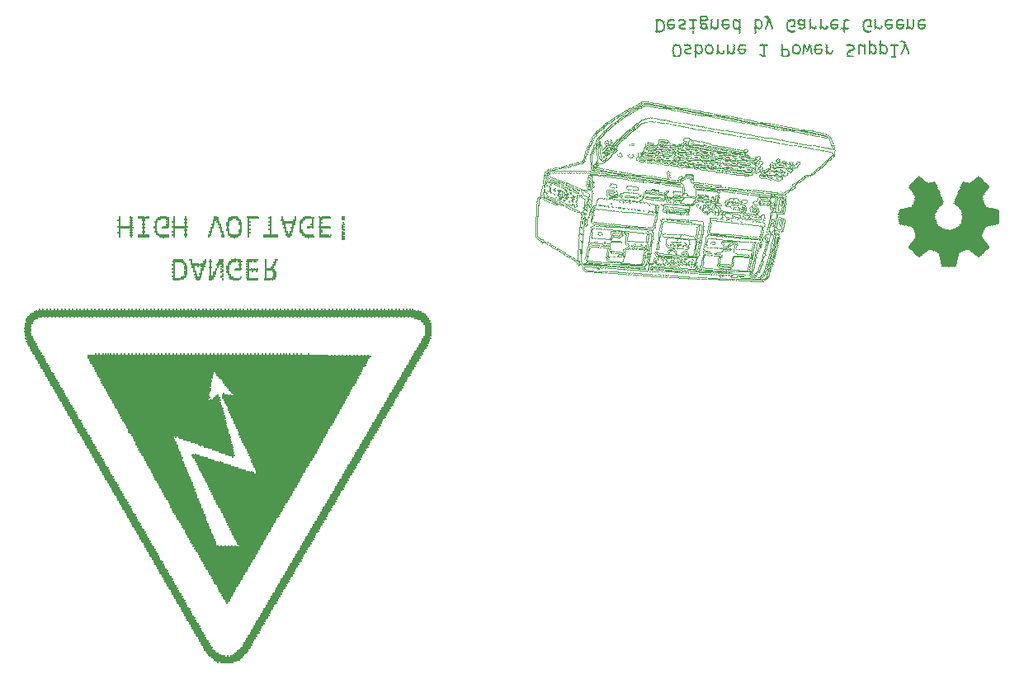
<source format=gbr>
G04 EAGLE Gerber RS-274X export*
G75*
%MOMM*%
%FSLAX34Y34*%
%LPD*%
%INSilkscreen Bottom*%
%IPPOS*%
%AMOC8*
5,1,8,0,0,1.08239X$1,22.5*%
G01*
G04 Define Apertures*
%ADD10R,0.254000X0.127000*%
%ADD11R,0.127000X0.127000*%
%ADD12R,0.762000X0.127000*%
%ADD13R,0.381000X0.127000*%
%ADD14R,0.635000X0.127000*%
%ADD15R,1.143000X0.127000*%
%ADD16R,0.889000X0.127000*%
%ADD17R,1.270000X0.127000*%
%ADD18R,0.508000X0.127000*%
%ADD19R,1.016000X0.127000*%
%ADD20R,1.397000X0.127000*%
%ADD21R,1.524000X0.127000*%
%ADD22R,1.651000X0.127000*%
%ADD23R,38.735000X0.127000*%
%ADD24R,39.878000X0.127000*%
%ADD25R,40.386000X0.127000*%
%ADD26R,40.640000X0.127000*%
%ADD27R,40.894000X0.127000*%
%ADD28R,1.778000X0.127000*%
%ADD29R,24.765000X0.127000*%
%ADD30R,29.083000X0.127000*%
%ADD31R,28.956000X0.127000*%
%ADD32R,28.702000X0.127000*%
%ADD33R,28.448000X0.127000*%
%ADD34R,28.194000X0.127000*%
%ADD35R,28.067000X0.127000*%
%ADD36R,27.940000X0.127000*%
%ADD37R,27.686000X0.127000*%
%ADD38R,27.432000X0.127000*%
%ADD39R,12.065000X0.127000*%
%ADD40R,14.986000X0.127000*%
%ADD41R,14.859000X0.127000*%
%ADD42R,11.811000X0.127000*%
%ADD43R,14.732000X0.127000*%
%ADD44R,14.478000X0.127000*%
%ADD45R,11.684000X0.127000*%
%ADD46R,14.351000X0.127000*%
%ADD47R,11.430000X0.127000*%
%ADD48R,14.097000X0.127000*%
%ADD49R,11.557000X0.127000*%
%ADD50R,13.970000X0.127000*%
%ADD51R,13.716000X0.127000*%
%ADD52R,11.303000X0.127000*%
%ADD53R,11.176000X0.127000*%
%ADD54R,13.462000X0.127000*%
%ADD55R,13.335000X0.127000*%
%ADD56R,11.049000X0.127000*%
%ADD57R,13.081000X0.127000*%
%ADD58R,10.922000X0.127000*%
%ADD59R,12.827000X0.127000*%
%ADD60R,12.700000X0.127000*%
%ADD61R,10.795000X0.127000*%
%ADD62R,12.573000X0.127000*%
%ADD63R,10.668000X0.127000*%
%ADD64R,12.446000X0.127000*%
%ADD65R,10.541000X0.127000*%
%ADD66R,12.192000X0.127000*%
%ADD67R,10.287000X0.127000*%
%ADD68R,10.414000X0.127000*%
%ADD69R,12.954000X0.127000*%
%ADD70R,10.160000X0.127000*%
%ADD71R,10.033000X0.127000*%
%ADD72R,12.319000X0.127000*%
%ADD73R,11.938000X0.127000*%
%ADD74R,9.906000X0.127000*%
%ADD75R,9.652000X0.127000*%
%ADD76R,9.398000X0.127000*%
%ADD77R,9.144000X0.127000*%
%ADD78R,9.017000X0.127000*%
%ADD79R,8.890000X0.127000*%
%ADD80R,4.318000X0.127000*%
%ADD81R,5.461000X0.127000*%
%ADD82R,8.763000X0.127000*%
%ADD83R,5.207000X0.127000*%
%ADD84R,8.509000X0.127000*%
%ADD85R,4.953000X0.127000*%
%ADD86R,4.572000X0.127000*%
%ADD87R,8.255000X0.127000*%
%ADD88R,3.810000X0.127000*%
%ADD89R,8.001000X0.127000*%
%ADD90R,4.191000X0.127000*%
%ADD91R,3.556000X0.127000*%
%ADD92R,3.048000X0.127000*%
%ADD93R,7.747000X0.127000*%
%ADD94R,7.620000X0.127000*%
%ADD95R,4.064000X0.127000*%
%ADD96R,2.540000X0.127000*%
%ADD97R,2.286000X0.127000*%
%ADD98R,7.366000X0.127000*%
%ADD99R,1.905000X0.127000*%
%ADD100R,7.112000X0.127000*%
%ADD101R,6.858000X0.127000*%
%ADD102R,6.731000X0.127000*%
%ADD103R,3.937000X0.127000*%
%ADD104R,6.604000X0.127000*%
%ADD105R,6.477000X0.127000*%
%ADD106R,6.350000X0.127000*%
%ADD107R,2.159000X0.127000*%
%ADD108R,6.223000X0.127000*%
%ADD109R,2.413000X0.127000*%
%ADD110R,6.096000X0.127000*%
%ADD111R,2.794000X0.127000*%
%ADD112R,5.969000X0.127000*%
%ADD113R,3.175000X0.127000*%
%ADD114R,5.842000X0.127000*%
%ADD115R,3.429000X0.127000*%
%ADD116R,5.715000X0.127000*%
%ADD117R,5.588000X0.127000*%
%ADD118R,5.334000X0.127000*%
%ADD119R,4.445000X0.127000*%
%ADD120R,4.699000X0.127000*%
%ADD121R,5.080000X0.127000*%
%ADD122R,3.683000X0.127000*%
%ADD123R,9.779000X0.127000*%
%ADD124R,8.636000X0.127000*%
%ADD125R,8.382000X0.127000*%
%ADD126R,8.128000X0.127000*%
%ADD127R,3.302000X0.127000*%
%ADD128R,7.493000X0.127000*%
%ADD129R,7.239000X0.127000*%
%ADD130R,6.985000X0.127000*%
%ADD131R,2.921000X0.127000*%
%ADD132R,4.826000X0.127000*%
%ADD133R,2.667000X0.127000*%
%ADD134R,0.685800X0.076200*%
%ADD135R,0.304800X0.076200*%
%ADD136R,0.762000X0.076200*%
%ADD137R,0.457200X0.076200*%
%ADD138R,0.228600X0.076200*%
%ADD139R,0.533400X0.076200*%
%ADD140R,0.076200X0.076200*%
%ADD141R,0.381000X0.076200*%
%ADD142R,0.152400X0.076200*%
%ADD143R,0.838200X0.076200*%
%ADD144R,0.609600X0.076200*%
%ADD145R,0.914400X0.076200*%
%ADD146R,1.066800X0.076200*%
%ADD147R,0.990600X0.076200*%
%ADD148R,1.219200X0.076200*%
%ADD149R,1.143000X0.076200*%
%ADD150R,1.524000X0.076200*%
%ADD151R,3.810000X0.076200*%
%ADD152R,1.371600X0.076200*%
%ADD153R,1.752600X0.076200*%
%ADD154R,2.590800X0.076200*%
%ADD155R,2.667000X0.076200*%
%ADD156R,2.819400X0.076200*%
%ADD157R,2.895600X0.076200*%
%ADD158R,2.971800X0.076200*%
%ADD159R,2.743200X0.076200*%
%ADD160R,3.048000X0.076200*%
%ADD161R,3.124200X0.076200*%
%ADD162R,3.200400X0.076200*%
%ADD163R,3.505200X0.076200*%
%ADD164R,3.886200X0.076200*%
%ADD165R,3.962400X0.076200*%
%ADD166R,3.733800X0.076200*%
%ADD167R,3.657600X0.076200*%
%ADD168R,3.276600X0.076200*%
%ADD169R,7.162800X0.076200*%
%ADD170R,7.086600X0.076200*%
%ADD171R,7.010400X0.076200*%
%ADD172R,6.858000X0.076200*%
%ADD173R,7.315200X0.076200*%
%ADD174R,1.295400X0.076200*%
%ADD175R,7.467600X0.076200*%
%ADD176R,7.620000X0.076200*%
%ADD177R,7.696200X0.076200*%
%ADD178R,7.772400X0.076200*%
%ADD179R,7.924800X0.076200*%
%ADD180R,8.001000X0.076200*%
%ADD181R,8.077200X0.076200*%
%ADD182R,8.229600X0.076200*%
%ADD183R,1.905000X0.076200*%
%ADD184R,3.581400X0.076200*%
%ADD185R,3.352800X0.076200*%
%ADD186R,2.286000X0.076200*%
%ADD187R,1.981200X0.076200*%
%ADD188R,1.447800X0.076200*%
%ADD189R,1.828800X0.076200*%
%ADD190R,1.676400X0.076200*%
%ADD191R,1.600200X0.076200*%
D10*
X449453Y675386D03*
D11*
X460248Y675386D03*
D12*
X471043Y675386D03*
D13*
X478028Y675386D03*
D12*
X493903Y675386D03*
D10*
X505333Y675386D03*
X516763Y675386D03*
D13*
X547878Y675386D03*
D14*
X566928Y675386D03*
D15*
X585978Y675386D03*
D10*
X604393Y675386D03*
X615823Y675386D03*
X629793Y675386D03*
D12*
X642493Y675386D03*
D11*
X654558Y675386D03*
D16*
X660908Y675386D03*
D13*
X678688Y675386D03*
D10*
X449453Y674116D03*
D13*
X461518Y674116D03*
D17*
X473583Y674116D03*
X493903Y674116D03*
D10*
X505333Y674116D03*
X516763Y674116D03*
D18*
X548513Y674116D03*
D19*
X566293Y674116D03*
D17*
X586613Y674116D03*
D13*
X603758Y674116D03*
D10*
X615823Y674116D03*
X629793Y674116D03*
D15*
X643128Y674116D03*
D17*
X660273Y674116D03*
D13*
X678688Y674116D03*
D10*
X449453Y672846D03*
X460883Y672846D03*
D13*
X474218Y672846D03*
D18*
X488823Y672846D03*
D13*
X498348Y672846D03*
D10*
X505333Y672846D03*
D13*
X517398Y672846D03*
D18*
X548513Y672846D03*
X562483Y672846D03*
D13*
X570738Y672846D03*
D10*
X581533Y672846D03*
X604393Y672846D03*
X615823Y672846D03*
X629793Y672846D03*
D13*
X638048Y672846D03*
D10*
X647573Y672846D03*
D13*
X655828Y672846D03*
X678688Y672846D03*
X448818Y671576D03*
X461518Y671576D03*
X474218Y671576D03*
D10*
X487553Y671576D03*
X498983Y671576D03*
X505333Y671576D03*
X516763Y671576D03*
D13*
X546608Y671576D03*
D11*
X550418Y671576D03*
D13*
X561848Y671576D03*
X572008Y671576D03*
D10*
X581533Y671576D03*
X604393Y671576D03*
D13*
X616458Y671576D03*
X629158Y671576D03*
X636778Y671576D03*
D10*
X647573Y671576D03*
X655193Y671576D03*
X449453Y670306D03*
X460883Y670306D03*
X473583Y670306D03*
D13*
X486918Y670306D03*
X498348Y670306D03*
X504698Y670306D03*
D10*
X516763Y670306D03*
X545973Y670306D03*
D13*
X550418Y670306D03*
D10*
X561213Y670306D03*
X572643Y670306D03*
D13*
X582168Y670306D03*
X603758Y670306D03*
D20*
X622808Y670306D03*
D13*
X635508Y670306D03*
D10*
X647573Y670306D03*
X655193Y670306D03*
X449453Y669036D03*
D13*
X461518Y669036D03*
D10*
X473583Y669036D03*
X486283Y669036D03*
X498983Y669036D03*
X505333Y669036D03*
D13*
X517398Y669036D03*
D10*
X545973Y669036D03*
X551053Y669036D03*
D13*
X560578Y669036D03*
X573278Y669036D03*
D10*
X581533Y669036D03*
X604393Y669036D03*
D20*
X622808Y669036D03*
D13*
X635508Y669036D03*
D10*
X647573Y669036D03*
D13*
X655828Y669036D03*
D11*
X678688Y669036D03*
D10*
X449453Y667766D03*
X460883Y667766D03*
D13*
X474218Y667766D03*
D10*
X486283Y667766D03*
D13*
X498348Y667766D03*
D10*
X505333Y667766D03*
X516763Y667766D03*
D13*
X545338Y667766D03*
X551688Y667766D03*
X560578Y667766D03*
X573278Y667766D03*
D10*
X581533Y667766D03*
X604393Y667766D03*
D13*
X617728Y667766D03*
X627888Y667766D03*
D10*
X634873Y667766D03*
D13*
X646938Y667766D03*
D10*
X655193Y667766D03*
X679323Y667766D03*
X449453Y666496D03*
D13*
X461518Y666496D03*
D10*
X473583Y666496D03*
X486283Y666496D03*
D13*
X498348Y666496D03*
D10*
X505333Y666496D03*
X516763Y666496D03*
X544703Y666496D03*
X552323Y666496D03*
D13*
X560578Y666496D03*
D10*
X573913Y666496D03*
D13*
X582168Y666496D03*
X603758Y666496D03*
D10*
X618363Y666496D03*
X627253Y666496D03*
X634873Y666496D03*
X647573Y666496D03*
X655193Y666496D03*
X678053Y666496D03*
D21*
X454533Y665226D03*
D10*
X473583Y665226D03*
D13*
X485648Y665226D03*
D12*
X496443Y665226D03*
D22*
X511048Y665226D03*
D10*
X544703Y665226D03*
X552323Y665226D03*
X559943Y665226D03*
X573913Y665226D03*
X581533Y665226D03*
X604393Y665226D03*
X618363Y665226D03*
X627253Y665226D03*
X634873Y665226D03*
D12*
X645033Y665226D03*
D15*
X659638Y665226D03*
D13*
X678688Y665226D03*
D21*
X455803Y663956D03*
D13*
X474218Y663956D03*
X485648Y663956D03*
D14*
X495808Y663956D03*
D20*
X511048Y663956D03*
D13*
X544068Y663956D03*
X552958Y663956D03*
D10*
X559943Y663956D03*
X573913Y663956D03*
X581533Y663956D03*
X604393Y663956D03*
D13*
X618998Y663956D03*
X626618Y663956D03*
D10*
X634873Y663956D03*
D13*
X643128Y663956D03*
D10*
X647573Y663956D03*
D17*
X660273Y663956D03*
D10*
X678053Y663956D03*
X449453Y662686D03*
X460883Y662686D03*
X473583Y662686D03*
X486283Y662686D03*
X505333Y662686D03*
X516763Y662686D03*
X543433Y662686D03*
X553593Y662686D03*
D13*
X560578Y662686D03*
D10*
X573913Y662686D03*
D13*
X582168Y662686D03*
X603758Y662686D03*
D10*
X619633Y662686D03*
X625983Y662686D03*
X634873Y662686D03*
X655193Y662686D03*
D13*
X678688Y662686D03*
D10*
X449453Y661416D03*
D13*
X461518Y661416D03*
D10*
X473583Y661416D03*
X486283Y661416D03*
X505333Y661416D03*
D13*
X517398Y661416D03*
D10*
X543433Y661416D03*
X553593Y661416D03*
D13*
X560578Y661416D03*
X573278Y661416D03*
D10*
X581533Y661416D03*
X604393Y661416D03*
X619633Y661416D03*
X625983Y661416D03*
D13*
X635508Y661416D03*
X655828Y661416D03*
D10*
X679323Y661416D03*
X449453Y660146D03*
X460883Y660146D03*
D13*
X474218Y660146D03*
X486918Y660146D03*
X504698Y660146D03*
D10*
X516763Y660146D03*
D13*
X542798Y660146D03*
X554228Y660146D03*
D10*
X561213Y660146D03*
D13*
X573278Y660146D03*
D10*
X581533Y660146D03*
X604393Y660146D03*
D13*
X620268Y660146D03*
X625348Y660146D03*
X635508Y660146D03*
X655828Y660146D03*
D10*
X678053Y660146D03*
D13*
X448818Y658876D03*
X461518Y658876D03*
D10*
X473583Y658876D03*
X487553Y658876D03*
X505333Y658876D03*
X516763Y658876D03*
X542163Y658876D03*
X554863Y658876D03*
X561213Y658876D03*
X572643Y658876D03*
D13*
X582168Y658876D03*
D10*
X604393Y658876D03*
X620903Y658876D03*
X624713Y658876D03*
D13*
X636778Y658876D03*
D10*
X655193Y658876D03*
D13*
X678688Y658876D03*
D10*
X449453Y657606D03*
X460883Y657606D03*
X473583Y657606D03*
D13*
X488188Y657606D03*
D10*
X505333Y657606D03*
D13*
X517398Y657606D03*
D10*
X542163Y657606D03*
X554863Y657606D03*
D13*
X561848Y657606D03*
X572008Y657606D03*
D10*
X581533Y657606D03*
X604393Y657606D03*
D14*
X622808Y657606D03*
D13*
X638048Y657606D03*
D10*
X655193Y657606D03*
D13*
X678688Y657606D03*
D10*
X449453Y656336D03*
D13*
X461518Y656336D03*
D17*
X473583Y656336D03*
X493903Y656336D03*
D13*
X504698Y656336D03*
X517398Y656336D03*
X541528Y656336D03*
X555498Y656336D03*
D15*
X566928Y656336D03*
D10*
X581533Y656336D03*
D21*
X604393Y656336D03*
D14*
X622808Y656336D03*
D17*
X642493Y656336D03*
D19*
X659003Y656336D03*
D11*
X665988Y656336D03*
D10*
X678053Y656336D03*
X449453Y655066D03*
X460883Y655066D03*
D17*
X473583Y655066D03*
D19*
X495173Y655066D03*
D10*
X505333Y655066D03*
X516763Y655066D03*
X540893Y655066D03*
D13*
X555498Y655066D03*
D16*
X566928Y655066D03*
D10*
X581533Y655066D03*
D21*
X604393Y655066D03*
D13*
X622808Y655066D03*
D19*
X643763Y655066D03*
D17*
X660273Y655066D03*
D13*
X678688Y655066D03*
D11*
X494538Y653796D03*
X566928Y653796D03*
X643128Y653796D03*
D13*
X678688Y653796D03*
X678688Y652526D03*
D11*
X568198Y632206D03*
D19*
X509143Y630936D03*
D13*
X522478Y630936D03*
D10*
X537083Y630936D03*
X542163Y630936D03*
D18*
X553593Y630936D03*
D19*
X568833Y630936D03*
D15*
X585978Y630936D03*
D10*
X599313Y630936D03*
D13*
X610108Y630936D03*
D17*
X509143Y629666D03*
D10*
X523113Y629666D03*
D13*
X536448Y629666D03*
X542798Y629666D03*
D18*
X553593Y629666D03*
D12*
X565023Y629666D03*
D18*
X572643Y629666D03*
D14*
X582168Y629666D03*
D13*
X588518Y629666D03*
D10*
X599313Y629666D03*
X609473Y629666D03*
X505333Y628396D03*
D13*
X514858Y628396D03*
D10*
X523113Y628396D03*
D13*
X536448Y628396D03*
D10*
X542163Y628396D03*
D18*
X552323Y628396D03*
D13*
X563118Y628396D03*
D10*
X572643Y628396D03*
X581533Y628396D03*
X599313Y628396D03*
D13*
X608838Y628396D03*
D10*
X505333Y627126D03*
D13*
X516128Y627126D03*
D16*
X526288Y627126D03*
D18*
X534543Y627126D03*
D10*
X542163Y627126D03*
D14*
X552958Y627126D03*
D13*
X561848Y627126D03*
D10*
X572643Y627126D03*
D13*
X580898Y627126D03*
D10*
X599313Y627126D03*
X608203Y627126D03*
D13*
X504698Y625856D03*
D10*
X516763Y625856D03*
D20*
X530098Y625856D03*
D10*
X542163Y625856D03*
D13*
X550418Y625856D03*
D10*
X554863Y625856D03*
X561213Y625856D03*
D13*
X573278Y625856D03*
D10*
X581533Y625856D03*
X599313Y625856D03*
D13*
X607568Y625856D03*
D10*
X505333Y624586D03*
D13*
X517398Y624586D03*
X525018Y624586D03*
D11*
X530098Y624586D03*
D18*
X534543Y624586D03*
D10*
X542163Y624586D03*
X549783Y624586D03*
D13*
X554228Y624586D03*
X560578Y624586D03*
D10*
X572643Y624586D03*
D13*
X580898Y624586D03*
D10*
X599313Y624586D03*
X606933Y624586D03*
X505333Y623316D03*
D13*
X517398Y623316D03*
X525018Y623316D03*
D10*
X534543Y623316D03*
D13*
X542798Y623316D03*
D10*
X549783Y623316D03*
X554863Y623316D03*
D13*
X560578Y623316D03*
D10*
X572643Y623316D03*
X581533Y623316D03*
X599313Y623316D03*
D13*
X606298Y623316D03*
X504698Y622046D03*
X517398Y622046D03*
D10*
X525653Y622046D03*
D13*
X533908Y622046D03*
D10*
X542163Y622046D03*
X548513Y622046D03*
X553593Y622046D03*
D13*
X560578Y622046D03*
D12*
X571373Y622046D03*
D13*
X580898Y622046D03*
D11*
X584708Y622046D03*
X587248Y622046D03*
X591058Y622046D03*
D16*
X602488Y622046D03*
D10*
X505333Y620776D03*
X518033Y620776D03*
X525653Y620776D03*
D13*
X533908Y620776D03*
D10*
X542163Y620776D03*
X548513Y620776D03*
X554863Y620776D03*
X559943Y620776D03*
D14*
X570738Y620776D03*
D15*
X585978Y620776D03*
D19*
X603123Y620776D03*
D10*
X505333Y619506D03*
D13*
X517398Y619506D03*
X526288Y619506D03*
D10*
X533273Y619506D03*
X542163Y619506D03*
X547243Y619506D03*
D13*
X554228Y619506D03*
X560578Y619506D03*
D10*
X581533Y619506D03*
D11*
X585978Y619506D03*
X589788Y619506D03*
D10*
X599313Y619506D03*
D13*
X607568Y619506D03*
X504698Y618236D03*
X517398Y618236D03*
D10*
X526923Y618236D03*
X533273Y618236D03*
X542163Y618236D03*
D13*
X546608Y618236D03*
D10*
X553593Y618236D03*
D13*
X560578Y618236D03*
X580898Y618236D03*
D10*
X599313Y618236D03*
D13*
X608838Y618236D03*
D10*
X505333Y616966D03*
D13*
X517398Y616966D03*
D10*
X526923Y616966D03*
D13*
X532638Y616966D03*
D10*
X542163Y616966D03*
D13*
X546608Y616966D03*
D10*
X554863Y616966D03*
X561213Y616966D03*
X581533Y616966D03*
X599313Y616966D03*
D13*
X608838Y616966D03*
D10*
X505333Y615696D03*
X516763Y615696D03*
D13*
X527558Y615696D03*
D10*
X532003Y615696D03*
X542163Y615696D03*
X545973Y615696D03*
X554863Y615696D03*
D13*
X561848Y615696D03*
X580898Y615696D03*
D10*
X599313Y615696D03*
D13*
X608838Y615696D03*
X504698Y614426D03*
X516128Y614426D03*
D10*
X528193Y614426D03*
X532003Y614426D03*
D14*
X544068Y614426D03*
D13*
X554228Y614426D03*
D10*
X562483Y614426D03*
X581533Y614426D03*
X599313Y614426D03*
D13*
X608838Y614426D03*
D10*
X505333Y613156D03*
D18*
X514223Y613156D03*
D14*
X530098Y613156D03*
D18*
X543433Y613156D03*
D10*
X553593Y613156D03*
D18*
X563753Y613156D03*
D10*
X573913Y613156D03*
D13*
X580898Y613156D03*
D10*
X599313Y613156D03*
D13*
X607568Y613156D03*
D15*
X509778Y611886D03*
D18*
X529463Y611886D03*
X543433Y611886D03*
D10*
X554863Y611886D03*
D15*
X568198Y611886D03*
X585978Y611886D03*
X603758Y611886D03*
D12*
X507873Y610616D03*
D13*
X530098Y610616D03*
X542798Y610616D03*
D10*
X554863Y610616D03*
D12*
X568833Y610616D03*
D15*
X585978Y610616D03*
D14*
X601218Y610616D03*
D11*
X606298Y610616D03*
X367538Y580136D03*
D10*
X370713Y580136D03*
X374523Y580136D03*
X378333Y580136D03*
X382143Y580136D03*
X385953Y580136D03*
X389763Y580136D03*
X393573Y580136D03*
X397383Y580136D03*
X401193Y580136D03*
X405003Y580136D03*
X408813Y580136D03*
X412623Y580136D03*
X416433Y580136D03*
X420243Y580136D03*
X424053Y580136D03*
X427863Y580136D03*
X431673Y580136D03*
X435483Y580136D03*
X439293Y580136D03*
X443103Y580136D03*
X446913Y580136D03*
X450723Y580136D03*
X454533Y580136D03*
X458343Y580136D03*
X462153Y580136D03*
X465963Y580136D03*
X469773Y580136D03*
X473583Y580136D03*
X477393Y580136D03*
X481203Y580136D03*
X485013Y580136D03*
X488823Y580136D03*
X492633Y580136D03*
X496443Y580136D03*
X500253Y580136D03*
X504063Y580136D03*
X507873Y580136D03*
X511683Y580136D03*
X515493Y580136D03*
X519303Y580136D03*
X523113Y580136D03*
X526923Y580136D03*
X530733Y580136D03*
X534543Y580136D03*
X538353Y580136D03*
X542163Y580136D03*
X545973Y580136D03*
X549783Y580136D03*
X553593Y580136D03*
X557403Y580136D03*
X561213Y580136D03*
X565023Y580136D03*
X568833Y580136D03*
X572643Y580136D03*
X576453Y580136D03*
X580263Y580136D03*
X584073Y580136D03*
X587883Y580136D03*
X591693Y580136D03*
X595503Y580136D03*
X599313Y580136D03*
X603123Y580136D03*
X606933Y580136D03*
X610743Y580136D03*
X614553Y580136D03*
X618363Y580136D03*
X622173Y580136D03*
X625983Y580136D03*
X629793Y580136D03*
X633603Y580136D03*
X637413Y580136D03*
X641223Y580136D03*
X645033Y580136D03*
X648843Y580136D03*
X652653Y580136D03*
X656463Y580136D03*
X660273Y580136D03*
X664083Y580136D03*
X667893Y580136D03*
X671703Y580136D03*
X675513Y580136D03*
X679323Y580136D03*
X683133Y580136D03*
X686943Y580136D03*
X690753Y580136D03*
X694563Y580136D03*
X698373Y580136D03*
X702183Y580136D03*
X705993Y580136D03*
X709803Y580136D03*
X713613Y580136D03*
X717423Y580136D03*
X721233Y580136D03*
X725043Y580136D03*
X728853Y580136D03*
X732663Y580136D03*
X736473Y580136D03*
X740283Y580136D03*
X744093Y580136D03*
D11*
X747268Y580136D03*
X749808Y580136D03*
X363728Y578866D03*
D23*
X559308Y578866D03*
D10*
X755523Y578866D03*
D24*
X559943Y577596D03*
D25*
X559943Y576326D03*
D26*
X559943Y575056D03*
D27*
X559943Y573786D03*
D21*
X361823Y572516D03*
D10*
X371983Y572516D03*
X375793Y572516D03*
X379603Y572516D03*
X383413Y572516D03*
X387223Y572516D03*
X391033Y572516D03*
X394843Y572516D03*
X398653Y572516D03*
X402463Y572516D03*
X406273Y572516D03*
X410083Y572516D03*
X413893Y572516D03*
X417703Y572516D03*
X421513Y572516D03*
X425323Y572516D03*
X429133Y572516D03*
X432943Y572516D03*
X436753Y572516D03*
X440563Y572516D03*
X444373Y572516D03*
X448183Y572516D03*
X451993Y572516D03*
X455803Y572516D03*
X459613Y572516D03*
X463423Y572516D03*
X467233Y572516D03*
X471043Y572516D03*
X474853Y572516D03*
X478663Y572516D03*
X482473Y572516D03*
X486283Y572516D03*
X490093Y572516D03*
X493903Y572516D03*
X497713Y572516D03*
X501523Y572516D03*
X505333Y572516D03*
X509143Y572516D03*
X512953Y572516D03*
X516763Y572516D03*
X520573Y572516D03*
X524383Y572516D03*
X528193Y572516D03*
X532003Y572516D03*
X535813Y572516D03*
X539623Y572516D03*
X543433Y572516D03*
X547243Y572516D03*
X551053Y572516D03*
X554863Y572516D03*
X558673Y572516D03*
X562483Y572516D03*
X566293Y572516D03*
X570103Y572516D03*
X573913Y572516D03*
X577723Y572516D03*
X581533Y572516D03*
X585343Y572516D03*
X589153Y572516D03*
X592963Y572516D03*
X596773Y572516D03*
X600583Y572516D03*
X604393Y572516D03*
X608203Y572516D03*
X612013Y572516D03*
X615823Y572516D03*
X619633Y572516D03*
X623443Y572516D03*
X627253Y572516D03*
X631063Y572516D03*
X634873Y572516D03*
X638683Y572516D03*
X642493Y572516D03*
X646303Y572516D03*
X650113Y572516D03*
X653923Y572516D03*
X657733Y572516D03*
X661543Y572516D03*
X665353Y572516D03*
X669163Y572516D03*
X672973Y572516D03*
X676783Y572516D03*
X680593Y572516D03*
X684403Y572516D03*
X688213Y572516D03*
X692023Y572516D03*
X695833Y572516D03*
X699643Y572516D03*
X703453Y572516D03*
X707263Y572516D03*
X711073Y572516D03*
X714883Y572516D03*
X718693Y572516D03*
X722503Y572516D03*
X726313Y572516D03*
X730123Y572516D03*
X733933Y572516D03*
X737743Y572516D03*
X741553Y572516D03*
X745363Y572516D03*
D28*
X756793Y572516D03*
D15*
X359918Y571246D03*
D21*
X759333Y571246D03*
D19*
X358013Y569976D03*
D15*
X761238Y569976D03*
D16*
X357378Y568706D03*
D19*
X763143Y568706D03*
D12*
X356743Y567436D03*
D16*
X763778Y567436D03*
X356108Y566166D03*
X765048Y566166D03*
D12*
X355473Y564896D03*
D16*
X765048Y564896D03*
D12*
X355473Y563626D03*
X765683Y563626D03*
X355473Y562356D03*
X765683Y562356D03*
D14*
X354838Y561086D03*
X766318Y561086D03*
D12*
X355473Y559816D03*
X765683Y559816D03*
X355473Y558546D03*
X765683Y558546D03*
D14*
X354838Y557276D03*
X766318Y557276D03*
D12*
X355473Y556006D03*
X765683Y556006D03*
X355473Y554736D03*
X765683Y554736D03*
X355473Y553466D03*
X765683Y553466D03*
X356743Y552196D03*
X764413Y552196D03*
D16*
X356108Y550926D03*
X765048Y550926D03*
X357378Y549656D03*
X763778Y549656D03*
D12*
X358013Y548386D03*
D16*
X763778Y548386D03*
D19*
X358013Y547116D03*
D16*
X762508Y547116D03*
X358648Y545846D03*
X762508Y545846D03*
D19*
X359283Y544576D03*
D16*
X761238Y544576D03*
X359918Y543306D03*
D19*
X760603Y543306D03*
D16*
X361188Y542036D03*
X759968Y542036D03*
X361188Y540766D03*
D19*
X759333Y540766D03*
D16*
X362458Y539496D03*
X758698Y539496D03*
D19*
X363093Y538226D03*
D16*
X757428Y538226D03*
X363728Y536956D03*
D19*
X756793Y536956D03*
X364363Y535686D03*
D16*
X756158Y535686D03*
X364998Y534416D03*
D11*
X424688Y534416D03*
X428498Y534416D03*
X432308Y534416D03*
X434848Y534416D03*
X437388Y534416D03*
X439928Y534416D03*
D10*
X443103Y534416D03*
X446913Y534416D03*
X450723Y534416D03*
X454533Y534416D03*
X458343Y534416D03*
X462153Y534416D03*
X465963Y534416D03*
X469773Y534416D03*
X473583Y534416D03*
X477393Y534416D03*
X481203Y534416D03*
X485013Y534416D03*
X488823Y534416D03*
X492633Y534416D03*
X496443Y534416D03*
X500253Y534416D03*
X504063Y534416D03*
X507873Y534416D03*
X511683Y534416D03*
X515493Y534416D03*
X519303Y534416D03*
X523113Y534416D03*
X526923Y534416D03*
X530733Y534416D03*
X534543Y534416D03*
X538353Y534416D03*
X542163Y534416D03*
X545973Y534416D03*
X549783Y534416D03*
X553593Y534416D03*
X557403Y534416D03*
X561213Y534416D03*
X565023Y534416D03*
X568833Y534416D03*
X572643Y534416D03*
X576453Y534416D03*
X580263Y534416D03*
X584073Y534416D03*
X587883Y534416D03*
X591693Y534416D03*
X595503Y534416D03*
X599313Y534416D03*
X603123Y534416D03*
X606933Y534416D03*
X610743Y534416D03*
X614553Y534416D03*
D11*
X617728Y534416D03*
X620268Y534416D03*
D10*
X623443Y534416D03*
D11*
X627888Y534416D03*
X631698Y534416D03*
X635508Y534416D03*
X643128Y534416D03*
D19*
X755523Y534416D03*
D16*
X366268Y533146D03*
D29*
X540258Y533146D03*
D10*
X666623Y533146D03*
X670433Y533146D03*
X674243Y533146D03*
X678053Y533146D03*
X681863Y533146D03*
X685673Y533146D03*
X689483Y533146D03*
X693293Y533146D03*
X697103Y533146D03*
X700913Y533146D03*
D11*
X704088Y533146D03*
D16*
X754888Y533146D03*
D19*
X366903Y531876D03*
D30*
X561848Y531876D03*
D16*
X753618Y531876D03*
X367538Y530606D03*
D31*
X561213Y530606D03*
D19*
X752983Y530606D03*
X368173Y529336D03*
D32*
X561213Y529336D03*
D16*
X752348Y529336D03*
X368808Y528066D03*
D32*
X561213Y528066D03*
D19*
X751713Y528066D03*
D16*
X370078Y526796D03*
D33*
X561213Y526796D03*
D16*
X751078Y526796D03*
X370078Y525526D03*
D33*
X561213Y525526D03*
D16*
X749808Y525526D03*
X371348Y524256D03*
D34*
X561213Y524256D03*
D16*
X749808Y524256D03*
D19*
X371983Y522986D03*
D35*
X561848Y522986D03*
D16*
X748538Y522986D03*
X372618Y521716D03*
D36*
X561213Y521716D03*
D19*
X747903Y521716D03*
X373253Y520446D03*
D37*
X561213Y520446D03*
D16*
X747268Y520446D03*
X373888Y519176D03*
D37*
X561213Y519176D03*
D19*
X746633Y519176D03*
D16*
X375158Y517906D03*
D38*
X561213Y517906D03*
D16*
X745998Y517906D03*
X375158Y516636D03*
D38*
X561213Y516636D03*
D16*
X744728Y516636D03*
X376428Y515366D03*
D39*
X485648Y515366D03*
D40*
X622173Y515366D03*
D19*
X744093Y515366D03*
X377063Y514096D03*
D39*
X485648Y514096D03*
D41*
X622808Y514096D03*
D16*
X743458Y514096D03*
X377698Y512826D03*
D42*
X485648Y512826D03*
D43*
X622173Y512826D03*
D19*
X742823Y512826D03*
X378333Y511556D03*
D42*
X485648Y511556D03*
D44*
X622173Y511556D03*
D16*
X742188Y511556D03*
X378968Y510286D03*
D45*
X486283Y510286D03*
D46*
X622808Y510286D03*
D16*
X740918Y510286D03*
X380238Y509016D03*
D47*
X486283Y509016D03*
D48*
X622808Y509016D03*
D16*
X740918Y509016D03*
D19*
X380873Y507746D03*
D49*
X486918Y507746D03*
D50*
X623443Y507746D03*
D16*
X739648Y507746D03*
X381508Y506476D03*
D47*
X487553Y506476D03*
D51*
X623443Y506476D03*
D19*
X739013Y506476D03*
X382143Y505206D03*
D52*
X486918Y505206D03*
D51*
X623443Y505206D03*
D16*
X738378Y505206D03*
X382778Y503936D03*
D53*
X487553Y503936D03*
D54*
X623443Y503936D03*
D16*
X737108Y503936D03*
D19*
X383413Y502666D03*
D53*
X487553Y502666D03*
D55*
X624078Y502666D03*
D16*
X737108Y502666D03*
X384048Y501396D03*
D56*
X488188Y501396D03*
D57*
X624078Y501396D03*
D16*
X735838Y501396D03*
X385318Y500126D03*
D58*
X487553Y500126D03*
D59*
X624078Y500126D03*
D19*
X735203Y500126D03*
X385953Y498856D03*
D58*
X488823Y498856D03*
D60*
X624713Y498856D03*
D16*
X734568Y498856D03*
X386588Y497586D03*
D61*
X489458Y497586D03*
D62*
X624078Y497586D03*
D19*
X733933Y497586D03*
X387223Y496316D03*
D63*
X488823Y496316D03*
D64*
X624713Y496316D03*
D16*
X733298Y496316D03*
X387858Y495046D03*
D65*
X489458Y495046D03*
D66*
X624713Y495046D03*
D16*
X732028Y495046D03*
X389128Y493776D03*
D65*
X489458Y493776D03*
D10*
X556133Y493776D03*
D39*
X625348Y493776D03*
D19*
X731393Y493776D03*
D16*
X389128Y492506D03*
D67*
X489458Y492506D03*
D10*
X549783Y492506D03*
D14*
X558038Y492506D03*
D11*
X563118Y492506D03*
D42*
X625348Y492506D03*
D16*
X730758Y492506D03*
X390398Y491236D03*
D68*
X490093Y491236D03*
D13*
X549148Y491236D03*
D69*
X618363Y491236D03*
D19*
X730123Y491236D03*
X391033Y489966D03*
D67*
X490728Y489966D03*
D14*
X549148Y489966D03*
D59*
X618998Y489966D03*
D16*
X729488Y489966D03*
X391668Y488696D03*
D70*
X490093Y488696D03*
D12*
X548513Y488696D03*
D60*
X618363Y488696D03*
D16*
X728218Y488696D03*
D19*
X392303Y487426D03*
D71*
X490728Y487426D03*
D15*
X547878Y487426D03*
D62*
X618998Y487426D03*
D16*
X728218Y487426D03*
X392938Y486156D03*
D56*
X497078Y486156D03*
D72*
X618998Y486156D03*
D16*
X726948Y486156D03*
X394208Y484886D03*
D53*
X497713Y484886D03*
D64*
X618363Y484886D03*
D19*
X726313Y484886D03*
D16*
X394208Y483616D03*
D56*
X498348Y483616D03*
D66*
X618363Y483616D03*
D16*
X725678Y483616D03*
X395478Y482346D03*
D56*
X498348Y482346D03*
D39*
X618998Y482346D03*
D19*
X725043Y482346D03*
X396113Y481076D03*
D56*
X499618Y481076D03*
D73*
X618363Y481076D03*
D16*
X724408Y481076D03*
X396748Y479806D03*
D56*
X499618Y479806D03*
D45*
X618363Y479806D03*
D16*
X723138Y479806D03*
D19*
X397383Y478536D03*
D56*
X500888Y478536D03*
D45*
X618363Y478536D03*
D19*
X722503Y478536D03*
D16*
X398018Y477266D03*
D61*
X500888Y477266D03*
D49*
X617728Y477266D03*
D16*
X721868Y477266D03*
X399288Y475996D03*
D58*
X501523Y475996D03*
D47*
X618363Y475996D03*
D19*
X721233Y475996D03*
X399923Y474726D03*
D61*
X502158Y474726D03*
D52*
X617728Y474726D03*
D16*
X720598Y474726D03*
X400558Y473456D03*
D58*
X502793Y473456D03*
D53*
X618363Y473456D03*
D16*
X719328Y473456D03*
D19*
X401193Y472186D03*
D63*
X502793Y472186D03*
D56*
X617728Y472186D03*
D19*
X718693Y472186D03*
D16*
X401828Y470916D03*
D61*
X503428Y470916D03*
X617728Y470916D03*
D16*
X718058Y470916D03*
X403098Y469646D03*
D63*
X504063Y469646D03*
D61*
X617728Y469646D03*
D19*
X717423Y469646D03*
D16*
X403098Y468376D03*
D61*
X504698Y468376D03*
D65*
X617728Y468376D03*
D16*
X716788Y468376D03*
X404368Y467106D03*
D65*
X504698Y467106D03*
X617728Y467106D03*
D16*
X715518Y467106D03*
D19*
X405003Y465836D03*
D63*
X505333Y465836D03*
D67*
X617728Y465836D03*
D16*
X715518Y465836D03*
X405638Y464566D03*
D65*
X505968Y464566D03*
D67*
X617728Y464566D03*
D16*
X714248Y464566D03*
D19*
X406273Y463296D03*
D65*
X507238Y463296D03*
D70*
X617093Y463296D03*
D19*
X713613Y463296D03*
D16*
X406908Y462026D03*
D68*
X506603Y462026D03*
D71*
X617728Y462026D03*
D16*
X712978Y462026D03*
X408178Y460756D03*
D68*
X507873Y460756D03*
D74*
X617093Y460756D03*
D19*
X712343Y460756D03*
D16*
X408178Y459486D03*
D68*
X507873Y459486D03*
D75*
X617093Y459486D03*
D16*
X711708Y459486D03*
X409448Y458216D03*
D67*
X508508Y458216D03*
D75*
X617093Y458216D03*
D16*
X710438Y458216D03*
D19*
X410083Y456946D03*
D68*
X509143Y456946D03*
D76*
X617093Y456946D03*
D19*
X709803Y456946D03*
D16*
X410718Y455676D03*
D67*
X509778Y455676D03*
D76*
X617093Y455676D03*
D16*
X709168Y455676D03*
D19*
X411353Y454406D03*
D67*
X509778Y454406D03*
D77*
X617093Y454406D03*
D19*
X708533Y454406D03*
D16*
X411988Y453136D03*
D70*
X510413Y453136D03*
D77*
X617093Y453136D03*
D16*
X707898Y453136D03*
X413258Y451866D03*
D70*
X511683Y451866D03*
D78*
X616458Y451866D03*
D16*
X706628Y451866D03*
D19*
X413893Y450596D03*
D70*
X511683Y450596D03*
D79*
X617093Y450596D03*
D16*
X706628Y450596D03*
X414528Y449326D03*
D80*
X483743Y449326D03*
D11*
X507238Y449326D03*
D81*
X536448Y449326D03*
D82*
X616458Y449326D03*
D16*
X705358Y449326D03*
D19*
X415163Y448056D03*
D80*
X483743Y448056D03*
D83*
X536448Y448056D03*
D84*
X616458Y448056D03*
D19*
X704723Y448056D03*
D16*
X415798Y446786D03*
D80*
X485013Y446786D03*
D85*
X538988Y446786D03*
D84*
X616458Y446786D03*
D16*
X704088Y446786D03*
X417068Y445516D03*
D80*
X485013Y445516D03*
D86*
X540893Y445516D03*
D87*
X616458Y445516D03*
D16*
X702818Y445516D03*
X417068Y444246D03*
D80*
X486283Y444246D03*
X543433Y444246D03*
D87*
X616458Y444246D03*
D16*
X702818Y444246D03*
X418338Y442976D03*
D80*
X486283Y442976D03*
D88*
X544703Y442976D03*
D89*
X616458Y442976D03*
D16*
X701548Y442976D03*
D19*
X418973Y441706D03*
D90*
X486918Y441706D03*
D91*
X547243Y441706D03*
D89*
X616458Y441706D03*
D19*
X700913Y441706D03*
D16*
X419608Y440436D03*
D90*
X488188Y440436D03*
D11*
X532638Y440436D03*
D92*
X549783Y440436D03*
D93*
X616458Y440436D03*
D16*
X700278Y440436D03*
D19*
X420243Y439166D03*
D90*
X488188Y439166D03*
D92*
X551053Y439166D03*
D94*
X615823Y439166D03*
D19*
X699643Y439166D03*
D16*
X420878Y437896D03*
D95*
X488823Y437896D03*
D96*
X552323Y437896D03*
D94*
X615823Y437896D03*
D16*
X699008Y437896D03*
X422148Y436626D03*
D90*
X489458Y436626D03*
D97*
X554863Y436626D03*
D98*
X615823Y436626D03*
D16*
X697738Y436626D03*
X422148Y435356D03*
D95*
X490093Y435356D03*
D99*
X556768Y435356D03*
D98*
X615823Y435356D03*
D19*
X697103Y435356D03*
D16*
X423418Y434086D03*
D90*
X490728Y434086D03*
D21*
X558673Y434086D03*
D100*
X615823Y434086D03*
D16*
X696468Y434086D03*
D19*
X424053Y432816D03*
D95*
X491363Y432816D03*
D20*
X560578Y432816D03*
D100*
X615823Y432816D03*
D19*
X695833Y432816D03*
D16*
X424688Y431546D03*
D95*
X491363Y431546D03*
D11*
X525018Y431546D03*
X527558Y431546D03*
D16*
X561848Y431546D03*
D101*
X615823Y431546D03*
D16*
X695198Y431546D03*
D19*
X425323Y430276D03*
D95*
X492633Y430276D03*
D16*
X527558Y430276D03*
D14*
X564388Y430276D03*
D102*
X615188Y430276D03*
D16*
X693928Y430276D03*
X425958Y429006D03*
D103*
X493268Y429006D03*
D15*
X530098Y429006D03*
D11*
X565658Y429006D03*
D104*
X615823Y429006D03*
D16*
X693928Y429006D03*
X427228Y427736D03*
D95*
X493903Y427736D03*
D21*
X532003Y427736D03*
D105*
X615188Y427736D03*
D16*
X692658Y427736D03*
D19*
X427863Y426466D03*
D103*
X494538Y426466D03*
D28*
X534543Y426466D03*
D106*
X615823Y426466D03*
D19*
X692023Y426466D03*
D16*
X428498Y425196D03*
D103*
X494538Y425196D03*
D107*
X536448Y425196D03*
D108*
X615188Y425196D03*
D16*
X691388Y425196D03*
D19*
X429133Y423926D03*
D103*
X495808Y423926D03*
D109*
X538988Y423926D03*
D11*
X552958Y423926D03*
D110*
X614553Y423926D03*
D19*
X690753Y423926D03*
D16*
X429768Y422656D03*
D103*
X495808Y422656D03*
D111*
X542163Y422656D03*
D112*
X615188Y422656D03*
D16*
X690118Y422656D03*
X431038Y421386D03*
D103*
X497078Y421386D03*
D113*
X544068Y421386D03*
D114*
X614553Y421386D03*
D16*
X688848Y421386D03*
X431038Y420116D03*
D103*
X497078Y420116D03*
D115*
X546608Y420116D03*
D116*
X615188Y420116D03*
D19*
X688213Y420116D03*
D16*
X432308Y418846D03*
D88*
X497713Y418846D03*
X548513Y418846D03*
D117*
X614553Y418846D03*
D16*
X687578Y418846D03*
D19*
X432943Y417576D03*
D103*
X498348Y417576D03*
D95*
X551053Y417576D03*
D118*
X614553Y417576D03*
D19*
X686943Y417576D03*
D16*
X433578Y416306D03*
D88*
X498983Y416306D03*
D119*
X552958Y416306D03*
D118*
X614553Y416306D03*
D16*
X686308Y416306D03*
D19*
X434213Y415036D03*
D88*
X500253Y415036D03*
D120*
X555498Y415036D03*
D121*
X614553Y415036D03*
D16*
X685038Y415036D03*
X434848Y413766D03*
D88*
X500253Y413766D03*
D121*
X557403Y413766D03*
D11*
X584708Y413766D03*
D121*
X614553Y413766D03*
D19*
X684403Y413766D03*
D16*
X436118Y412496D03*
D122*
X500888Y412496D03*
D81*
X560578Y412496D03*
D85*
X613918Y412496D03*
D16*
X683768Y412496D03*
X436118Y411226D03*
D88*
X501523Y411226D03*
D68*
X585343Y411226D03*
D19*
X683133Y411226D03*
D16*
X437388Y409956D03*
D122*
X502158Y409956D03*
D67*
X585978Y409956D03*
D16*
X682498Y409956D03*
D19*
X438023Y408686D03*
D88*
X502793Y408686D03*
D70*
X585343Y408686D03*
D16*
X681228Y408686D03*
X438658Y407416D03*
D122*
X503428Y407416D03*
D71*
X585978Y407416D03*
D16*
X681228Y407416D03*
D19*
X439293Y406146D03*
D122*
X503428Y406146D03*
D74*
X585343Y406146D03*
D16*
X679958Y406146D03*
X439928Y404876D03*
D122*
X504698Y404876D03*
D123*
X585978Y404876D03*
D19*
X679323Y404876D03*
D16*
X441198Y403606D03*
D91*
X505333Y403606D03*
D75*
X585343Y403606D03*
D16*
X678688Y403606D03*
D19*
X441833Y402336D03*
D122*
X505968Y402336D03*
D76*
X585343Y402336D03*
D19*
X678053Y402336D03*
D16*
X442468Y401066D03*
D91*
X506603Y401066D03*
D76*
X585343Y401066D03*
D16*
X677418Y401066D03*
D19*
X443103Y399796D03*
D91*
X506603Y399796D03*
D77*
X585343Y399796D03*
D16*
X676148Y399796D03*
X443738Y398526D03*
D91*
X507873Y398526D03*
D77*
X585343Y398526D03*
D19*
X675513Y398526D03*
D16*
X445008Y397256D03*
D91*
X507873Y397256D03*
D79*
X585343Y397256D03*
D16*
X674878Y397256D03*
X445008Y395986D03*
D91*
X509143Y395986D03*
D82*
X584708Y395986D03*
D19*
X674243Y395986D03*
D16*
X446278Y394716D03*
D115*
X509778Y394716D03*
D124*
X585343Y394716D03*
D16*
X673608Y394716D03*
D19*
X446913Y393446D03*
D115*
X509778Y393446D03*
D84*
X584708Y393446D03*
D16*
X672338Y393446D03*
X447548Y392176D03*
D115*
X511048Y392176D03*
D125*
X585343Y392176D03*
D16*
X672338Y392176D03*
D19*
X448183Y390906D03*
D115*
X511048Y390906D03*
D87*
X584708Y390906D03*
D16*
X671068Y390906D03*
X448818Y389636D03*
D115*
X512318Y389636D03*
D126*
X585343Y389636D03*
D19*
X670433Y389636D03*
D16*
X450088Y388366D03*
D115*
X512318Y388366D03*
D89*
X584708Y388366D03*
D16*
X669798Y388366D03*
X450088Y387096D03*
D127*
X512953Y387096D03*
D93*
X584708Y387096D03*
D16*
X668528Y387096D03*
X451358Y385826D03*
D115*
X513588Y385826D03*
D93*
X584708Y385826D03*
D16*
X668528Y385826D03*
D19*
X451993Y384556D03*
D127*
X514223Y384556D03*
D128*
X584708Y384556D03*
D16*
X667258Y384556D03*
X452628Y383286D03*
D127*
X515493Y383286D03*
D128*
X584708Y383286D03*
D19*
X666623Y383286D03*
X453263Y382016D03*
D127*
X515493Y382016D03*
D129*
X584708Y382016D03*
D16*
X665988Y382016D03*
X453898Y380746D03*
D113*
X516128Y380746D03*
D100*
X584073Y380746D03*
D19*
X665353Y380746D03*
D16*
X455168Y379476D03*
D127*
X516763Y379476D03*
D130*
X584708Y379476D03*
D16*
X664718Y379476D03*
D19*
X455803Y378206D03*
D113*
X517398Y378206D03*
D101*
X584073Y378206D03*
D16*
X663448Y378206D03*
X456438Y376936D03*
D113*
X517398Y376936D03*
D102*
X584708Y376936D03*
D19*
X662813Y376936D03*
X457073Y375666D03*
D113*
X518668Y375666D03*
D105*
X584708Y375666D03*
D16*
X662178Y375666D03*
X457708Y374396D03*
D113*
X518668Y374396D03*
D105*
X584708Y374396D03*
D19*
X661543Y374396D03*
D16*
X458978Y373126D03*
D113*
X519938Y373126D03*
D108*
X584708Y373126D03*
D16*
X660908Y373126D03*
X458978Y371856D03*
D113*
X519938Y371856D03*
D110*
X584073Y371856D03*
D16*
X659638Y371856D03*
X460248Y370586D03*
D92*
X520573Y370586D03*
D112*
X584708Y370586D03*
D16*
X659638Y370586D03*
D19*
X460883Y369316D03*
D92*
X521843Y369316D03*
D114*
X584073Y369316D03*
D16*
X658368Y369316D03*
X461518Y368046D03*
D92*
X521843Y368046D03*
D116*
X584708Y368046D03*
D19*
X657733Y368046D03*
X462153Y366776D03*
D92*
X523113Y366776D03*
D117*
X584073Y366776D03*
D16*
X657098Y366776D03*
X462788Y365506D03*
D92*
X523113Y365506D03*
D118*
X584073Y365506D03*
D19*
X656463Y365506D03*
D16*
X464058Y364236D03*
D131*
X523748Y364236D03*
D118*
X584073Y364236D03*
D16*
X655828Y364236D03*
X464058Y362966D03*
D131*
X525018Y362966D03*
D121*
X584073Y362966D03*
D16*
X654558Y362966D03*
X465328Y361696D03*
D131*
X525018Y361696D03*
D121*
X584073Y361696D03*
D19*
X653923Y361696D03*
X465963Y360426D03*
D131*
X526288Y360426D03*
D132*
X584073Y360426D03*
D16*
X653288Y360426D03*
X466598Y359156D03*
D131*
X526288Y359156D03*
D120*
X583438Y359156D03*
D19*
X652653Y359156D03*
X467233Y357886D03*
D111*
X526923Y357886D03*
D86*
X584073Y357886D03*
D16*
X652018Y357886D03*
X467868Y356616D03*
D131*
X527558Y356616D03*
D119*
X583438Y356616D03*
D16*
X650748Y356616D03*
X469138Y355346D03*
D111*
X528193Y355346D03*
D80*
X584073Y355346D03*
D19*
X650113Y355346D03*
X469773Y354076D03*
D111*
X529463Y354076D03*
D90*
X583438Y354076D03*
D16*
X649478Y354076D03*
X470408Y352806D03*
D111*
X529463Y352806D03*
D95*
X584073Y352806D03*
D19*
X648843Y352806D03*
X471043Y351536D03*
D133*
X530098Y351536D03*
D103*
X583438Y351536D03*
D16*
X648208Y351536D03*
X471678Y350266D03*
D111*
X530733Y350266D03*
D122*
X583438Y350266D03*
D16*
X646938Y350266D03*
X472948Y348996D03*
D133*
X531368Y348996D03*
D122*
X583438Y348996D03*
D16*
X646938Y348996D03*
X472948Y347726D03*
D111*
X532003Y347726D03*
D115*
X583438Y347726D03*
D16*
X645668Y347726D03*
X474218Y346456D03*
D133*
X532638Y346456D03*
D115*
X583438Y346456D03*
D19*
X645033Y346456D03*
X474853Y345186D03*
D96*
X533273Y345186D03*
D113*
X583438Y345186D03*
D16*
X644398Y345186D03*
X475488Y343916D03*
D133*
X533908Y343916D03*
D92*
X582803Y343916D03*
D19*
X643763Y343916D03*
X476123Y342646D03*
D96*
X534543Y342646D03*
D131*
X583438Y342646D03*
D16*
X643128Y342646D03*
X476758Y341376D03*
D133*
X535178Y341376D03*
D111*
X582803Y341376D03*
D16*
X641858Y341376D03*
X478028Y340106D03*
D96*
X535813Y340106D03*
D133*
X583438Y340106D03*
D19*
X641223Y340106D03*
D16*
X478028Y338836D03*
D109*
X536448Y338836D03*
D96*
X582803Y338836D03*
D16*
X640588Y338836D03*
X479298Y337566D03*
D133*
X537718Y337566D03*
D10*
X553593Y337566D03*
X557403Y337566D03*
X561213Y337566D03*
D11*
X564388Y337566D03*
X568198Y337566D03*
D97*
X582803Y337566D03*
D19*
X639953Y337566D03*
X479933Y336296D03*
D101*
X559943Y336296D03*
D16*
X639318Y336296D03*
X480568Y335026D03*
D102*
X559308Y335026D03*
D16*
X638048Y335026D03*
D19*
X481203Y333756D03*
D104*
X559943Y333756D03*
D16*
X638048Y333756D03*
X481838Y332486D03*
D105*
X559308Y332486D03*
D16*
X636778Y332486D03*
X483108Y331216D03*
D106*
X559943Y331216D03*
D19*
X636143Y331216D03*
X483743Y329946D03*
D110*
X559943Y329946D03*
D16*
X635508Y329946D03*
X484378Y328676D03*
D112*
X559308Y328676D03*
D16*
X634238Y328676D03*
D19*
X485013Y327406D03*
D114*
X559943Y327406D03*
D16*
X634238Y327406D03*
X485648Y326136D03*
D116*
X559308Y326136D03*
D16*
X632968Y326136D03*
X486918Y324866D03*
D117*
X559943Y324866D03*
D19*
X632333Y324866D03*
D16*
X486918Y323596D03*
D81*
X559308Y323596D03*
D16*
X631698Y323596D03*
X488188Y322326D03*
D83*
X559308Y322326D03*
D19*
X631063Y322326D03*
X488823Y321056D03*
D121*
X559943Y321056D03*
D16*
X630428Y321056D03*
X489458Y319786D03*
D85*
X559308Y319786D03*
D16*
X629158Y319786D03*
D19*
X490093Y318516D03*
D132*
X559943Y318516D03*
D19*
X628523Y318516D03*
D16*
X490728Y317246D03*
D120*
X559308Y317246D03*
D16*
X627888Y317246D03*
X491998Y315976D03*
D119*
X559308Y315976D03*
D19*
X627253Y315976D03*
D16*
X491998Y314706D03*
D119*
X559308Y314706D03*
D16*
X626618Y314706D03*
X493268Y313436D03*
D90*
X559308Y313436D03*
D16*
X625348Y313436D03*
D19*
X493903Y312166D03*
D95*
X559943Y312166D03*
D16*
X625348Y312166D03*
X494538Y310896D03*
D103*
X559308Y310896D03*
D16*
X624078Y310896D03*
D19*
X495173Y309626D03*
D122*
X559308Y309626D03*
D19*
X623443Y309626D03*
D16*
X495808Y308356D03*
D122*
X559308Y308356D03*
D16*
X622808Y308356D03*
X497078Y307086D03*
D115*
X559308Y307086D03*
D19*
X622173Y307086D03*
X497713Y305816D03*
D127*
X559943Y305816D03*
D16*
X621538Y305816D03*
X498348Y304546D03*
D113*
X559308Y304546D03*
D16*
X620268Y304546D03*
D19*
X498983Y303276D03*
D92*
X559943Y303276D03*
D19*
X619633Y303276D03*
D16*
X499618Y302006D03*
D131*
X559308Y302006D03*
D16*
X618998Y302006D03*
D19*
X500253Y300736D03*
D133*
X559308Y300736D03*
D19*
X618363Y300736D03*
D16*
X500888Y299466D03*
D133*
X559308Y299466D03*
D16*
X617728Y299466D03*
X502158Y298196D03*
D109*
X559308Y298196D03*
D16*
X616458Y298196D03*
D19*
X502793Y296926D03*
D97*
X559943Y296926D03*
D19*
X615823Y296926D03*
D16*
X503428Y295656D03*
D107*
X559308Y295656D03*
D16*
X615188Y295656D03*
D19*
X504063Y294386D03*
D99*
X559308Y294386D03*
D19*
X614553Y294386D03*
D16*
X504698Y293116D03*
D99*
X559308Y293116D03*
D16*
X613918Y293116D03*
X505968Y291846D03*
D22*
X559308Y291846D03*
D16*
X612648Y291846D03*
X505968Y290576D03*
D22*
X559308Y290576D03*
D16*
X612648Y290576D03*
X507238Y289306D03*
D20*
X559308Y289306D03*
D16*
X611378Y289306D03*
D19*
X507873Y288036D03*
D17*
X559943Y288036D03*
D19*
X610743Y288036D03*
D16*
X508508Y286766D03*
D15*
X559308Y286766D03*
D16*
X610108Y286766D03*
D19*
X509143Y285496D03*
D16*
X559308Y285496D03*
D19*
X609473Y285496D03*
D16*
X509778Y284226D03*
X559308Y284226D03*
X608838Y284226D03*
X511048Y282956D03*
D14*
X559308Y282956D03*
D16*
X607568Y282956D03*
D19*
X511683Y281686D03*
D18*
X559943Y281686D03*
D19*
X606933Y281686D03*
D16*
X512318Y280416D03*
D13*
X559308Y280416D03*
D16*
X606298Y280416D03*
D19*
X512953Y279146D03*
D11*
X559308Y279146D03*
D19*
X605663Y279146D03*
D16*
X513588Y277876D03*
X605028Y277876D03*
X514858Y276606D03*
X603758Y276606D03*
X514858Y275336D03*
X603758Y275336D03*
X516128Y274066D03*
X602488Y274066D03*
D19*
X516763Y272796D03*
X601853Y272796D03*
D16*
X517398Y271526D03*
X601218Y271526D03*
D19*
X518033Y270256D03*
D16*
X599948Y270256D03*
X518668Y268986D03*
X599948Y268986D03*
X519938Y267716D03*
X598678Y267716D03*
X519938Y266446D03*
D19*
X598043Y266446D03*
D16*
X521208Y265176D03*
X597408Y265176D03*
D19*
X521843Y263906D03*
X596773Y263906D03*
D16*
X522478Y262636D03*
X596138Y262636D03*
D19*
X523113Y261366D03*
D16*
X594868Y261366D03*
X523748Y260096D03*
D19*
X594233Y260096D03*
D16*
X525018Y258826D03*
X593598Y258826D03*
D19*
X525653Y257556D03*
X592963Y257556D03*
D16*
X526288Y256286D03*
X592328Y256286D03*
D19*
X526923Y255016D03*
D16*
X591058Y255016D03*
X527558Y253746D03*
X591058Y253746D03*
D19*
X528193Y252476D03*
D16*
X589788Y252476D03*
X528828Y251206D03*
D19*
X589153Y251206D03*
D16*
X530098Y249936D03*
X588518Y249936D03*
D19*
X530733Y248666D03*
X587883Y248666D03*
D16*
X531368Y247396D03*
X587248Y247396D03*
D19*
X532003Y246126D03*
D16*
X585978Y246126D03*
X532638Y244856D03*
D19*
X585343Y244856D03*
D16*
X533908Y243586D03*
X584708Y243586D03*
X533908Y242316D03*
D19*
X584073Y242316D03*
D16*
X535178Y241046D03*
X583438Y241046D03*
D19*
X535813Y239776D03*
D16*
X582168Y239776D03*
X536448Y238506D03*
D19*
X581533Y238506D03*
X537083Y237236D03*
D16*
X580898Y237236D03*
X537718Y235966D03*
D19*
X580263Y235966D03*
D16*
X538988Y234696D03*
X579628Y234696D03*
D19*
X539623Y233426D03*
X578993Y233426D03*
D16*
X540258Y232156D03*
D19*
X577723Y232156D03*
X540893Y230886D03*
X576453Y230886D03*
X542163Y229616D03*
D15*
X575818Y229616D03*
D19*
X543433Y228346D03*
D15*
X574548Y228346D03*
X545338Y227076D03*
D17*
X572643Y227076D03*
D20*
X546608Y225806D03*
D17*
X571373Y225806D03*
D22*
X549148Y224536D03*
D10*
X559943Y224536D03*
D20*
X569468Y224536D03*
D113*
X559308Y223266D03*
D131*
X559308Y221996D03*
D133*
X559308Y220726D03*
D97*
X558673Y219456D03*
D11*
X550418Y218186D03*
D20*
X559308Y218186D03*
D134*
X1048512Y880872D03*
D135*
X1112901Y880872D03*
D136*
X1048893Y880110D03*
D137*
X1112901Y880110D03*
D138*
X1045464Y879348D03*
X1052322Y879348D03*
D135*
X1114425Y879348D03*
D138*
X1045464Y878586D03*
X1052322Y878586D03*
D135*
X1115187Y878586D03*
D138*
X1045464Y877824D03*
X1053084Y877824D03*
X1115568Y877824D03*
D137*
X1002411Y877062D03*
D139*
X1015746Y877062D03*
X1025652Y877062D03*
D136*
X1038225Y877062D03*
D138*
X1046226Y877062D03*
D140*
X1048512Y877062D03*
D141*
X1051560Y877062D03*
D142*
X1057275Y877062D03*
D138*
X1062990Y877062D03*
D137*
X1071753Y877062D03*
D135*
X1080897Y877062D03*
D142*
X1085469Y877062D03*
D137*
X1103757Y877062D03*
D135*
X1115949Y877062D03*
D137*
X1139571Y877062D03*
D141*
X1148334Y877062D03*
D142*
X1152525Y877062D03*
X1157859Y877062D03*
X1169289Y877062D03*
D139*
X1183386Y877062D03*
D141*
X1195578Y877062D03*
D137*
X1217295Y877062D03*
D142*
X1224915Y877062D03*
D139*
X1239774Y877062D03*
X1250442Y877062D03*
D142*
X1257681Y877062D03*
D140*
X1264158Y877062D03*
D137*
X1272921Y877062D03*
D136*
X1003173Y876300D03*
X1016127Y876300D03*
D134*
X1026414Y876300D03*
D143*
X1037844Y876300D03*
X1049274Y876300D03*
D138*
X1056894Y876300D03*
D142*
X1063371Y876300D03*
D136*
X1071753Y876300D03*
D137*
X1081659Y876300D03*
D138*
X1085850Y876300D03*
D134*
X1104138Y876300D03*
D135*
X1115949Y876300D03*
D136*
X1138809Y876300D03*
X1149477Y876300D03*
D142*
X1157859Y876300D03*
D138*
X1168908Y876300D03*
D134*
X1183386Y876300D03*
D144*
X1195197Y876300D03*
D136*
X1217295Y876300D03*
D138*
X1224534Y876300D03*
D136*
X1239393Y876300D03*
D134*
X1250442Y876300D03*
D138*
X1258062Y876300D03*
X1264158Y876300D03*
D136*
X1272921Y876300D03*
D135*
X1001649Y875538D03*
D141*
X1005840Y875538D03*
D135*
X1013079Y875538D03*
D140*
X1018032Y875538D03*
D142*
X1023747Y875538D03*
D135*
X1029081Y875538D03*
D140*
X1035558Y875538D03*
D135*
X1038225Y875538D03*
D140*
X1041654Y875538D03*
D144*
X1048131Y875538D03*
D138*
X1056894Y875538D03*
D142*
X1063371Y875538D03*
D135*
X1068705Y875538D03*
D140*
X1071372Y875538D03*
X1074420Y875538D03*
D138*
X1079754Y875538D03*
D137*
X1083945Y875538D03*
D138*
X1101852Y875538D03*
D140*
X1104900Y875538D03*
D138*
X1107186Y875538D03*
D135*
X1115949Y875538D03*
X1136523Y875538D03*
X1141095Y875538D03*
X1146429Y875538D03*
D141*
X1151382Y875538D03*
D142*
X1157859Y875538D03*
X1169289Y875538D03*
D135*
X1180719Y875538D03*
D140*
X1185672Y875538D03*
D135*
X1193673Y875538D03*
D140*
X1197102Y875538D03*
D141*
X1214628Y875538D03*
D135*
X1219581Y875538D03*
D142*
X1224915Y875538D03*
D135*
X1236345Y875538D03*
D140*
X1241298Y875538D03*
D135*
X1247775Y875538D03*
D142*
X1253109Y875538D03*
D138*
X1258062Y875538D03*
X1264158Y875538D03*
D135*
X1269873Y875538D03*
D140*
X1274826Y875538D03*
D138*
X1000506Y874776D03*
D135*
X1006983Y874776D03*
D138*
X1012698Y874776D03*
X1029462Y874776D03*
D142*
X1038225Y874776D03*
D138*
X1045464Y874776D03*
D142*
X1057275Y874776D03*
D138*
X1062990Y874776D03*
X1068324Y874776D03*
X1078992Y874776D03*
D141*
X1085088Y874776D03*
D138*
X1101852Y874776D03*
X1107948Y874776D03*
D137*
X1115949Y874776D03*
D135*
X1135761Y874776D03*
D142*
X1141857Y874776D03*
D138*
X1146048Y874776D03*
X1152144Y874776D03*
X1157478Y874776D03*
X1168908Y874776D03*
D142*
X1179957Y874776D03*
D138*
X1193292Y874776D03*
D135*
X1213485Y874776D03*
D138*
X1219962Y874776D03*
D142*
X1224915Y874776D03*
D138*
X1235964Y874776D03*
X1246632Y874776D03*
X1258062Y874776D03*
X1264158Y874776D03*
X1269492Y874776D03*
X1000506Y874014D03*
X1007364Y874014D03*
X1011936Y874014D03*
X1029462Y874014D03*
X1037844Y874014D03*
D142*
X1045845Y874014D03*
D140*
X1048512Y874014D03*
D138*
X1056894Y874014D03*
D142*
X1063371Y874014D03*
D138*
X1068324Y874014D03*
X1078992Y874014D03*
X1085088Y874014D03*
D142*
X1101471Y874014D03*
D138*
X1107948Y874014D03*
D137*
X1115949Y874014D03*
D138*
X1134618Y874014D03*
D142*
X1141857Y874014D03*
D138*
X1146048Y874014D03*
D142*
X1152525Y874014D03*
D138*
X1158240Y874014D03*
X1168908Y874014D03*
X1179576Y874014D03*
X1192530Y874014D03*
X1213104Y874014D03*
X1219962Y874014D03*
X1224534Y874014D03*
X1235202Y874014D03*
X1246632Y874014D03*
X1258062Y874014D03*
X1264158Y874014D03*
X1268730Y874014D03*
X1000506Y873252D03*
D142*
X1007745Y873252D03*
D138*
X1011936Y873252D03*
D141*
X1028700Y873252D03*
D138*
X1037844Y873252D03*
D144*
X1048131Y873252D03*
D138*
X1056894Y873252D03*
D142*
X1063371Y873252D03*
X1067943Y873252D03*
D138*
X1078992Y873252D03*
X1085850Y873252D03*
X1101852Y873252D03*
D142*
X1108329Y873252D03*
X1114425Y873252D03*
D138*
X1117854Y873252D03*
X1134618Y873252D03*
D142*
X1141857Y873252D03*
D135*
X1146429Y873252D03*
D142*
X1152525Y873252D03*
X1157859Y873252D03*
D138*
X1168908Y873252D03*
X1179576Y873252D03*
D142*
X1192911Y873252D03*
D138*
X1213104Y873252D03*
X1219962Y873252D03*
D142*
X1224915Y873252D03*
D138*
X1235202Y873252D03*
X1246632Y873252D03*
X1258062Y873252D03*
X1264158Y873252D03*
X1268730Y873252D03*
D142*
X1000887Y872490D03*
D138*
X1008126Y872490D03*
D145*
X1015365Y872490D03*
D137*
X1027557Y872490D03*
D142*
X1038225Y872490D03*
D134*
X1048512Y872490D03*
D138*
X1056894Y872490D03*
X1062990Y872490D03*
D145*
X1070991Y872490D03*
D138*
X1078992Y872490D03*
D142*
X1085469Y872490D03*
X1101471Y872490D03*
X1108329Y872490D03*
D138*
X1114044Y872490D03*
X1117854Y872490D03*
X1134618Y872490D03*
D142*
X1141857Y872490D03*
D136*
X1149477Y872490D03*
D138*
X1158240Y872490D03*
D142*
X1169289Y872490D03*
D145*
X1183005Y872490D03*
D142*
X1192911Y872490D03*
D138*
X1212342Y872490D03*
X1219962Y872490D03*
D142*
X1224915Y872490D03*
D145*
X1238631Y872490D03*
X1250061Y872490D03*
D138*
X1258062Y872490D03*
X1264158Y872490D03*
D145*
X1272159Y872490D03*
D138*
X1000506Y871728D03*
X1008126Y871728D03*
D145*
X1015365Y871728D03*
D137*
X1026033Y871728D03*
D138*
X1037844Y871728D03*
X1046226Y871728D03*
X1051560Y871728D03*
X1056894Y871728D03*
D142*
X1063371Y871728D03*
D145*
X1070991Y871728D03*
D138*
X1078992Y871728D03*
X1085850Y871728D03*
X1101852Y871728D03*
X1108710Y871728D03*
X1114044Y871728D03*
D142*
X1118235Y871728D03*
X1134237Y871728D03*
D138*
X1141476Y871728D03*
D134*
X1149858Y871728D03*
D142*
X1157859Y871728D03*
D138*
X1168908Y871728D03*
D145*
X1183005Y871728D03*
D138*
X1192530Y871728D03*
D142*
X1212723Y871728D03*
D138*
X1219962Y871728D03*
X1224534Y871728D03*
D145*
X1238631Y871728D03*
X1250061Y871728D03*
D138*
X1258062Y871728D03*
X1264158Y871728D03*
D145*
X1272159Y871728D03*
D138*
X1000506Y870966D03*
X1008126Y870966D03*
X1011936Y870966D03*
X1018794Y870966D03*
D135*
X1024509Y870966D03*
D138*
X1037844Y870966D03*
X1046226Y870966D03*
X1051560Y870966D03*
X1056894Y870966D03*
D142*
X1063371Y870966D03*
X1067943Y870966D03*
X1074801Y870966D03*
D138*
X1078992Y870966D03*
D142*
X1085469Y870966D03*
D138*
X1101852Y870966D03*
D142*
X1108329Y870966D03*
D138*
X1113282Y870966D03*
X1118616Y870966D03*
X1134618Y870966D03*
D137*
X1140333Y870966D03*
D138*
X1152144Y870966D03*
X1158240Y870966D03*
D140*
X1164336Y870966D03*
D138*
X1168908Y870966D03*
D142*
X1175385Y870966D03*
D138*
X1179576Y870966D03*
X1186434Y870966D03*
D142*
X1192911Y870966D03*
D138*
X1212342Y870966D03*
D137*
X1218819Y870966D03*
D142*
X1224915Y870966D03*
X1231011Y870966D03*
D138*
X1235202Y870966D03*
X1242060Y870966D03*
X1246632Y870966D03*
X1253490Y870966D03*
X1258062Y870966D03*
X1264158Y870966D03*
X1268730Y870966D03*
X1275588Y870966D03*
X1000506Y870204D03*
X1008126Y870204D03*
D142*
X1012317Y870204D03*
D138*
X1018794Y870204D03*
X1024128Y870204D03*
D142*
X1038225Y870204D03*
X1045845Y870204D03*
X1051941Y870204D03*
X1057275Y870204D03*
D138*
X1062990Y870204D03*
X1068324Y870204D03*
X1074420Y870204D03*
X1078992Y870204D03*
X1085850Y870204D03*
X1101852Y870204D03*
X1107948Y870204D03*
X1113282Y870204D03*
X1118616Y870204D03*
D142*
X1134237Y870204D03*
D137*
X1140333Y870204D03*
D142*
X1152525Y870204D03*
D138*
X1158240Y870204D03*
X1164336Y870204D03*
D135*
X1169289Y870204D03*
D138*
X1175766Y870204D03*
X1179576Y870204D03*
X1186434Y870204D03*
D142*
X1192911Y870204D03*
D138*
X1212342Y870204D03*
D137*
X1218819Y870204D03*
D138*
X1225296Y870204D03*
X1231392Y870204D03*
D142*
X1235583Y870204D03*
D138*
X1242060Y870204D03*
X1246632Y870204D03*
X1253490Y870204D03*
X1258062Y870204D03*
X1264158Y870204D03*
D142*
X1269111Y870204D03*
D138*
X1275588Y870204D03*
D142*
X1000887Y869442D03*
D138*
X1008126Y869442D03*
X1012698Y869442D03*
X1018794Y869442D03*
X1024128Y869442D03*
X1037844Y869442D03*
X1046226Y869442D03*
X1051560Y869442D03*
D135*
X1057275Y869442D03*
D138*
X1062990Y869442D03*
X1068324Y869442D03*
X1074420Y869442D03*
X1079754Y869442D03*
D142*
X1085469Y869442D03*
D135*
X1102233Y869442D03*
D138*
X1107948Y869442D03*
D142*
X1112901Y869442D03*
D138*
X1119378Y869442D03*
X1134618Y869442D03*
X1152144Y869442D03*
D135*
X1158621Y869442D03*
D138*
X1164336Y869442D03*
D135*
X1170051Y869442D03*
D138*
X1175004Y869442D03*
D142*
X1179957Y869442D03*
X1186053Y869442D03*
D138*
X1192530Y869442D03*
X1212342Y869442D03*
D141*
X1225296Y869442D03*
D138*
X1231392Y869442D03*
X1235964Y869442D03*
X1242060Y869442D03*
X1247394Y869442D03*
X1252728Y869442D03*
D135*
X1258443Y869442D03*
D138*
X1264158Y869442D03*
X1269492Y869442D03*
X1275588Y869442D03*
X1000506Y868680D03*
X1008126Y868680D03*
X1013460Y868680D03*
D135*
X1017651Y868680D03*
X1024509Y868680D03*
D140*
X1027938Y868680D03*
X1029462Y868680D03*
X1034796Y868680D03*
D135*
X1037463Y868680D03*
X1046607Y868680D03*
D141*
X1051560Y868680D03*
D137*
X1058037Y868680D03*
D135*
X1062609Y868680D03*
D138*
X1069086Y868680D03*
D141*
X1073658Y868680D03*
D138*
X1080516Y868680D03*
D140*
X1082802Y868680D03*
D135*
X1085469Y868680D03*
D137*
X1102995Y868680D03*
D138*
X1107186Y868680D03*
X1112520Y868680D03*
X1119378Y868680D03*
X1134618Y868680D03*
X1146810Y868680D03*
D140*
X1149096Y868680D03*
D135*
X1151763Y868680D03*
D137*
X1159383Y868680D03*
D138*
X1163574Y868680D03*
D137*
X1170051Y868680D03*
D135*
X1174623Y868680D03*
X1180719Y868680D03*
X1185291Y868680D03*
D140*
X1190244Y868680D03*
D135*
X1192911Y868680D03*
D140*
X1195578Y868680D03*
X1197102Y868680D03*
D142*
X1212723Y868680D03*
D137*
X1226439Y868680D03*
D138*
X1230630Y868680D03*
X1236726Y868680D03*
D135*
X1240917Y868680D03*
X1247775Y868680D03*
X1252347Y868680D03*
D137*
X1259205Y868680D03*
D138*
X1263396Y868680D03*
X1270254Y868680D03*
D135*
X1274445Y868680D03*
D138*
X1000506Y867918D03*
X1008126Y867918D03*
D144*
X1015365Y867918D03*
X1026795Y867918D03*
D137*
X1036701Y867918D03*
D136*
X1049655Y867918D03*
D138*
X1056894Y867918D03*
D137*
X1061085Y867918D03*
D139*
X1071372Y867918D03*
D134*
X1082802Y867918D03*
D136*
X1104519Y867918D03*
D138*
X1112520Y867918D03*
X1119378Y867918D03*
X1134618Y867918D03*
D134*
X1149096Y867918D03*
D142*
X1157859Y867918D03*
D139*
X1162050Y867918D03*
D138*
X1168908Y867918D03*
D137*
X1173099Y867918D03*
D144*
X1183005Y867918D03*
D145*
X1193673Y867918D03*
D138*
X1213104Y867918D03*
D142*
X1224915Y867918D03*
D139*
X1229106Y867918D03*
X1239012Y867918D03*
D144*
X1250061Y867918D03*
D136*
X1260729Y867918D03*
D144*
X1272159Y867918D03*
D138*
X1000506Y867156D03*
X1007364Y867156D03*
D135*
X1015365Y867156D03*
D137*
X1027557Y867156D03*
D140*
X1034796Y867156D03*
X1036320Y867156D03*
D142*
X1038225Y867156D03*
D135*
X1048893Y867156D03*
D140*
X1051560Y867156D03*
X1053084Y867156D03*
X1056894Y867156D03*
D135*
X1061085Y867156D03*
D141*
X1071372Y867156D03*
D144*
X1083945Y867156D03*
D142*
X1101471Y867156D03*
D138*
X1105662Y867156D03*
D142*
X1112139Y867156D03*
D140*
X1119378Y867156D03*
D138*
X1135380Y867156D03*
D141*
X1149096Y867156D03*
D140*
X1157478Y867156D03*
D138*
X1162050Y867156D03*
D140*
X1168908Y867156D03*
D135*
X1173099Y867156D03*
X1183005Y867156D03*
D140*
X1189482Y867156D03*
D139*
X1193292Y867156D03*
D140*
X1197102Y867156D03*
D138*
X1213104Y867156D03*
D140*
X1224534Y867156D03*
D138*
X1229106Y867156D03*
D135*
X1238631Y867156D03*
X1250061Y867156D03*
D140*
X1257300Y867156D03*
D138*
X1261872Y867156D03*
D135*
X1272159Y867156D03*
D142*
X1000887Y866394D03*
D135*
X1006983Y866394D03*
D142*
X1085469Y866394D03*
D138*
X1101852Y866394D03*
D135*
X1135761Y866394D03*
D140*
X1142238Y866394D03*
D142*
X1192911Y866394D03*
D135*
X1214247Y866394D03*
D143*
X1003554Y865632D03*
D142*
X1037463Y865632D03*
D138*
X1085850Y865632D03*
D142*
X1101471Y865632D03*
D136*
X1138809Y865632D03*
D138*
X1192530Y865632D03*
D137*
X1215771Y865632D03*
D138*
X1219962Y865632D03*
D136*
X1003173Y864870D03*
D138*
X1037844Y864870D03*
D142*
X1085469Y864870D03*
D138*
X1101852Y864870D03*
D134*
X1139190Y864870D03*
D142*
X1192911Y864870D03*
D134*
X1217676Y864870D03*
D142*
X1000887Y864108D03*
X1003173Y864108D03*
D138*
X1037844Y864108D03*
X1085850Y864108D03*
X1101852Y864108D03*
D135*
X1139571Y864108D03*
D140*
X1193292Y864108D03*
D135*
X1217295Y864108D03*
D138*
X1037844Y863346D03*
D142*
X1085469Y863346D03*
X1101471Y863346D03*
X1218819Y855726D03*
D138*
X1229868Y855726D03*
X1251966Y855726D03*
X1219200Y854964D03*
D142*
X1230249Y854964D03*
D137*
X1252347Y854964D03*
D142*
X1218819Y854202D03*
D138*
X1229868Y854202D03*
D140*
X1251204Y854202D03*
D135*
X1253871Y854202D03*
D138*
X1219200Y853440D03*
X1229868Y853440D03*
D135*
X1254633Y853440D03*
D142*
X1218819Y852678D03*
X1230249Y852678D03*
D138*
X1255014Y852678D03*
X1020318Y851916D03*
D140*
X1029462Y851916D03*
D138*
X1031748Y851916D03*
D140*
X1041654Y851916D03*
X1043178Y851916D03*
D138*
X1053846Y851916D03*
D140*
X1079754Y851916D03*
X1087374Y851916D03*
X1088898Y851916D03*
X1090422Y851916D03*
X1107186Y851916D03*
X1108710Y851916D03*
X1110234Y851916D03*
X1111758Y851916D03*
X1113282Y851916D03*
X1129284Y851916D03*
D142*
X1142619Y851916D03*
D140*
X1144524Y851916D03*
X1152144Y851916D03*
X1157478Y851916D03*
X1165098Y851916D03*
D142*
X1167003Y851916D03*
D140*
X1168908Y851916D03*
X1174242Y851916D03*
D135*
X1198245Y851916D03*
D142*
X1209675Y851916D03*
D140*
X1213866Y851916D03*
D135*
X1219581Y851916D03*
D140*
X1222248Y851916D03*
D135*
X1230249Y851916D03*
D140*
X1232916Y851916D03*
X1242060Y851916D03*
X1243584Y851916D03*
X1245108Y851916D03*
X1246632Y851916D03*
D138*
X1255776Y851916D03*
D144*
X1020699Y851154D03*
D134*
X1031748Y851154D03*
D144*
X1042797Y851154D03*
D139*
X1054608Y851154D03*
D138*
X1062990Y851154D03*
X1073658Y851154D03*
D142*
X1080135Y851154D03*
D134*
X1088898Y851154D03*
D143*
X1110996Y851154D03*
D142*
X1129665Y851154D03*
D139*
X1143762Y851154D03*
D138*
X1152144Y851154D03*
X1157478Y851154D03*
D134*
X1166622Y851154D03*
D138*
X1175004Y851154D03*
D136*
X1199007Y851154D03*
D139*
X1210056Y851154D03*
D142*
X1214247Y851154D03*
D134*
X1221486Y851154D03*
X1232154Y851154D03*
D143*
X1244346Y851154D03*
D135*
X1255395Y851154D03*
D134*
X1021080Y850392D03*
D135*
X1029843Y850392D03*
D141*
X1034034Y850392D03*
X1040892Y850392D03*
D135*
X1045083Y850392D03*
D136*
X1054227Y850392D03*
D138*
X1062990Y850392D03*
X1073658Y850392D03*
D142*
X1080135Y850392D03*
D137*
X1086993Y850392D03*
D138*
X1091184Y850392D03*
D143*
X1110234Y850392D03*
D138*
X1129284Y850392D03*
D134*
X1143762Y850392D03*
D135*
X1152525Y850392D03*
X1157859Y850392D03*
D139*
X1165098Y850392D03*
D142*
X1169289Y850392D03*
X1174623Y850392D03*
D143*
X1199388Y850392D03*
D136*
X1211199Y850392D03*
D141*
X1219962Y850392D03*
D135*
X1224153Y850392D03*
D134*
X1232916Y850392D03*
D143*
X1244346Y850392D03*
D135*
X1255395Y850392D03*
D138*
X1018032Y849630D03*
X1024128Y849630D03*
X1034796Y849630D03*
X1040130Y849630D03*
X1046226Y849630D03*
X1051560Y849630D03*
X1057656Y849630D03*
X1062990Y849630D03*
X1073658Y849630D03*
X1079754Y849630D03*
X1085088Y849630D03*
X1110996Y849630D03*
D142*
X1129665Y849630D03*
D138*
X1140714Y849630D03*
X1146810Y849630D03*
D135*
X1152525Y849630D03*
D141*
X1157478Y849630D03*
D138*
X1163574Y849630D03*
D142*
X1174623Y849630D03*
D138*
X1202436Y849630D03*
X1207770Y849630D03*
D135*
X1213485Y849630D03*
D138*
X1219200Y849630D03*
X1224534Y849630D03*
X1229868Y849630D03*
X1235964Y849630D03*
D142*
X1244727Y849630D03*
D141*
X1255776Y849630D03*
D138*
X1017270Y848868D03*
X1024128Y848868D03*
D142*
X1035177Y848868D03*
X1040511Y848868D03*
X1046607Y848868D03*
X1051179Y848868D03*
D138*
X1057656Y848868D03*
X1062990Y848868D03*
X1073658Y848868D03*
D142*
X1080135Y848868D03*
D138*
X1085088Y848868D03*
X1110996Y848868D03*
D142*
X1129665Y848868D03*
D138*
X1140714Y848868D03*
D142*
X1147191Y848868D03*
D135*
X1152525Y848868D03*
D141*
X1157478Y848868D03*
D138*
X1162812Y848868D03*
D135*
X1174623Y848868D03*
D138*
X1203198Y848868D03*
X1207770Y848868D03*
X1213866Y848868D03*
D142*
X1218819Y848868D03*
D138*
X1225296Y848868D03*
X1229868Y848868D03*
D142*
X1236345Y848868D03*
X1244727Y848868D03*
D138*
X1254252Y848868D03*
D142*
X1256919Y848868D03*
D138*
X1017270Y848106D03*
X1024890Y848106D03*
D135*
X1034415Y848106D03*
D138*
X1040130Y848106D03*
X1046988Y848106D03*
X1050798Y848106D03*
D142*
X1058037Y848106D03*
D138*
X1062990Y848106D03*
X1073658Y848106D03*
D142*
X1080135Y848106D03*
D138*
X1084326Y848106D03*
X1110996Y848106D03*
X1129284Y848106D03*
X1139952Y848106D03*
X1147572Y848106D03*
X1151382Y848106D03*
D142*
X1154049Y848106D03*
X1156335Y848106D03*
X1158621Y848106D03*
D138*
X1162812Y848106D03*
D142*
X1174623Y848106D03*
D138*
X1203198Y848106D03*
X1207770Y848106D03*
X1213866Y848106D03*
X1219200Y848106D03*
X1225296Y848106D03*
D142*
X1230249Y848106D03*
D138*
X1236726Y848106D03*
X1244346Y848106D03*
X1254252Y848106D03*
X1257300Y848106D03*
X1017270Y847344D03*
X1024890Y847344D03*
D139*
X1033272Y847344D03*
D138*
X1040130Y847344D03*
X1046988Y847344D03*
X1050798Y847344D03*
X1058418Y847344D03*
X1062990Y847344D03*
X1073658Y847344D03*
X1079754Y847344D03*
D139*
X1086612Y847344D03*
D138*
X1091184Y847344D03*
X1110996Y847344D03*
D142*
X1129665Y847344D03*
X1140333Y847344D03*
D138*
X1147572Y847344D03*
X1151382Y847344D03*
D141*
X1155192Y847344D03*
D142*
X1158621Y847344D03*
D143*
X1165860Y847344D03*
D142*
X1174623Y847344D03*
D135*
X1202817Y847344D03*
D138*
X1207770Y847344D03*
X1213866Y847344D03*
D142*
X1218819Y847344D03*
D138*
X1225296Y847344D03*
X1229868Y847344D03*
X1236726Y847344D03*
D142*
X1244727Y847344D03*
D138*
X1253490Y847344D03*
X1257300Y847344D03*
X1017270Y846582D03*
X1024890Y846582D03*
D137*
X1032129Y846582D03*
D138*
X1040130Y846582D03*
X1046988Y846582D03*
X1050798Y846582D03*
X1058418Y846582D03*
X1062990Y846582D03*
X1073658Y846582D03*
D142*
X1080135Y846582D03*
D145*
X1087755Y846582D03*
D138*
X1110996Y846582D03*
D144*
X1131951Y846582D03*
D138*
X1139952Y846582D03*
X1147572Y846582D03*
X1151382Y846582D03*
D135*
X1154811Y846582D03*
D138*
X1159002Y846582D03*
D145*
X1166241Y846582D03*
D138*
X1175004Y846582D03*
D135*
X1202055Y846582D03*
D138*
X1207770Y846582D03*
D142*
X1214247Y846582D03*
D138*
X1219200Y846582D03*
D142*
X1225677Y846582D03*
D138*
X1229868Y846582D03*
X1236726Y846582D03*
D142*
X1244727Y846582D03*
D138*
X1253490Y846582D03*
D142*
X1257681Y846582D03*
D138*
X1017270Y845820D03*
X1024890Y845820D03*
D141*
X1030986Y845820D03*
D142*
X1040511Y845820D03*
D138*
X1046988Y845820D03*
X1050798Y845820D03*
X1058418Y845820D03*
X1062990Y845820D03*
X1073658Y845820D03*
D142*
X1080135Y845820D03*
D135*
X1084707Y845820D03*
D140*
X1088136Y845820D03*
D135*
X1090803Y845820D03*
D138*
X1110996Y845820D03*
D136*
X1131951Y845820D03*
D138*
X1139952Y845820D03*
X1147572Y845820D03*
X1151382Y845820D03*
X1155192Y845820D03*
D142*
X1158621Y845820D03*
D135*
X1163193Y845820D03*
D140*
X1165860Y845820D03*
X1167384Y845820D03*
D138*
X1169670Y845820D03*
D142*
X1174623Y845820D03*
D137*
X1200531Y845820D03*
D138*
X1207770Y845820D03*
X1213866Y845820D03*
D142*
X1218819Y845820D03*
X1225677Y845820D03*
X1230249Y845820D03*
D138*
X1236726Y845820D03*
X1244346Y845820D03*
X1253490Y845820D03*
X1258062Y845820D03*
D142*
X1016889Y845058D03*
X1025271Y845058D03*
D138*
X1029462Y845058D03*
X1040130Y845058D03*
X1046988Y845058D03*
X1050798Y845058D03*
X1058418Y845058D03*
X1062990Y845058D03*
D142*
X1069467Y845058D03*
D138*
X1073658Y845058D03*
X1079754Y845058D03*
D142*
X1084707Y845058D03*
X1091565Y845058D03*
D138*
X1110996Y845058D03*
D142*
X1129665Y845058D03*
D138*
X1135380Y845058D03*
D142*
X1140333Y845058D03*
D138*
X1147572Y845058D03*
D142*
X1151001Y845058D03*
D138*
X1155192Y845058D03*
X1159002Y845058D03*
X1162812Y845058D03*
X1169670Y845058D03*
X1175004Y845058D03*
X1181100Y845058D03*
D137*
X1199769Y845058D03*
D138*
X1207770Y845058D03*
X1213866Y845058D03*
X1219200Y845058D03*
X1225296Y845058D03*
X1229868Y845058D03*
X1236726Y845058D03*
D142*
X1244727Y845058D03*
D138*
X1252728Y845058D03*
X1258062Y845058D03*
X1017270Y844296D03*
X1024890Y844296D03*
X1029462Y844296D03*
D135*
X1040511Y844296D03*
X1046607Y844296D03*
D138*
X1051560Y844296D03*
X1057656Y844296D03*
D135*
X1063371Y844296D03*
D138*
X1069086Y844296D03*
D135*
X1074039Y844296D03*
D138*
X1079754Y844296D03*
X1085088Y844296D03*
X1091184Y844296D03*
X1110996Y844296D03*
D142*
X1129665Y844296D03*
D138*
X1136142Y844296D03*
X1140714Y844296D03*
X1146810Y844296D03*
D142*
X1151001Y844296D03*
X1154811Y844296D03*
D138*
X1159002Y844296D03*
D142*
X1163193Y844296D03*
D138*
X1169670Y844296D03*
D135*
X1175385Y844296D03*
D138*
X1181100Y844296D03*
D141*
X1197864Y844296D03*
D138*
X1207770Y844296D03*
X1213866Y844296D03*
D135*
X1219581Y844296D03*
D138*
X1225296Y844296D03*
D135*
X1230249Y844296D03*
D138*
X1236726Y844296D03*
X1244346Y844296D03*
X1252728Y844296D03*
X1258824Y844296D03*
X1017270Y843534D03*
X1024890Y843534D03*
D135*
X1029843Y843534D03*
D141*
X1040892Y843534D03*
D138*
X1046226Y843534D03*
D135*
X1051941Y843534D03*
X1057275Y843534D03*
D141*
X1063752Y843534D03*
D138*
X1069086Y843534D03*
D141*
X1074420Y843534D03*
D135*
X1079373Y843534D03*
D138*
X1085850Y843534D03*
X1090422Y843534D03*
X1110996Y843534D03*
X1129284Y843534D03*
X1136142Y843534D03*
D135*
X1141095Y843534D03*
X1146429Y843534D03*
D138*
X1150620Y843534D03*
X1159002Y843534D03*
X1163574Y843534D03*
X1168908Y843534D03*
D141*
X1175766Y843534D03*
D138*
X1180338Y843534D03*
D135*
X1197483Y843534D03*
D138*
X1207770Y843534D03*
D142*
X1214247Y843534D03*
D141*
X1219962Y843534D03*
D135*
X1224915Y843534D03*
D141*
X1231392Y843534D03*
D138*
X1235964Y843534D03*
D142*
X1244727Y843534D03*
D138*
X1251966Y843534D03*
X1258824Y843534D03*
X1017270Y842772D03*
X1024890Y842772D03*
D134*
X1032510Y842772D03*
D136*
X1043559Y842772D03*
D134*
X1054608Y842772D03*
D143*
X1066038Y842772D03*
X1076706Y842772D03*
D134*
X1088136Y842772D03*
D138*
X1110996Y842772D03*
D142*
X1129665Y842772D03*
D138*
X1136142Y842772D03*
D134*
X1143762Y842772D03*
D142*
X1151001Y842772D03*
X1159383Y842772D03*
D144*
X1166241Y842772D03*
D142*
X1174623Y842772D03*
D139*
X1178814Y842772D03*
D138*
X1196340Y842772D03*
X1207770Y842772D03*
X1213866Y842772D03*
D142*
X1218819Y842772D03*
D139*
X1223010Y842772D03*
D143*
X1232916Y842772D03*
D142*
X1244727Y842772D03*
D138*
X1251966Y842772D03*
X1258824Y842772D03*
X1017270Y842010D03*
X1024890Y842010D03*
D139*
X1032510Y842010D03*
D138*
X1040130Y842010D03*
D141*
X1043940Y842010D03*
D139*
X1054608Y842010D03*
D142*
X1062609Y842010D03*
D135*
X1067181Y842010D03*
D138*
X1073658Y842010D03*
D141*
X1077468Y842010D03*
X1088136Y842010D03*
D140*
X1107186Y842010D03*
D138*
X1110996Y842010D03*
X1129284Y842010D03*
X1136142Y842010D03*
D137*
X1144143Y842010D03*
D138*
X1150620Y842010D03*
D142*
X1159383Y842010D03*
D137*
X1166241Y842010D03*
D142*
X1174623Y842010D03*
D141*
X1178814Y842010D03*
D138*
X1196340Y842010D03*
X1207770Y842010D03*
X1213866Y842010D03*
D142*
X1218819Y842010D03*
D141*
X1223010Y842010D03*
D142*
X1230249Y842010D03*
D141*
X1234440Y842010D03*
D138*
X1244346Y842010D03*
D142*
X1251585Y842010D03*
X1259205Y842010D03*
D138*
X1018032Y841248D03*
X1024128Y841248D03*
X1040130Y841248D03*
D135*
X1107567Y841248D03*
D138*
X1110996Y841248D03*
D142*
X1129665Y841248D03*
D135*
X1135761Y841248D03*
D138*
X1196340Y841248D03*
D142*
X1244727Y841248D03*
D135*
X1018413Y840486D03*
X1023747Y840486D03*
D138*
X1040130Y840486D03*
D139*
X1109472Y840486D03*
D135*
X1129665Y840486D03*
D140*
X1132332Y840486D03*
D135*
X1134999Y840486D03*
X1197483Y840486D03*
D140*
X1201674Y840486D03*
D142*
X1244727Y840486D03*
D134*
X1021080Y839724D03*
D142*
X1040511Y839724D03*
D141*
X1110234Y839724D03*
D134*
X1132332Y839724D03*
D136*
X1199769Y839724D03*
D138*
X1244346Y839724D03*
D141*
X1021080Y838962D03*
D138*
X1040130Y838962D03*
D135*
X1110615Y838962D03*
D139*
X1131570Y838962D03*
X1200150Y838962D03*
D137*
X1243203Y838962D03*
D138*
X1040130Y838200D03*
D137*
X1243203Y838200D03*
D143*
X989076Y792480D03*
D138*
X984504Y791718D03*
D135*
X995553Y791718D03*
D138*
X982980Y790956D03*
D142*
X985647Y790956D03*
D134*
X990600Y790956D03*
D144*
X1000125Y790956D03*
D138*
X982218Y790194D03*
D142*
X984885Y790194D03*
D146*
X991743Y790194D03*
D135*
X1004697Y790194D03*
D142*
X980313Y789432D03*
D140*
X983742Y789432D03*
D142*
X986409Y789432D03*
D136*
X997839Y789432D03*
D140*
X1002792Y789432D03*
D141*
X1008126Y789432D03*
D140*
X1011936Y789432D03*
D138*
X979170Y788670D03*
D139*
X983742Y788670D03*
D134*
X990600Y788670D03*
D142*
X997839Y788670D03*
D134*
X1002792Y788670D03*
D140*
X1009650Y788670D03*
X1011174Y788670D03*
D135*
X1013841Y788670D03*
D142*
X977265Y787908D03*
X981075Y787908D03*
X983361Y787908D03*
D140*
X985266Y787908D03*
D142*
X987171Y787908D03*
D135*
X995553Y787908D03*
D140*
X999744Y787908D03*
D134*
X1006602Y787908D03*
D140*
X1011174Y787908D03*
D141*
X1017270Y787908D03*
D138*
X976122Y787146D03*
X979170Y787146D03*
X982218Y787146D03*
D142*
X985647Y787146D03*
X997839Y787146D03*
D135*
X1000887Y787146D03*
D142*
X1006983Y787146D03*
D134*
X1011936Y787146D03*
D139*
X1021842Y787146D03*
D138*
X974598Y786384D03*
D137*
X979551Y786384D03*
D142*
X984123Y786384D03*
D135*
X1003935Y786384D03*
D136*
X1015365Y786384D03*
D135*
X1026033Y786384D03*
D138*
X973074Y785622D03*
D142*
X976503Y785622D03*
X979551Y785622D03*
D135*
X982599Y785622D03*
D137*
X1007745Y785622D03*
D140*
X1011174Y785622D03*
D143*
X1019556Y785622D03*
D137*
X1029843Y785622D03*
D138*
X971550Y784860D03*
X975360Y784860D03*
X978408Y784860D03*
D142*
X981075Y784860D03*
D140*
X1011174Y784860D03*
D135*
X1013841Y784860D03*
D140*
X1019556Y784860D03*
D134*
X1024128Y784860D03*
D141*
X1034796Y784860D03*
D142*
X970407Y784098D03*
D138*
X973836Y784098D03*
X976884Y784098D03*
D142*
X980313Y784098D03*
D135*
X1016889Y784098D03*
D134*
X1027938Y784098D03*
D140*
X1032510Y784098D03*
D141*
X1038606Y784098D03*
D135*
X968883Y783336D03*
D142*
X971931Y783336D03*
D138*
X975360Y783336D03*
D142*
X978789Y783336D03*
X1019175Y783336D03*
D135*
X1022223Y783336D03*
D140*
X1028700Y783336D03*
D144*
X1032891Y783336D03*
D137*
X1042797Y783336D03*
D140*
X1046226Y783336D03*
D142*
X967359Y782574D03*
D138*
X970788Y782574D03*
X973836Y782574D03*
D142*
X977265Y782574D03*
D141*
X1025652Y782574D03*
D136*
X1036701Y782574D03*
D135*
X1047369Y782574D03*
D142*
X965835Y781812D03*
D138*
X969264Y781812D03*
D142*
X972693Y781812D03*
D138*
X976122Y781812D03*
D137*
X1029843Y781812D03*
D147*
X1040892Y781812D03*
D137*
X1051179Y781812D03*
D140*
X1054608Y781812D03*
D138*
X964692Y781050D03*
D142*
X968121Y781050D03*
X971931Y781050D03*
D138*
X974598Y781050D03*
D141*
X1034034Y781050D03*
D140*
X1040892Y781050D03*
D134*
X1045464Y781050D03*
D140*
X1053846Y781050D03*
D141*
X1056894Y781050D03*
D142*
X963549Y780288D03*
X966597Y780288D03*
D138*
X970788Y780288D03*
D142*
X973455Y780288D03*
D141*
X1037844Y780288D03*
D140*
X1041654Y780288D03*
D134*
X1049274Y780288D03*
D140*
X1053846Y780288D03*
D135*
X1060323Y780288D03*
D142*
X962025Y779526D03*
X965073Y779526D03*
X968883Y779526D03*
D140*
X970788Y779526D03*
X972312Y779526D03*
D142*
X1040511Y779526D03*
D135*
X1043559Y779526D03*
D140*
X1049274Y779526D03*
D136*
X1054227Y779526D03*
D139*
X1064514Y779526D03*
D138*
X960882Y778764D03*
X963930Y778764D03*
X967740Y778764D03*
D142*
X971169Y778764D03*
D141*
X1046988Y778764D03*
D136*
X1058037Y778764D03*
D141*
X1069086Y778764D03*
D142*
X959739Y778002D03*
D138*
X962406Y778002D03*
D142*
X966597Y778002D03*
X969645Y778002D03*
D137*
X1051179Y778002D03*
D136*
X1061847Y778002D03*
D140*
X1066800Y778002D03*
D141*
X1072896Y778002D03*
D140*
X1075944Y778002D03*
D142*
X958977Y777240D03*
D138*
X961644Y777240D03*
D142*
X965835Y777240D03*
D138*
X968502Y777240D03*
D141*
X1055370Y777240D03*
D143*
X1066800Y777240D03*
D140*
X1075182Y777240D03*
D141*
X1078230Y777240D03*
D138*
X957834Y776478D03*
D142*
X960501Y776478D03*
X964311Y776478D03*
X967359Y776478D03*
D140*
X994410Y776478D03*
X996696Y776478D03*
D141*
X1059180Y776478D03*
D140*
X1062228Y776478D03*
D143*
X1070610Y776478D03*
D135*
X1081659Y776478D03*
D142*
X956691Y775716D03*
X959739Y775716D03*
X963549Y775716D03*
D138*
X966216Y775716D03*
D140*
X989838Y775716D03*
D135*
X992505Y775716D03*
D142*
X995553Y775716D03*
D135*
X998601Y775716D03*
D140*
X1061466Y775716D03*
D141*
X1064514Y775716D03*
D140*
X1070610Y775716D03*
D143*
X1075944Y775716D03*
D137*
X1085469Y775716D03*
D140*
X1088898Y775716D03*
D142*
X955167Y774954D03*
D138*
X957834Y774954D03*
D142*
X962787Y774954D03*
X965073Y774954D03*
D135*
X988695Y774954D03*
D141*
X1002030Y774954D03*
X1068324Y774954D03*
X1077468Y774954D03*
D135*
X1081659Y774954D03*
D138*
X1090422Y774954D03*
X954024Y774192D03*
D142*
X956691Y774192D03*
D138*
X961644Y774192D03*
D142*
X964311Y774192D03*
D135*
X986409Y774192D03*
D137*
X1006221Y774192D03*
D142*
X1010031Y774192D03*
D141*
X1072134Y774192D03*
D140*
X1075182Y774192D03*
D145*
X1083945Y774192D03*
D137*
X1093851Y774192D03*
D140*
X1097280Y774192D03*
D142*
X952881Y773430D03*
X955929Y773430D03*
X960501Y773430D03*
D140*
X963168Y773430D03*
D142*
X984123Y773430D03*
D140*
X1008888Y773430D03*
D135*
X1012317Y773430D03*
D140*
X1075182Y773430D03*
D135*
X1077849Y773430D03*
D140*
X1083564Y773430D03*
D141*
X1086612Y773430D03*
D138*
X1090422Y773430D03*
D141*
X1098804Y773430D03*
D138*
X951738Y772668D03*
X954786Y772668D03*
D142*
X959739Y772668D03*
X962025Y772668D03*
X983361Y772668D03*
D139*
X994410Y772668D03*
D140*
X999744Y772668D03*
D135*
X1015365Y772668D03*
D141*
X1081278Y772668D03*
D136*
X1091565Y772668D03*
D140*
X1096518Y772668D03*
D141*
X1102614Y772668D03*
D138*
X950214Y771906D03*
D142*
X953643Y771906D03*
X958215Y771906D03*
D138*
X960882Y771906D03*
D142*
X982599Y771906D03*
D141*
X989838Y771906D03*
D140*
X997458Y771906D03*
X998982Y771906D03*
D141*
X1002030Y771906D03*
D140*
X1017270Y771906D03*
D141*
X1020318Y771906D03*
D140*
X1083564Y771906D03*
D135*
X1086231Y771906D03*
D142*
X1092327Y771906D03*
D134*
X1097280Y771906D03*
D140*
X1104900Y771906D03*
D141*
X1107948Y771906D03*
D140*
X949452Y771144D03*
D138*
X952500Y771144D03*
D142*
X957453Y771144D03*
D140*
X960120Y771144D03*
D138*
X981456Y771144D03*
D135*
X987171Y771144D03*
D141*
X1005840Y771144D03*
X1024128Y771144D03*
D135*
X1089279Y771144D03*
D134*
X1101090Y771144D03*
D140*
X1105662Y771144D03*
D135*
X1111377Y771144D03*
D142*
X948309Y770382D03*
D138*
X950976Y770382D03*
X956310Y770382D03*
D142*
X958977Y770382D03*
X980313Y770382D03*
D140*
X982218Y770382D03*
D142*
X985647Y770382D03*
X1008507Y770382D03*
D138*
X1011174Y770382D03*
D140*
X1013460Y770382D03*
X1026414Y770382D03*
D138*
X1028700Y770382D03*
D140*
X1030986Y770382D03*
X1091184Y770382D03*
D141*
X1094232Y770382D03*
D140*
X1101090Y770382D03*
D136*
X1106043Y770382D03*
D141*
X1114806Y770382D03*
D140*
X1117854Y770382D03*
X947928Y769620D03*
D142*
X949833Y769620D03*
X955167Y769620D03*
X958215Y769620D03*
X979551Y769620D03*
X981837Y769620D03*
X984123Y769620D03*
D140*
X1012698Y769620D03*
D138*
X1014984Y769620D03*
D140*
X1030224Y769620D03*
D135*
X1032891Y769620D03*
D137*
X1098423Y769620D03*
D140*
X1104138Y769620D03*
X1105662Y769620D03*
D144*
X1109853Y769620D03*
D140*
X1117092Y769620D03*
D141*
X1120140Y769620D03*
D142*
X946785Y768858D03*
X949071Y768858D03*
X954405Y768858D03*
X957453Y768858D03*
X978789Y768858D03*
X981075Y768858D03*
X983361Y768858D03*
D141*
X1018032Y768858D03*
D140*
X1021080Y768858D03*
D135*
X1035939Y768858D03*
D140*
X1039368Y768858D03*
D135*
X1102233Y768858D03*
D134*
X1113282Y768858D03*
D140*
X1117854Y768858D03*
D141*
X1123950Y768858D03*
D142*
X946023Y768096D03*
X948309Y768096D03*
D138*
X953262Y768096D03*
D142*
X955929Y768096D03*
D138*
X977646Y768096D03*
D142*
X980313Y768096D03*
X982599Y768096D03*
D140*
X1020318Y768096D03*
D141*
X1023366Y768096D03*
D140*
X1037844Y768096D03*
X1039368Y768096D03*
D135*
X1042035Y768096D03*
D140*
X1104138Y768096D03*
D141*
X1107186Y768096D03*
D140*
X1113282Y768096D03*
D134*
X1117854Y768096D03*
D141*
X1128522Y768096D03*
D142*
X945261Y767334D03*
X947547Y767334D03*
X952119Y767334D03*
X955167Y767334D03*
X976503Y767334D03*
D140*
X979932Y767334D03*
D142*
X981837Y767334D03*
D135*
X1026795Y767334D03*
D140*
X1029462Y767334D03*
D137*
X1045083Y767334D03*
D140*
X1048512Y767334D03*
D141*
X1110996Y767334D03*
D140*
X1114044Y767334D03*
D136*
X1122045Y767334D03*
D140*
X1126998Y767334D03*
D141*
X1132332Y767334D03*
D142*
X944499Y766572D03*
X946785Y766572D03*
X951357Y766572D03*
D138*
X954024Y766572D03*
D142*
X975741Y766572D03*
X978027Y766572D03*
X981075Y766572D03*
D140*
X1028700Y766572D03*
D135*
X1031367Y766572D03*
D140*
X1034034Y766572D03*
X1047750Y766572D03*
D138*
X1050036Y766572D03*
D140*
X1052322Y766572D03*
X1113282Y766572D03*
D138*
X1115568Y766572D03*
D140*
X1117854Y766572D03*
D142*
X1122045Y766572D03*
D134*
X1126998Y766572D03*
D139*
X1136904Y766572D03*
D142*
X943737Y765810D03*
X946023Y765810D03*
X950595Y765810D03*
X952881Y765810D03*
X974979Y765810D03*
D138*
X977646Y765810D03*
D142*
X980313Y765810D03*
D140*
X1033272Y765810D03*
D135*
X1035939Y765810D03*
D140*
X1051560Y765810D03*
D141*
X1054608Y765810D03*
D140*
X1117092Y765810D03*
D135*
X1119759Y765810D03*
D140*
X1125474Y765810D03*
D134*
X1130808Y765810D03*
D141*
X1141476Y765810D03*
D142*
X942213Y765048D03*
X945261Y765048D03*
X949833Y765048D03*
X952119Y765048D03*
D140*
X973836Y765048D03*
D135*
X976503Y765048D03*
D140*
X979170Y765048D03*
D135*
X1038987Y765048D03*
X1058037Y765048D03*
D140*
X1062228Y765048D03*
D135*
X1122807Y765048D03*
D140*
X1126998Y765048D03*
D143*
X1134618Y765048D03*
D140*
X1139952Y765048D03*
D135*
X1144905Y765048D03*
D140*
X941832Y764286D03*
D138*
X944118Y764286D03*
D142*
X949071Y764286D03*
X951357Y764286D03*
D135*
X973455Y764286D03*
D142*
X976503Y764286D03*
X978789Y764286D03*
D140*
X1040892Y764286D03*
D137*
X1044321Y764286D03*
D140*
X1059942Y764286D03*
X1061466Y764286D03*
D135*
X1064133Y764286D03*
D140*
X1124712Y764286D03*
X1126236Y764286D03*
D135*
X1128903Y764286D03*
D140*
X1134618Y764286D03*
D134*
X1139190Y764286D03*
D140*
X1146810Y764286D03*
D137*
X1150239Y764286D03*
D142*
X940689Y763524D03*
X942975Y763524D03*
X948309Y763524D03*
X950595Y763524D03*
X971931Y763524D03*
D138*
X974598Y763524D03*
D140*
X977646Y763524D03*
D141*
X1048512Y763524D03*
X1067562Y763524D03*
D135*
X1131951Y763524D03*
D134*
X1143000Y763524D03*
D140*
X1147572Y763524D03*
D135*
X1154049Y763524D03*
D142*
X939927Y762762D03*
X942213Y762762D03*
X947547Y762762D03*
X949833Y762762D03*
X971169Y762762D03*
D138*
X973836Y762762D03*
D142*
X976503Y762762D03*
D140*
X1050036Y762762D03*
X1051560Y762762D03*
D135*
X1054227Y762762D03*
D140*
X1069848Y762762D03*
D141*
X1072896Y762762D03*
D142*
X1134237Y762762D03*
D135*
X1137285Y762762D03*
D143*
X1146810Y762762D03*
D140*
X1152144Y762762D03*
D137*
X1157859Y762762D03*
D140*
X1161288Y762762D03*
D142*
X939165Y762000D03*
X941451Y762000D03*
X946785Y762000D03*
X949071Y762000D03*
X970407Y762000D03*
D138*
X973074Y762000D03*
D142*
X975741Y762000D03*
D141*
X1057656Y762000D03*
D137*
X1077087Y762000D03*
D141*
X1140714Y762000D03*
D136*
X1151763Y762000D03*
D135*
X1162431Y762000D03*
D142*
X938403Y761238D03*
X940689Y761238D03*
X946023Y761238D03*
X948309Y761238D03*
D138*
X969264Y761238D03*
D142*
X971931Y761238D03*
X974217Y761238D03*
X1060323Y761238D03*
D138*
X1062990Y761238D03*
D140*
X1065276Y761238D03*
D141*
X1081278Y761238D03*
D140*
X1084326Y761238D03*
X1143000Y761238D03*
D135*
X1145667Y761238D03*
D145*
X1156335Y761238D03*
D139*
X1166622Y761238D03*
D142*
X937641Y760476D03*
X939927Y760476D03*
D140*
X945642Y760476D03*
D142*
X947547Y760476D03*
X968121Y760476D03*
D138*
X970788Y760476D03*
D142*
X973455Y760476D03*
D140*
X1064514Y760476D03*
D135*
X1067181Y760476D03*
D140*
X1083564Y760476D03*
D141*
X1086612Y760476D03*
D137*
X1149477Y760476D03*
D140*
X1155954Y760476D03*
D134*
X1160526Y760476D03*
D141*
X1171194Y760476D03*
D142*
X936879Y759714D03*
X939165Y759714D03*
X944499Y759714D03*
X946785Y759714D03*
X967359Y759714D03*
D138*
X970026Y759714D03*
D142*
X972693Y759714D03*
D137*
X1070991Y759714D03*
D140*
X1075182Y759714D03*
D141*
X1090422Y759714D03*
D140*
X1094232Y759714D03*
D135*
X1153287Y759714D03*
D140*
X1156716Y759714D03*
D134*
X1164336Y759714D03*
D140*
X1168908Y759714D03*
D142*
X1173861Y759714D03*
D140*
X936498Y758952D03*
X938784Y758952D03*
X944118Y758952D03*
D142*
X946023Y758952D03*
X966597Y758952D03*
D138*
X969264Y758952D03*
D142*
X971931Y758952D03*
X1074039Y758952D03*
D135*
X1077087Y758952D03*
D142*
X1093089Y758952D03*
D135*
X1096137Y758952D03*
D142*
X1155573Y758952D03*
D135*
X1158621Y758952D03*
D140*
X1164336Y758952D03*
D134*
X1168908Y758952D03*
D142*
X1175385Y758952D03*
X936117Y758190D03*
X938403Y758190D03*
X942975Y758190D03*
X945261Y758190D03*
X965835Y758190D03*
D138*
X968502Y758190D03*
D142*
X971169Y758190D03*
D141*
X1080516Y758190D03*
X1099566Y758190D03*
D135*
X1161669Y758190D03*
D139*
X1171956Y758190D03*
D142*
X1176909Y758190D03*
D140*
X935736Y757428D03*
D142*
X937641Y757428D03*
X942213Y757428D03*
X944499Y757428D03*
X965073Y757428D03*
D138*
X967740Y757428D03*
D142*
X970407Y757428D03*
X1083183Y757428D03*
D138*
X1085850Y757428D03*
D140*
X1088136Y757428D03*
D141*
X1103376Y757428D03*
D142*
X1106805Y757428D03*
D139*
X1165860Y757428D03*
D135*
X1173861Y757428D03*
D140*
X1178052Y757428D03*
X934974Y756666D03*
X937260Y756666D03*
D142*
X941451Y756666D03*
X943737Y756666D03*
X964311Y756666D03*
D138*
X966978Y756666D03*
D140*
X969264Y756666D03*
X1087374Y756666D03*
D141*
X1090422Y756666D03*
D140*
X1105662Y756666D03*
D135*
X1109091Y756666D03*
D141*
X1170432Y756666D03*
D142*
X1176147Y756666D03*
X1178433Y756666D03*
D140*
X934974Y755904D03*
X936498Y755904D03*
X941070Y755904D03*
D142*
X942975Y755904D03*
D141*
X964692Y755904D03*
D142*
X968883Y755904D03*
D140*
X1030986Y755904D03*
X1032510Y755904D03*
D141*
X1094232Y755904D03*
X1112520Y755904D03*
D140*
X1116330Y755904D03*
D141*
X1174242Y755904D03*
D140*
X1177290Y755904D03*
D142*
X1179195Y755904D03*
D140*
X934212Y755142D03*
D142*
X936117Y755142D03*
X940689Y755142D03*
D140*
X942594Y755142D03*
D141*
X963930Y755142D03*
D142*
X967359Y755142D03*
D138*
X1029462Y755142D03*
D140*
X1031748Y755142D03*
D142*
X1033653Y755142D03*
D140*
X1095756Y755142D03*
D137*
X1099185Y755142D03*
D142*
X1115187Y755142D03*
D135*
X1118235Y755142D03*
D140*
X1175004Y755142D03*
X1177290Y755142D03*
X1179576Y755142D03*
D138*
X934974Y754380D03*
D142*
X939927Y754380D03*
X942213Y754380D03*
D141*
X963168Y754380D03*
D142*
X967359Y754380D03*
D140*
X1028700Y754380D03*
D142*
X1034415Y754380D03*
D135*
X1102995Y754380D03*
D141*
X1121664Y754380D03*
D140*
X1178052Y754380D03*
X1180338Y754380D03*
X933450Y753618D03*
X935736Y753618D03*
X939546Y753618D03*
D142*
X941451Y753618D03*
D140*
X954024Y753618D03*
D137*
X962025Y753618D03*
D142*
X965835Y753618D03*
D135*
X1003935Y753618D03*
X1007745Y753618D03*
D140*
X1010412Y753618D03*
D142*
X1028319Y753618D03*
X1035177Y753618D03*
D140*
X1037082Y753618D03*
D142*
X1105281Y753618D03*
D138*
X1107948Y753618D03*
D140*
X1110234Y753618D03*
D141*
X1125474Y753618D03*
D142*
X1128903Y753618D03*
D140*
X1178814Y753618D03*
X1180338Y753618D03*
X933450Y752856D03*
D142*
X935355Y752856D03*
X939165Y752856D03*
D140*
X941070Y752856D03*
D142*
X949833Y752856D03*
D138*
X954024Y752856D03*
D142*
X959739Y752856D03*
D138*
X962406Y752856D03*
D142*
X965073Y752856D03*
D140*
X1002792Y752856D03*
X1009650Y752856D03*
D138*
X1011936Y752856D03*
D140*
X1028700Y752856D03*
X1034796Y752856D03*
D137*
X1038987Y752856D03*
D141*
X1111758Y752856D03*
D140*
X1127760Y752856D03*
D135*
X1131189Y752856D03*
D140*
X1178814Y752856D03*
X1181100Y752856D03*
D142*
X933069Y752094D03*
D140*
X934974Y752094D03*
X938784Y752094D03*
X940308Y752094D03*
D142*
X942213Y752094D03*
X948309Y752094D03*
X950595Y752094D03*
D140*
X953262Y752094D03*
X954786Y752094D03*
D142*
X958977Y752094D03*
D138*
X961644Y752094D03*
D142*
X964311Y752094D03*
D140*
X1002792Y752094D03*
D139*
X1006602Y752094D03*
D140*
X1013460Y752094D03*
D142*
X1029081Y752094D03*
X1031367Y752094D03*
X1033653Y752094D03*
D140*
X1036320Y752094D03*
D135*
X1042797Y752094D03*
D140*
X1046988Y752094D03*
D137*
X1115949Y752094D03*
D140*
X1119378Y752094D03*
D141*
X1134618Y752094D03*
D140*
X1179576Y752094D03*
X1181100Y752094D03*
X932688Y751332D03*
D142*
X934593Y751332D03*
D140*
X938784Y751332D03*
D138*
X941070Y751332D03*
D140*
X943356Y751332D03*
X947928Y751332D03*
X951738Y751332D03*
X953262Y751332D03*
X954786Y751332D03*
D142*
X958215Y751332D03*
X960501Y751332D03*
D140*
X963168Y751332D03*
D138*
X992124Y751332D03*
D140*
X1002792Y751332D03*
D137*
X1006221Y751332D03*
D140*
X1009650Y751332D03*
D135*
X1012317Y751332D03*
D140*
X1028700Y751332D03*
X1031748Y751332D03*
X1034034Y751332D03*
D142*
X1037463Y751332D03*
D140*
X1044702Y751332D03*
X1046226Y751332D03*
D135*
X1048893Y751332D03*
D140*
X1118616Y751332D03*
D141*
X1121664Y751332D03*
D137*
X1139571Y751332D03*
D140*
X1179576Y751332D03*
X1181100Y751332D03*
X931926Y750570D03*
X934212Y750570D03*
X938022Y750570D03*
D142*
X939927Y750570D03*
D140*
X941832Y750570D03*
X943356Y750570D03*
X947166Y750570D03*
D142*
X949071Y750570D03*
D140*
X951738Y750570D03*
D142*
X953643Y750570D03*
D140*
X955548Y750570D03*
D142*
X957453Y750570D03*
X959739Y750570D03*
D138*
X962406Y750570D03*
D142*
X990981Y750570D03*
D135*
X994791Y750570D03*
D140*
X1002792Y750570D03*
D135*
X1010031Y750570D03*
D140*
X1012698Y750570D03*
D142*
X1027557Y750570D03*
X1029843Y750570D03*
D138*
X1032510Y750570D03*
D141*
X1052322Y750570D03*
D135*
X1125093Y750570D03*
X1143381Y750570D03*
D140*
X1179576Y750570D03*
D142*
X1181481Y750570D03*
D140*
X931926Y749808D03*
D142*
X933831Y749808D03*
X937641Y749808D03*
D140*
X939546Y749808D03*
D142*
X941451Y749808D03*
D140*
X943356Y749808D03*
X947928Y749808D03*
D142*
X949833Y749808D03*
D140*
X951738Y749808D03*
X953262Y749808D03*
D138*
X956310Y749808D03*
D142*
X958977Y749808D03*
X961263Y749808D03*
D135*
X975741Y749808D03*
D140*
X989838Y749808D03*
D142*
X991743Y749808D03*
X997077Y749808D03*
X1002411Y749808D03*
D135*
X1005459Y749808D03*
D140*
X1008126Y749808D03*
X1011936Y749808D03*
D138*
X1014222Y749808D03*
D140*
X1016508Y749808D03*
X1018032Y749808D03*
X1024128Y749808D03*
D138*
X1026414Y749808D03*
D142*
X1029081Y749808D03*
D140*
X1030986Y749808D03*
X1034034Y749808D03*
D135*
X1036701Y749808D03*
D140*
X1039368Y749808D03*
X1049274Y749808D03*
D142*
X1054989Y749808D03*
D140*
X1056894Y749808D03*
X1126998Y749808D03*
D141*
X1130046Y749808D03*
D140*
X1145286Y749808D03*
D141*
X1148334Y749808D03*
D140*
X1180338Y749808D03*
X1181862Y749808D03*
X931926Y749046D03*
X933450Y749046D03*
X937260Y749046D03*
D137*
X940689Y749046D03*
D140*
X944118Y749046D03*
X947928Y749046D03*
D142*
X951357Y749046D03*
D140*
X953262Y749046D03*
D142*
X955929Y749046D03*
X958215Y749046D03*
X960501Y749046D03*
D140*
X973836Y749046D03*
X989838Y749046D03*
X991362Y749046D03*
D141*
X994410Y749046D03*
D140*
X997458Y749046D03*
D142*
X1001649Y749046D03*
X1003935Y749046D03*
D140*
X1007364Y749046D03*
D138*
X1009650Y749046D03*
D141*
X1018794Y749046D03*
D135*
X1024509Y749046D03*
D142*
X1028319Y749046D03*
D141*
X1031748Y749046D03*
D140*
X1038606Y749046D03*
D137*
X1042035Y749046D03*
D142*
X1049655Y749046D03*
D140*
X1057656Y749046D03*
D141*
X1133856Y749046D03*
D137*
X1152525Y749046D03*
D140*
X1180338Y749046D03*
X931164Y748284D03*
D142*
X933069Y748284D03*
D140*
X937260Y748284D03*
X938784Y748284D03*
X940308Y748284D03*
D142*
X942213Y748284D03*
D140*
X944118Y748284D03*
D135*
X949833Y748284D03*
D140*
X952500Y748284D03*
X954024Y748284D03*
D142*
X957453Y748284D03*
X959739Y748284D03*
D140*
X973836Y748284D03*
D142*
X977265Y748284D03*
D140*
X989838Y748284D03*
X991362Y748284D03*
X992886Y748284D03*
X994410Y748284D03*
D142*
X997077Y748284D03*
D140*
X1001268Y748284D03*
D139*
X1005078Y748284D03*
D140*
X1008888Y748284D03*
D135*
X1012317Y748284D03*
D138*
X1015746Y748284D03*
X1021842Y748284D03*
D140*
X1025652Y748284D03*
D142*
X1027557Y748284D03*
X1029843Y748284D03*
D137*
X1035939Y748284D03*
D140*
X1040130Y748284D03*
D135*
X1045845Y748284D03*
D140*
X1048512Y748284D03*
D142*
X1058037Y748284D03*
D141*
X1137666Y748284D03*
X1156716Y748284D03*
D140*
X1159764Y748284D03*
X1180338Y748284D03*
D142*
X1182243Y748284D03*
X930783Y747522D03*
D140*
X932688Y747522D03*
X936498Y747522D03*
D138*
X939546Y747522D03*
D142*
X942213Y747522D03*
D140*
X944880Y747522D03*
D138*
X950214Y747522D03*
D135*
X953643Y747522D03*
D142*
X956691Y747522D03*
X958977Y747522D03*
D135*
X975741Y747522D03*
D140*
X989838Y747522D03*
X992124Y747522D03*
D144*
X997077Y747522D03*
D140*
X1001268Y747522D03*
X1003554Y747522D03*
X1008126Y747522D03*
D144*
X1012317Y747522D03*
D135*
X1018413Y747522D03*
D139*
X1026414Y747522D03*
D135*
X1032129Y747522D03*
D142*
X1038987Y747522D03*
D141*
X1042416Y747522D03*
D140*
X1047750Y747522D03*
D141*
X1050798Y747522D03*
D137*
X1060323Y747522D03*
D140*
X1139952Y747522D03*
D141*
X1143000Y747522D03*
D140*
X1159002Y747522D03*
D141*
X1162050Y747522D03*
D142*
X1180719Y747522D03*
D140*
X1182624Y747522D03*
X930402Y746760D03*
D142*
X932307Y746760D03*
D140*
X936498Y746760D03*
D138*
X938784Y746760D03*
D142*
X941451Y746760D03*
D140*
X943356Y746760D03*
X944880Y746760D03*
D142*
X949071Y746760D03*
D141*
X955548Y746760D03*
D142*
X959739Y746760D03*
X989457Y746760D03*
D140*
X993648Y746760D03*
X997458Y746760D03*
X999744Y746760D03*
X1001268Y746760D03*
D141*
X1005840Y746760D03*
D140*
X1008888Y746760D03*
X1014984Y746760D03*
D144*
X1022223Y746760D03*
D142*
X1027557Y746760D03*
D140*
X1030986Y746760D03*
D141*
X1034796Y746760D03*
D140*
X1037844Y746760D03*
D141*
X1046226Y746760D03*
D140*
X1049274Y746760D03*
D141*
X1054608Y746760D03*
D137*
X1064895Y746760D03*
D140*
X1069086Y746760D03*
D141*
X1146810Y746760D03*
D140*
X1149858Y746760D03*
D135*
X1165479Y746760D03*
D140*
X1168146Y746760D03*
X1181100Y746760D03*
X1182624Y746760D03*
D142*
X930021Y745998D03*
D140*
X931926Y745998D03*
X936498Y745998D03*
X938022Y745998D03*
X939546Y745998D03*
X941070Y745998D03*
X942594Y745998D03*
X944880Y745998D03*
D142*
X948309Y745998D03*
D135*
X951357Y745998D03*
D140*
X954786Y745998D03*
D142*
X956691Y745998D03*
D140*
X960120Y745998D03*
D142*
X988695Y745998D03*
D135*
X991743Y745998D03*
D137*
X996315Y745998D03*
D138*
X1001268Y745998D03*
D136*
X1008507Y745998D03*
X1017651Y745998D03*
D140*
X1022604Y745998D03*
X1027938Y745998D03*
D142*
X1032129Y745998D03*
D139*
X1036320Y745998D03*
D135*
X1041273Y745998D03*
D140*
X1043940Y745998D03*
X1048512Y745998D03*
D135*
X1051179Y745998D03*
D140*
X1053846Y745998D03*
X1056894Y745998D03*
D135*
X1059561Y745998D03*
D140*
X1062228Y745998D03*
D142*
X1067943Y745998D03*
X1070229Y745998D03*
X1072515Y745998D03*
D140*
X1149096Y745998D03*
D135*
X1151763Y745998D03*
D140*
X1154430Y745998D03*
X1167384Y745998D03*
D141*
X1170432Y745998D03*
D140*
X1181100Y745998D03*
X1183386Y745998D03*
X929640Y745236D03*
D142*
X931545Y745236D03*
D135*
X936879Y745236D03*
D140*
X939546Y745236D03*
X941070Y745236D03*
X943356Y745236D03*
X944880Y745236D03*
D142*
X947547Y745236D03*
D138*
X950214Y745236D03*
D142*
X952881Y745236D03*
X955167Y745236D03*
D138*
X957834Y745236D03*
D140*
X960120Y745236D03*
D142*
X987933Y745236D03*
X990219Y745236D03*
X999363Y745236D03*
D140*
X1001268Y745236D03*
X1002792Y745236D03*
X1008126Y745236D03*
D141*
X1011174Y745236D03*
D142*
X1015365Y745236D03*
X1022985Y745236D03*
D141*
X1026414Y745236D03*
D142*
X1030605Y745236D03*
D140*
X1035558Y745236D03*
D144*
X1040511Y745236D03*
D141*
X1046226Y745236D03*
D140*
X1053084Y745236D03*
D137*
X1056513Y745236D03*
D140*
X1061466Y745236D03*
D137*
X1064895Y745236D03*
D140*
X1070610Y745236D03*
X1072134Y745236D03*
D135*
X1074801Y745236D03*
D140*
X1153668Y745236D03*
D135*
X1156335Y745236D03*
D137*
X1174623Y745236D03*
D140*
X1181862Y745236D03*
X1183386Y745236D03*
X929640Y744474D03*
X931164Y744474D03*
X935736Y744474D03*
X937260Y744474D03*
D142*
X939165Y744474D03*
D140*
X941070Y744474D03*
X943356Y744474D03*
X944880Y744474D03*
D142*
X946785Y744474D03*
D135*
X949833Y744474D03*
D142*
X952881Y744474D03*
D137*
X956691Y744474D03*
D140*
X960120Y744474D03*
X987552Y744474D03*
D142*
X989457Y744474D03*
D136*
X994791Y744474D03*
D142*
X1000125Y744474D03*
D135*
X1004697Y744474D03*
D140*
X1007364Y744474D03*
X1013460Y744474D03*
D139*
X1018794Y744474D03*
D135*
X1023747Y744474D03*
D137*
X1032891Y744474D03*
D140*
X1037082Y744474D03*
D135*
X1044321Y744474D03*
D137*
X1049655Y744474D03*
D140*
X1053846Y744474D03*
D135*
X1060323Y744474D03*
D140*
X1063752Y744474D03*
D135*
X1068705Y744474D03*
D141*
X1078230Y744474D03*
D140*
X1082040Y744474D03*
X1092708Y744474D03*
D141*
X1159764Y744474D03*
D135*
X1178433Y744474D03*
D142*
X1181481Y744474D03*
D140*
X1183386Y744474D03*
D135*
X930021Y743712D03*
D142*
X935355Y743712D03*
D140*
X937260Y743712D03*
X938784Y743712D03*
X940308Y743712D03*
X943356Y743712D03*
D138*
X945642Y743712D03*
X948690Y743712D03*
D142*
X952881Y743712D03*
D140*
X954786Y743712D03*
D135*
X957453Y743712D03*
D140*
X960120Y743712D03*
X987552Y743712D03*
D142*
X990219Y743712D03*
X997839Y743712D03*
D144*
X1002411Y743712D03*
D140*
X1006602Y743712D03*
D136*
X1011555Y743712D03*
D140*
X1017270Y743712D03*
X1018794Y743712D03*
X1020318Y743712D03*
X1023366Y743712D03*
D141*
X1027176Y743712D03*
X1032510Y743712D03*
D144*
X1038987Y743712D03*
D140*
X1046226Y743712D03*
X1047750Y743712D03*
D137*
X1051179Y743712D03*
D141*
X1056132Y743712D03*
D140*
X1062228Y743712D03*
X1063752Y743712D03*
D135*
X1066419Y743712D03*
D140*
X1070610Y743712D03*
D137*
X1074039Y743712D03*
D142*
X1080897Y743712D03*
D141*
X1084326Y743712D03*
D142*
X1091565Y743712D03*
D140*
X1093470Y743712D03*
X1162050Y743712D03*
D137*
X1165479Y743712D03*
D140*
X1180338Y743712D03*
X1181862Y743712D03*
X1183386Y743712D03*
X928878Y742950D03*
X930402Y742950D03*
X934974Y742950D03*
X936498Y742950D03*
X938784Y742950D03*
X941070Y742950D03*
X943356Y742950D03*
X945642Y742950D03*
D139*
X949452Y742950D03*
D142*
X953643Y742950D03*
D140*
X955548Y742950D03*
D142*
X957453Y742950D03*
X959739Y742950D03*
D140*
X987552Y742950D03*
D143*
X995172Y742950D03*
D140*
X1005840Y742950D03*
X1010412Y742950D03*
D141*
X1014222Y742950D03*
D140*
X1017270Y742950D03*
X1019556Y742950D03*
D142*
X1021461Y742950D03*
D137*
X1027557Y742950D03*
D140*
X1031748Y742950D03*
X1033272Y742950D03*
D135*
X1041273Y742950D03*
D142*
X1045083Y742950D03*
D140*
X1046988Y742950D03*
D137*
X1054227Y742950D03*
D141*
X1059942Y742950D03*
D140*
X1062990Y742950D03*
D137*
X1070229Y742950D03*
D140*
X1073658Y742950D03*
D141*
X1078230Y742950D03*
D137*
X1088517Y742950D03*
D140*
X1094232Y742950D03*
D141*
X1169670Y742950D03*
D140*
X1172718Y742950D03*
X1184148Y742950D03*
X928116Y742188D03*
X930402Y742188D03*
D142*
X934593Y742188D03*
D140*
X936498Y742188D03*
X938784Y742188D03*
X940308Y742188D03*
X943356Y742188D03*
D142*
X947547Y742188D03*
D140*
X949452Y742188D03*
D142*
X951357Y742188D03*
D140*
X953262Y742188D03*
D138*
X956310Y742188D03*
D142*
X958977Y742188D03*
X987171Y742188D03*
X992505Y742188D03*
D140*
X994410Y742188D03*
X995934Y742188D03*
X998220Y742188D03*
D141*
X1001268Y742188D03*
D137*
X1007745Y742188D03*
D138*
X1011936Y742188D03*
D140*
X1014222Y742188D03*
X1016508Y742188D03*
X1018032Y742188D03*
X1019556Y742188D03*
D142*
X1021461Y742188D03*
D140*
X1023366Y742188D03*
X1030224Y742188D03*
D135*
X1035177Y742188D03*
D140*
X1040892Y742188D03*
X1045464Y742188D03*
D139*
X1049274Y742188D03*
D146*
X1061847Y742188D03*
D140*
X1072896Y742188D03*
D141*
X1075944Y742188D03*
D139*
X1082802Y742188D03*
D140*
X1090422Y742188D03*
D142*
X1093851Y742188D03*
D140*
X1171956Y742188D03*
D135*
X1174623Y742188D03*
D140*
X1183386Y742188D03*
X928116Y741426D03*
D142*
X930021Y741426D03*
D140*
X934212Y741426D03*
D142*
X936117Y741426D03*
D140*
X938784Y741426D03*
X941070Y741426D03*
X943356Y741426D03*
D142*
X945261Y741426D03*
X947547Y741426D03*
D138*
X950214Y741426D03*
D142*
X953643Y741426D03*
X955929Y741426D03*
X958215Y741426D03*
X986409Y741426D03*
D138*
X989076Y741426D03*
D142*
X996315Y741426D03*
X1000887Y741426D03*
X1003173Y741426D03*
X1006221Y741426D03*
D140*
X1012698Y741426D03*
X1014222Y741426D03*
D141*
X1018032Y741426D03*
D140*
X1021080Y741426D03*
D145*
X1026795Y741426D03*
D138*
X1035558Y741426D03*
D135*
X1042797Y741426D03*
D140*
X1046988Y741426D03*
D137*
X1050417Y741426D03*
D138*
X1055370Y741426D03*
D137*
X1064895Y741426D03*
X1070229Y741426D03*
D140*
X1077468Y741426D03*
D135*
X1080135Y741426D03*
D144*
X1088517Y741426D03*
D142*
X1093089Y741426D03*
D141*
X1178052Y741426D03*
D140*
X1183386Y741426D03*
X928116Y740664D03*
X929640Y740664D03*
X934212Y740664D03*
X935736Y740664D03*
X939546Y740664D03*
X941070Y740664D03*
X943356Y740664D03*
X945642Y740664D03*
D135*
X948309Y740664D03*
D142*
X957453Y740664D03*
D141*
X984504Y740664D03*
D142*
X987933Y740664D03*
D144*
X993267Y740664D03*
D140*
X997458Y740664D03*
D142*
X1002411Y740664D03*
D140*
X1005078Y740664D03*
D141*
X1009650Y740664D03*
D135*
X1015365Y740664D03*
D138*
X1020318Y740664D03*
D140*
X1022604Y740664D03*
D141*
X1030986Y740664D03*
D140*
X1034034Y740664D03*
X1037082Y740664D03*
X1042416Y740664D03*
X1043940Y740664D03*
D138*
X1047750Y740664D03*
D139*
X1057656Y740664D03*
D140*
X1062228Y740664D03*
D137*
X1068705Y740664D03*
X1074039Y740664D03*
X1083945Y740664D03*
D140*
X1087374Y740664D03*
D141*
X1091184Y740664D03*
D138*
X1181100Y740664D03*
D140*
X1183386Y740664D03*
X928116Y739902D03*
X929640Y739902D03*
D142*
X933831Y739902D03*
D140*
X935736Y739902D03*
X939546Y739902D03*
X941070Y739902D03*
X943356Y739902D03*
D142*
X945261Y739902D03*
X948309Y739902D03*
D135*
X951357Y739902D03*
D140*
X956310Y739902D03*
D142*
X963549Y739902D03*
D140*
X982218Y739902D03*
D144*
X989457Y739902D03*
D141*
X998982Y739902D03*
D135*
X1003935Y739902D03*
D141*
X1010412Y739902D03*
D142*
X1014603Y739902D03*
X1017651Y739902D03*
X1022223Y739902D03*
D136*
X1027557Y739902D03*
D140*
X1033272Y739902D03*
D138*
X1035558Y739902D03*
X1038606Y739902D03*
D140*
X1043178Y739902D03*
D137*
X1050417Y739902D03*
D140*
X1059180Y739902D03*
D141*
X1064514Y739902D03*
D140*
X1071372Y739902D03*
D145*
X1077087Y739902D03*
D140*
X1088136Y739902D03*
D142*
X1090041Y739902D03*
D140*
X1092708Y739902D03*
X1181862Y739902D03*
X1183386Y739902D03*
D142*
X927735Y739140D03*
D140*
X929640Y739140D03*
X933450Y739140D03*
D142*
X935355Y739140D03*
D140*
X939546Y739140D03*
X941070Y739140D03*
X943356Y739140D03*
X945642Y739140D03*
D142*
X947547Y739140D03*
D135*
X950595Y739140D03*
D142*
X955929Y739140D03*
D138*
X962406Y739140D03*
D140*
X964692Y739140D03*
X982218Y739140D03*
D141*
X986028Y739140D03*
D134*
X995934Y739140D03*
D138*
X1002030Y739140D03*
D142*
X1006221Y739140D03*
D140*
X1017270Y739140D03*
D142*
X1019175Y739140D03*
X1022985Y739140D03*
D140*
X1030986Y739140D03*
X1036320Y739140D03*
D142*
X1038225Y739140D03*
D138*
X1040892Y739140D03*
D135*
X1045083Y739140D03*
D141*
X1050798Y739140D03*
D140*
X1056894Y739140D03*
X1058418Y739140D03*
D135*
X1064895Y739140D03*
D142*
X1069467Y739140D03*
D140*
X1072896Y739140D03*
D141*
X1078992Y739140D03*
D137*
X1083945Y739140D03*
D140*
X1087374Y739140D03*
X1088898Y739140D03*
D138*
X1091184Y739140D03*
D140*
X1181862Y739140D03*
X1183386Y739140D03*
X927354Y738378D03*
D142*
X929259Y738378D03*
X933069Y738378D03*
D140*
X934974Y738378D03*
X939546Y738378D03*
X941070Y738378D03*
X944118Y738378D03*
D139*
X949452Y738378D03*
D142*
X955167Y738378D03*
D140*
X960882Y738378D03*
X965454Y738378D03*
D138*
X973074Y738378D03*
D142*
X975741Y738378D03*
D140*
X982218Y738378D03*
D135*
X985647Y738378D03*
D142*
X988695Y738378D03*
X990981Y738378D03*
X999363Y738378D03*
D140*
X1002030Y738378D03*
D142*
X1006983Y738378D03*
D139*
X1011174Y738378D03*
D140*
X1017270Y738378D03*
D142*
X1019175Y738378D03*
D137*
X1025271Y738378D03*
D144*
X1032891Y738378D03*
D140*
X1037082Y738378D03*
X1038606Y738378D03*
X1042416Y738378D03*
X1043940Y738378D03*
D142*
X1047369Y738378D03*
X1053465Y738378D03*
D139*
X1058418Y738378D03*
D135*
X1070991Y738378D03*
X1074801Y738378D03*
D141*
X1082040Y738378D03*
D137*
X1086993Y738378D03*
D142*
X1091565Y738378D03*
D140*
X1093470Y738378D03*
D142*
X1181481Y738378D03*
D140*
X1183386Y738378D03*
X927354Y737616D03*
X928878Y737616D03*
X932688Y737616D03*
X934212Y737616D03*
X939546Y737616D03*
X941070Y737616D03*
X944118Y737616D03*
D135*
X949071Y737616D03*
D142*
X954405Y737616D03*
D140*
X960882Y737616D03*
X965454Y737616D03*
D142*
X971169Y737616D03*
D140*
X976884Y737616D03*
X982218Y737616D03*
D142*
X985647Y737616D03*
D135*
X990219Y737616D03*
D137*
X994791Y737616D03*
D141*
X1000506Y737616D03*
D137*
X1005459Y737616D03*
D135*
X1015365Y737616D03*
D138*
X1020318Y737616D03*
D141*
X1026414Y737616D03*
D138*
X1030986Y737616D03*
D136*
X1042797Y737616D03*
D144*
X1050417Y737616D03*
D140*
X1054608Y737616D03*
X1058418Y737616D03*
D137*
X1066419Y737616D03*
D142*
X1070229Y737616D03*
D137*
X1074039Y737616D03*
D135*
X1078611Y737616D03*
D140*
X1083564Y737616D03*
X1086612Y737616D03*
D142*
X1090803Y737616D03*
D135*
X1093851Y737616D03*
D142*
X1180719Y737616D03*
X1183005Y737616D03*
X926973Y736854D03*
D140*
X928878Y736854D03*
X932688Y736854D03*
X934212Y736854D03*
X940308Y736854D03*
X941832Y736854D03*
X944118Y736854D03*
D142*
X946023Y736854D03*
D138*
X948690Y736854D03*
D142*
X953643Y736854D03*
X962025Y736854D03*
D138*
X964692Y736854D03*
D140*
X971550Y736854D03*
D142*
X976503Y736854D03*
X981837Y736854D03*
D141*
X985266Y736854D03*
D139*
X993648Y736854D03*
D140*
X999744Y736854D03*
X1002792Y736854D03*
D143*
X1011174Y736854D03*
D138*
X1018032Y736854D03*
D142*
X1022223Y736854D03*
D140*
X1028700Y736854D03*
D141*
X1034034Y736854D03*
D142*
X1046607Y736854D03*
D140*
X1049274Y736854D03*
D142*
X1051179Y736854D03*
D140*
X1053084Y736854D03*
D135*
X1056513Y736854D03*
D141*
X1060704Y736854D03*
X1066038Y736854D03*
D142*
X1070991Y736854D03*
D139*
X1080516Y736854D03*
D140*
X1085850Y736854D03*
D135*
X1088517Y736854D03*
D140*
X1091946Y736854D03*
X1093470Y736854D03*
X1095756Y736854D03*
D138*
X1105662Y736854D03*
D142*
X1179957Y736854D03*
X1182243Y736854D03*
D140*
X926592Y736092D03*
X928116Y736092D03*
X932688Y736092D03*
X934212Y736092D03*
X940308Y736092D03*
X941832Y736092D03*
X944118Y736092D03*
D142*
X946023Y736092D03*
X952881Y736092D03*
X963549Y736092D03*
D140*
X972312Y736092D03*
X976122Y736092D03*
D142*
X981075Y736092D03*
X983361Y736092D03*
D137*
X988695Y736092D03*
D140*
X995934Y736092D03*
D142*
X997839Y736092D03*
X1001649Y736092D03*
X1003935Y736092D03*
D138*
X1008126Y736092D03*
D140*
X1014222Y736092D03*
X1015746Y736092D03*
D142*
X1019175Y736092D03*
D144*
X1025271Y736092D03*
D140*
X1029462Y736092D03*
X1032510Y736092D03*
D141*
X1041654Y736092D03*
D135*
X1047369Y736092D03*
D140*
X1050036Y736092D03*
X1052322Y736092D03*
D142*
X1054227Y736092D03*
D140*
X1062990Y736092D03*
D142*
X1068705Y736092D03*
D141*
X1073658Y736092D03*
D140*
X1080516Y736092D03*
X1082040Y736092D03*
D142*
X1085469Y736092D03*
D147*
X1091946Y736092D03*
D141*
X1103376Y736092D03*
D140*
X1107186Y736092D03*
D142*
X1179195Y736092D03*
X1181481Y736092D03*
D140*
X926592Y735330D03*
X928116Y735330D03*
X932688Y735330D03*
X934974Y735330D03*
X940308Y735330D03*
X941832Y735330D03*
X944880Y735330D03*
D142*
X946785Y735330D03*
X949071Y735330D03*
X952119Y735330D03*
D135*
X974217Y735330D03*
D140*
X980694Y735330D03*
D142*
X982599Y735330D03*
D140*
X985266Y735330D03*
D141*
X992886Y735330D03*
D138*
X996696Y735330D03*
D140*
X998982Y735330D03*
D135*
X1003173Y735330D03*
D140*
X1008126Y735330D03*
D135*
X1011555Y735330D03*
D138*
X1017270Y735330D03*
D137*
X1022223Y735330D03*
D138*
X1030986Y735330D03*
D140*
X1034034Y735330D03*
D138*
X1036320Y735330D03*
D141*
X1041654Y735330D03*
D140*
X1046988Y735330D03*
X1049274Y735330D03*
X1050798Y735330D03*
X1053846Y735330D03*
D134*
X1058418Y735330D03*
D139*
X1066038Y735330D03*
D140*
X1069848Y735330D03*
D135*
X1074039Y735330D03*
D140*
X1079754Y735330D03*
X1081278Y735330D03*
D138*
X1086612Y735330D03*
D140*
X1093470Y735330D03*
D142*
X1095375Y735330D03*
D140*
X1101852Y735330D03*
X1104138Y735330D03*
X1107186Y735330D03*
D142*
X1178433Y735330D03*
D140*
X1180338Y735330D03*
X925830Y734568D03*
D142*
X927735Y734568D03*
D140*
X932688Y734568D03*
X934212Y734568D03*
X940308Y734568D03*
D138*
X942594Y734568D03*
D140*
X944880Y734568D03*
D138*
X948690Y734568D03*
D142*
X951357Y734568D03*
D140*
X980694Y734568D03*
D138*
X983742Y734568D03*
D140*
X986028Y734568D03*
D141*
X989076Y734568D03*
D140*
X995172Y734568D03*
D138*
X1000506Y734568D03*
D142*
X1005459Y734568D03*
D135*
X1011555Y734568D03*
D142*
X1019175Y734568D03*
X1024509Y734568D03*
D135*
X1027557Y734568D03*
D141*
X1031748Y734568D03*
D142*
X1035177Y734568D03*
X1038225Y734568D03*
X1044321Y734568D03*
D137*
X1049655Y734568D03*
D142*
X1053465Y734568D03*
D144*
X1064133Y734568D03*
D140*
X1068324Y734568D03*
D142*
X1070991Y734568D03*
D140*
X1075944Y734568D03*
D135*
X1081659Y734568D03*
D141*
X1088898Y734568D03*
D134*
X1097280Y734568D03*
D138*
X1102614Y734568D03*
D142*
X1106805Y734568D03*
D138*
X1125474Y734568D03*
D142*
X1177671Y734568D03*
X1179957Y734568D03*
D140*
X925830Y733806D03*
X927354Y733806D03*
X932688Y733806D03*
X934212Y733806D03*
X940308Y733806D03*
D142*
X942975Y733806D03*
D140*
X944880Y733806D03*
D138*
X947928Y733806D03*
D142*
X950595Y733806D03*
D140*
X980694Y733806D03*
X982980Y733806D03*
X985266Y733806D03*
X986790Y733806D03*
D142*
X990981Y733806D03*
D134*
X995934Y733806D03*
D137*
X1003935Y733806D03*
D142*
X1007745Y733806D03*
D138*
X1018032Y733806D03*
D142*
X1020699Y733806D03*
D138*
X1024128Y733806D03*
D140*
X1030224Y733806D03*
X1031748Y733806D03*
D139*
X1041654Y733806D03*
D142*
X1045845Y733806D03*
D141*
X1057656Y733806D03*
D135*
X1061847Y733806D03*
D140*
X1067562Y733806D03*
D142*
X1069467Y733806D03*
D134*
X1074420Y733806D03*
D140*
X1082040Y733806D03*
D135*
X1089279Y733806D03*
D140*
X1092708Y733806D03*
D141*
X1102614Y733806D03*
D142*
X1106043Y733806D03*
X1124331Y733806D03*
X1126617Y733806D03*
X1176909Y733806D03*
X1179195Y733806D03*
D140*
X925830Y733044D03*
X927354Y733044D03*
X932688Y733044D03*
X934212Y733044D03*
X940308Y733044D03*
D138*
X944118Y733044D03*
X947166Y733044D03*
D142*
X949833Y733044D03*
D140*
X980694Y733044D03*
D144*
X986409Y733044D03*
D138*
X991362Y733044D03*
D140*
X996696Y733044D03*
D138*
X1000506Y733044D03*
X1003554Y733044D03*
X1006602Y733044D03*
D134*
X1011936Y733044D03*
D135*
X1019175Y733044D03*
D137*
X1026033Y733044D03*
D143*
X1035558Y733044D03*
D140*
X1042416Y733044D03*
D141*
X1047750Y733044D03*
D135*
X1051941Y733044D03*
X1057275Y733044D03*
D140*
X1061466Y733044D03*
X1063752Y733044D03*
D142*
X1065657Y733044D03*
D134*
X1073658Y733044D03*
D141*
X1079754Y733044D03*
D138*
X1083564Y733044D03*
D144*
X1095375Y733044D03*
D140*
X1099566Y733044D03*
X1104900Y733044D03*
D142*
X1123569Y733044D03*
X1125855Y733044D03*
X1176147Y733044D03*
X1178433Y733044D03*
X925449Y732282D03*
D140*
X927354Y732282D03*
X932688Y732282D03*
X934974Y732282D03*
X940308Y732282D03*
D138*
X946404Y732282D03*
D142*
X949071Y732282D03*
D140*
X981456Y732282D03*
X984504Y732282D03*
X986028Y732282D03*
X988314Y732282D03*
D142*
X990981Y732282D03*
D135*
X994029Y732282D03*
D142*
X997839Y732282D03*
D140*
X1002030Y732282D03*
X1005078Y732282D03*
X1007364Y732282D03*
D142*
X1010793Y732282D03*
X1013841Y732282D03*
D138*
X1016508Y732282D03*
D142*
X1022223Y732282D03*
D141*
X1027176Y732282D03*
D142*
X1032129Y732282D03*
D136*
X1043559Y732282D03*
D140*
X1048512Y732282D03*
X1050798Y732282D03*
D142*
X1054227Y732282D03*
D140*
X1059942Y732282D03*
D141*
X1065276Y732282D03*
D140*
X1076706Y732282D03*
X1082040Y732282D03*
D136*
X1088517Y732282D03*
D144*
X1098423Y732282D03*
D142*
X1104519Y732282D03*
D140*
X1123950Y732282D03*
D138*
X1126236Y732282D03*
D142*
X1175385Y732282D03*
X1177671Y732282D03*
X924687Y731520D03*
X926973Y731520D03*
D140*
X932688Y731520D03*
X934212Y731520D03*
D142*
X939927Y731520D03*
D138*
X945642Y731520D03*
D142*
X948309Y731520D03*
X982599Y731520D03*
D140*
X987552Y731520D03*
X989076Y731520D03*
X991362Y731520D03*
D135*
X994029Y731520D03*
D142*
X998601Y731520D03*
D140*
X1001268Y731520D03*
X1002792Y731520D03*
X1004316Y731520D03*
D141*
X1008126Y731520D03*
D135*
X1012317Y731520D03*
D140*
X1014984Y731520D03*
D141*
X1019556Y731520D03*
D142*
X1022985Y731520D03*
D140*
X1030224Y731520D03*
D141*
X1034796Y731520D03*
D142*
X1047369Y731520D03*
D148*
X1054989Y731520D03*
D141*
X1072896Y731520D03*
D143*
X1080516Y731520D03*
D142*
X1093089Y731520D03*
X1099947Y731520D03*
X1103757Y731520D03*
D135*
X1107567Y731520D03*
D142*
X1123569Y731520D03*
X1126617Y731520D03*
D141*
X1130808Y731520D03*
D140*
X1174242Y731520D03*
D142*
X1176147Y731520D03*
D140*
X920496Y730758D03*
D135*
X923163Y730758D03*
D142*
X926211Y730758D03*
D140*
X932688Y730758D03*
X934212Y730758D03*
D142*
X939165Y730758D03*
D140*
X945642Y730758D03*
D142*
X947547Y730758D03*
X984123Y730758D03*
X986409Y730758D03*
D140*
X988314Y730758D03*
X989838Y730758D03*
D137*
X1002411Y730758D03*
D138*
X1006602Y730758D03*
D140*
X1010412Y730758D03*
D141*
X1016508Y730758D03*
X1021080Y730758D03*
D142*
X1024509Y730758D03*
D137*
X1028319Y730758D03*
D140*
X1034034Y730758D03*
X1035558Y730758D03*
D138*
X1043178Y730758D03*
X1047750Y730758D03*
D140*
X1052322Y730758D03*
X1055370Y730758D03*
D135*
X1062609Y730758D03*
D138*
X1066038Y730758D03*
D140*
X1068324Y730758D03*
X1072134Y730758D03*
X1073658Y730758D03*
X1077468Y730758D03*
X1084326Y730758D03*
D135*
X1086993Y730758D03*
D140*
X1093470Y730758D03*
D135*
X1096137Y730758D03*
D140*
X1098804Y730758D03*
X1101090Y730758D03*
D142*
X1102995Y730758D03*
D140*
X1106424Y730758D03*
X1109472Y730758D03*
X1119378Y730758D03*
D141*
X1125474Y730758D03*
D140*
X1130046Y730758D03*
D142*
X1133475Y730758D03*
D140*
X1137666Y730758D03*
X1139190Y730758D03*
D135*
X1146429Y730758D03*
D142*
X1173861Y730758D03*
X1176147Y730758D03*
D135*
X919353Y729996D03*
D142*
X925449Y729996D03*
D140*
X933450Y729996D03*
X934974Y729996D03*
D141*
X939546Y729996D03*
D138*
X946404Y729996D03*
D143*
X994410Y729996D03*
D137*
X1010031Y729996D03*
D135*
X1014603Y729996D03*
D140*
X1017270Y729996D03*
D142*
X1022985Y729996D03*
D138*
X1026414Y729996D03*
D137*
X1030605Y729996D03*
D140*
X1034796Y729996D03*
D142*
X1037463Y729996D03*
D138*
X1043178Y729996D03*
D135*
X1050417Y729996D03*
D145*
X1058799Y729996D03*
D140*
X1065276Y729996D03*
D142*
X1068705Y729996D03*
D141*
X1079754Y729996D03*
X1084326Y729996D03*
X1090422Y729996D03*
D137*
X1100709Y729996D03*
D140*
X1105662Y729996D03*
X1109472Y729996D03*
D138*
X1119378Y729996D03*
D143*
X1128522Y729996D03*
D140*
X1133856Y729996D03*
D142*
X1137285Y729996D03*
X1140333Y729996D03*
D140*
X1144524Y729996D03*
X1147572Y729996D03*
D138*
X1172718Y729996D03*
D140*
X1175004Y729996D03*
X914400Y729234D03*
D138*
X916686Y729234D03*
D137*
X922401Y729234D03*
D140*
X933450Y729234D03*
X934974Y729234D03*
D141*
X938784Y729234D03*
D135*
X942975Y729234D03*
D140*
X945642Y729234D03*
X995172Y729234D03*
D138*
X999744Y729234D03*
D140*
X1002030Y729234D03*
D141*
X1005078Y729234D03*
D142*
X1009269Y729234D03*
X1011555Y729234D03*
X1015365Y729234D03*
D141*
X1018794Y729234D03*
X1024128Y729234D03*
D142*
X1028319Y729234D03*
D145*
X1035939Y729234D03*
D140*
X1044702Y729234D03*
X1046226Y729234D03*
X1050036Y729234D03*
D142*
X1051941Y729234D03*
X1054989Y729234D03*
D140*
X1057656Y729234D03*
D142*
X1063371Y729234D03*
X1065657Y729234D03*
D140*
X1067562Y729234D03*
D136*
X1072515Y729234D03*
D135*
X1080135Y729234D03*
D142*
X1083945Y729234D03*
D140*
X1086612Y729234D03*
X1088136Y729234D03*
D141*
X1094232Y729234D03*
D140*
X1097280Y729234D03*
X1098804Y729234D03*
D135*
X1102233Y729234D03*
D138*
X1105662Y729234D03*
D142*
X1109091Y729234D03*
D140*
X1117854Y729234D03*
D142*
X1120521Y729234D03*
D135*
X1123569Y729234D03*
D139*
X1132332Y729234D03*
D142*
X1138047Y729234D03*
D140*
X1140714Y729234D03*
D142*
X1144143Y729234D03*
D140*
X1147572Y729234D03*
X1171956Y729234D03*
D138*
X1174242Y729234D03*
D135*
X912495Y728472D03*
D140*
X915162Y728472D03*
D135*
X919353Y728472D03*
D140*
X933450Y728472D03*
X934974Y728472D03*
D142*
X936879Y728472D03*
X939165Y728472D03*
D140*
X941070Y728472D03*
X1002030Y728472D03*
X1007364Y728472D03*
D142*
X1013079Y728472D03*
D141*
X1018794Y728472D03*
D142*
X1022985Y728472D03*
X1026033Y728472D03*
X1032891Y728472D03*
D135*
X1035939Y728472D03*
D140*
X1038606Y728472D03*
D137*
X1042797Y728472D03*
D142*
X1046607Y728472D03*
D140*
X1050798Y728472D03*
D135*
X1058037Y728472D03*
D140*
X1062990Y728472D03*
X1065276Y728472D03*
X1066800Y728472D03*
X1069086Y728472D03*
X1070610Y728472D03*
X1072896Y728472D03*
D142*
X1077087Y728472D03*
X1082421Y728472D03*
D144*
X1089279Y728472D03*
D140*
X1097280Y728472D03*
D138*
X1100328Y728472D03*
D140*
X1102614Y728472D03*
X1105662Y728472D03*
D142*
X1108329Y728472D03*
X1117473Y728472D03*
D140*
X1120140Y728472D03*
X1122426Y728472D03*
D135*
X1126617Y728472D03*
D142*
X1132713Y728472D03*
D141*
X1136904Y728472D03*
D142*
X1140333Y728472D03*
X1143381Y728472D03*
D138*
X1146810Y728472D03*
D142*
X1170813Y728472D03*
X1173099Y728472D03*
D140*
X908304Y727710D03*
D138*
X910590Y727710D03*
D140*
X914400Y727710D03*
D135*
X917067Y727710D03*
D140*
X933450Y727710D03*
D138*
X935736Y727710D03*
D142*
X938403Y727710D03*
X940689Y727710D03*
D139*
X1010412Y727710D03*
D142*
X1014603Y727710D03*
D140*
X1016508Y727710D03*
X1021842Y727710D03*
D139*
X1025652Y727710D03*
D142*
X1030605Y727710D03*
D140*
X1034034Y727710D03*
D142*
X1038987Y727710D03*
D135*
X1042035Y727710D03*
D144*
X1047369Y727710D03*
D135*
X1052703Y727710D03*
D138*
X1058418Y727710D03*
X1065276Y727710D03*
D149*
X1075944Y727710D03*
D140*
X1083564Y727710D03*
D143*
X1091946Y727710D03*
D140*
X1101852Y727710D03*
X1103376Y727710D03*
X1107186Y727710D03*
D142*
X1116711Y727710D03*
X1118997Y727710D03*
D140*
X1120902Y727710D03*
D142*
X1122807Y727710D03*
D135*
X1127379Y727710D03*
D142*
X1130427Y727710D03*
D140*
X1133856Y727710D03*
D139*
X1140714Y727710D03*
D140*
X1146048Y727710D03*
X1170432Y727710D03*
D142*
X1172337Y727710D03*
D135*
X906399Y726948D03*
D140*
X909066Y726948D03*
D138*
X912876Y726948D03*
D140*
X915162Y726948D03*
X933450Y726948D03*
D142*
X935355Y726948D03*
D140*
X937260Y726948D03*
D142*
X939927Y726948D03*
D140*
X1015746Y726948D03*
D137*
X1019175Y726948D03*
D140*
X1022604Y726948D03*
X1024890Y726948D03*
X1026414Y726948D03*
X1027938Y726948D03*
D135*
X1032129Y726948D03*
D140*
X1034796Y726948D03*
D135*
X1038987Y726948D03*
D140*
X1043940Y726948D03*
X1046988Y726948D03*
X1050798Y726948D03*
D142*
X1053465Y726948D03*
D138*
X1056132Y726948D03*
D142*
X1060323Y726948D03*
D141*
X1066038Y726948D03*
D147*
X1082802Y726948D03*
D142*
X1092327Y726948D03*
D138*
X1094994Y726948D03*
D135*
X1102995Y726948D03*
D138*
X1107186Y726948D03*
X1117854Y726948D03*
D140*
X1120902Y726948D03*
X1123188Y726948D03*
D142*
X1131189Y726948D03*
D138*
X1133856Y726948D03*
D142*
X1136523Y726948D03*
D140*
X1139190Y726948D03*
D142*
X1145667Y726948D03*
X1169289Y726948D03*
X1171575Y726948D03*
D135*
X904113Y726186D03*
D141*
X910590Y726186D03*
D140*
X933450Y726186D03*
D139*
X937260Y726186D03*
D142*
X1022985Y726186D03*
D135*
X1029081Y726186D03*
D141*
X1034034Y726186D03*
D142*
X1038987Y726186D03*
D135*
X1042035Y726186D03*
D146*
X1049655Y726186D03*
D141*
X1058418Y726186D03*
D142*
X1061847Y726186D03*
D135*
X1073277Y726186D03*
D142*
X1077087Y726186D03*
D144*
X1087755Y726186D03*
D140*
X1097280Y726186D03*
D138*
X1106424Y726186D03*
D140*
X1108710Y726186D03*
D142*
X1117473Y726186D03*
D138*
X1120140Y726186D03*
D144*
X1126617Y726186D03*
D138*
X1137666Y726186D03*
D135*
X1141095Y726186D03*
D140*
X1145286Y726186D03*
D142*
X1168527Y726186D03*
X1170813Y726186D03*
D140*
X898398Y725424D03*
D138*
X900684Y725424D03*
D140*
X902970Y725424D03*
D141*
X906780Y725424D03*
D140*
X909828Y725424D03*
X933450Y725424D03*
X934974Y725424D03*
D142*
X936879Y725424D03*
D140*
X938784Y725424D03*
X1024128Y725424D03*
D142*
X1026033Y725424D03*
D140*
X1027938Y725424D03*
D138*
X1030986Y725424D03*
D140*
X1036320Y725424D03*
D137*
X1041273Y725424D03*
D138*
X1046226Y725424D03*
D141*
X1055370Y725424D03*
X1059942Y725424D03*
D138*
X1063752Y725424D03*
D140*
X1066038Y725424D03*
D138*
X1068324Y725424D03*
D142*
X1073277Y725424D03*
X1077849Y725424D03*
D140*
X1085850Y725424D03*
D142*
X1089279Y725424D03*
D139*
X1094232Y725424D03*
D142*
X1098423Y725424D03*
X1100709Y725424D03*
D140*
X1102614Y725424D03*
D135*
X1105281Y725424D03*
D140*
X1109472Y725424D03*
X1117854Y725424D03*
D137*
X1121283Y725424D03*
D142*
X1125093Y725424D03*
D135*
X1131189Y725424D03*
D142*
X1134237Y725424D03*
D140*
X1136142Y725424D03*
X1138428Y725424D03*
X1140714Y725424D03*
D142*
X1144905Y725424D03*
X1167765Y725424D03*
X1170051Y725424D03*
D141*
X897636Y724662D03*
D135*
X904113Y724662D03*
D140*
X933450Y724662D03*
X934974Y724662D03*
X936498Y724662D03*
D137*
X939927Y724662D03*
X1034415Y724662D03*
D140*
X1037844Y724662D03*
X1041654Y724662D03*
D141*
X1049274Y724662D03*
D138*
X1053846Y724662D03*
D140*
X1061466Y724662D03*
D142*
X1064895Y724662D03*
D140*
X1066800Y724662D03*
D135*
X1070991Y724662D03*
D138*
X1075182Y724662D03*
D142*
X1086993Y724662D03*
D136*
X1096137Y724662D03*
D140*
X1101090Y724662D03*
X1103376Y724662D03*
X1104900Y724662D03*
X1106424Y724662D03*
X1109472Y724662D03*
D142*
X1117473Y724662D03*
D136*
X1129665Y724662D03*
D140*
X1135380Y724662D03*
X1136904Y724662D03*
D138*
X1143762Y724662D03*
D142*
X1166241Y724662D03*
D140*
X1168908Y724662D03*
X892302Y723900D03*
D138*
X894588Y723900D03*
D141*
X901446Y723900D03*
D140*
X933450Y723900D03*
D142*
X935355Y723900D03*
D138*
X938022Y723900D03*
D135*
X943737Y723900D03*
D140*
X947166Y723900D03*
D138*
X1039368Y723900D03*
D141*
X1043940Y723900D03*
D135*
X1049655Y723900D03*
D146*
X1058799Y723900D03*
D137*
X1067181Y723900D03*
D141*
X1073658Y723900D03*
D140*
X1076706Y723900D03*
X1078230Y723900D03*
X1079754Y723900D03*
X1082040Y723900D03*
X1083564Y723900D03*
X1087374Y723900D03*
D142*
X1099947Y723900D03*
D140*
X1102614Y723900D03*
X1105662Y723900D03*
D138*
X1108710Y723900D03*
D141*
X1115568Y723900D03*
X1121664Y723900D03*
D142*
X1133475Y723900D03*
D136*
X1139571Y723900D03*
D140*
X1165860Y723900D03*
D138*
X1168146Y723900D03*
X890016Y723138D03*
D140*
X892302Y723138D03*
X893826Y723138D03*
D141*
X897636Y723138D03*
D140*
X933450Y723138D03*
X935736Y723138D03*
X937260Y723138D03*
D135*
X940689Y723138D03*
D140*
X946404Y723138D03*
D141*
X949452Y723138D03*
D140*
X1040892Y723138D03*
X1042416Y723138D03*
D142*
X1045845Y723138D03*
D140*
X1052322Y723138D03*
D135*
X1057275Y723138D03*
D140*
X1059942Y723138D03*
X1061466Y723138D03*
D135*
X1070991Y723138D03*
D140*
X1073658Y723138D03*
D138*
X1076706Y723138D03*
D140*
X1078992Y723138D03*
X1081278Y723138D03*
X1083564Y723138D03*
D135*
X1094613Y723138D03*
D138*
X1098042Y723138D03*
D140*
X1101090Y723138D03*
X1102614Y723138D03*
D141*
X1105662Y723138D03*
D140*
X1108710Y723138D03*
D142*
X1112901Y723138D03*
X1115949Y723138D03*
D140*
X1117854Y723138D03*
X1121664Y723138D03*
D138*
X1127760Y723138D03*
D140*
X1134618Y723138D03*
X1136142Y723138D03*
D138*
X1138428Y723138D03*
D140*
X1140714Y723138D03*
D142*
X1164717Y723138D03*
X1167003Y723138D03*
X888873Y722376D03*
D140*
X890778Y722376D03*
X892302Y722376D03*
D135*
X894969Y722376D03*
D141*
X935736Y722376D03*
D140*
X938784Y722376D03*
D135*
X943737Y722376D03*
D140*
X946404Y722376D03*
D135*
X952881Y722376D03*
D140*
X956310Y722376D03*
D134*
X1050036Y722376D03*
D141*
X1063752Y722376D03*
D138*
X1068324Y722376D03*
D140*
X1070610Y722376D03*
X1073658Y722376D03*
X1075182Y722376D03*
D150*
X1083945Y722376D03*
D135*
X1095375Y722376D03*
D138*
X1098804Y722376D03*
D140*
X1101852Y722376D03*
X1107186Y722376D03*
D141*
X1110996Y722376D03*
D138*
X1114806Y722376D03*
D140*
X1118616Y722376D03*
X1120140Y722376D03*
D142*
X1123569Y722376D03*
D135*
X1128141Y722376D03*
D140*
X1133856Y722376D03*
X1135380Y722376D03*
D142*
X1140333Y722376D03*
X1163955Y722376D03*
X1166241Y722376D03*
X888111Y721614D03*
D151*
X910209Y721614D03*
D141*
X931926Y721614D03*
D142*
X936117Y721614D03*
D140*
X938022Y721614D03*
D137*
X941451Y721614D03*
D140*
X944880Y721614D03*
X946404Y721614D03*
D142*
X948309Y721614D03*
D140*
X950214Y721614D03*
D142*
X955167Y721614D03*
D141*
X958596Y721614D03*
D138*
X1012698Y721614D03*
D136*
X1057275Y721614D03*
D140*
X1062990Y721614D03*
D138*
X1065276Y721614D03*
D142*
X1068705Y721614D03*
D139*
X1073658Y721614D03*
D137*
X1085469Y721614D03*
D142*
X1089279Y721614D03*
X1091565Y721614D03*
D138*
X1098042Y721614D03*
D141*
X1101852Y721614D03*
D142*
X1106805Y721614D03*
X1109091Y721614D03*
D140*
X1111758Y721614D03*
D141*
X1114806Y721614D03*
D144*
X1120521Y721614D03*
D138*
X1125474Y721614D03*
D140*
X1130046Y721614D03*
D135*
X1135761Y721614D03*
D142*
X1139571Y721614D03*
D140*
X1162812Y721614D03*
D138*
X1165098Y721614D03*
D142*
X886587Y720852D03*
X889635Y720852D03*
D140*
X929640Y720852D03*
X932688Y720852D03*
D144*
X946785Y720852D03*
D141*
X952500Y720852D03*
D140*
X960120Y720852D03*
D141*
X963168Y720852D03*
D140*
X1011936Y720852D03*
X1013460Y720852D03*
D142*
X1061847Y720852D03*
X1067181Y720852D03*
D138*
X1072134Y720852D03*
D142*
X1076325Y720852D03*
D139*
X1080516Y720852D03*
D140*
X1088136Y720852D03*
D142*
X1090803Y720852D03*
D144*
X1095375Y720852D03*
D142*
X1106043Y720852D03*
D140*
X1107948Y720852D03*
D137*
X1112139Y720852D03*
D140*
X1117092Y720852D03*
D142*
X1120521Y720852D03*
D135*
X1123569Y720852D03*
D144*
X1128903Y720852D03*
D140*
X1136904Y720852D03*
D142*
X1138809Y720852D03*
D138*
X1162050Y720852D03*
D140*
X1164336Y720852D03*
X886206Y720090D03*
D141*
X889254Y720090D03*
D140*
X892302Y720090D03*
X893826Y720090D03*
X895350Y720090D03*
X896874Y720090D03*
X898398Y720090D03*
X899922Y720090D03*
X901446Y720090D03*
X902970Y720090D03*
X904494Y720090D03*
X906018Y720090D03*
X907542Y720090D03*
X909066Y720090D03*
X910590Y720090D03*
X912114Y720090D03*
X913638Y720090D03*
X915162Y720090D03*
X916686Y720090D03*
X918210Y720090D03*
X919734Y720090D03*
X921258Y720090D03*
X922782Y720090D03*
X924306Y720090D03*
X925830Y720090D03*
X927354Y720090D03*
X928878Y720090D03*
X931164Y720090D03*
D145*
X936879Y720090D03*
D140*
X942594Y720090D03*
D145*
X953643Y720090D03*
D140*
X959358Y720090D03*
D139*
X966978Y720090D03*
D140*
X970788Y720090D03*
X1011936Y720090D03*
D142*
X1013841Y720090D03*
D137*
X1064133Y720090D03*
D142*
X1068705Y720090D03*
D140*
X1070610Y720090D03*
X1072896Y720090D03*
X1074420Y720090D03*
X1076706Y720090D03*
D138*
X1079754Y720090D03*
X1082802Y720090D03*
D140*
X1085850Y720090D03*
X1087374Y720090D03*
X1088898Y720090D03*
D144*
X1094613Y720090D03*
D134*
X1101852Y720090D03*
D142*
X1108329Y720090D03*
D135*
X1111377Y720090D03*
D140*
X1116330Y720090D03*
X1121664Y720090D03*
D142*
X1125855Y720090D03*
X1128141Y720090D03*
D140*
X1130046Y720090D03*
D142*
X1131951Y720090D03*
D140*
X1135380Y720090D03*
D138*
X1137666Y720090D03*
D140*
X1161288Y720090D03*
D138*
X1163574Y720090D03*
D140*
X886206Y719328D03*
D135*
X888873Y719328D03*
D140*
X891540Y719328D03*
X894588Y719328D03*
X897636Y719328D03*
X900684Y719328D03*
X903732Y719328D03*
X906780Y719328D03*
X909828Y719328D03*
X912876Y719328D03*
X915924Y719328D03*
X918972Y719328D03*
X922020Y719328D03*
X925068Y719328D03*
X928116Y719328D03*
X930402Y719328D03*
D142*
X932307Y719328D03*
D140*
X941832Y719328D03*
D144*
X946023Y719328D03*
D140*
X954024Y719328D03*
D145*
X959739Y719328D03*
D140*
X970788Y719328D03*
D135*
X973455Y719328D03*
D140*
X1011936Y719328D03*
X1013460Y719328D03*
X1070610Y719328D03*
D142*
X1072515Y719328D03*
D140*
X1075182Y719328D03*
X1081278Y719328D03*
D143*
X1087374Y719328D03*
D140*
X1098804Y719328D03*
X1103376Y719328D03*
X1108710Y719328D03*
D138*
X1111758Y719328D03*
X1116330Y719328D03*
X1123188Y719328D03*
D140*
X1128522Y719328D03*
X1131570Y719328D03*
D142*
X1134999Y719328D03*
X1160145Y719328D03*
X1162431Y719328D03*
D140*
X886206Y718566D03*
X888492Y718566D03*
D142*
X890397Y718566D03*
D145*
X936117Y718566D03*
D141*
X950976Y718566D03*
D145*
X964311Y718566D03*
D140*
X970026Y718566D03*
X971550Y718566D03*
D141*
X976884Y718566D03*
D140*
X1011936Y718566D03*
X1014222Y718566D03*
D136*
X1034415Y718566D03*
D134*
X1078992Y718566D03*
D137*
X1093089Y718566D03*
D142*
X1098423Y718566D03*
X1107567Y718566D03*
D138*
X1110234Y718566D03*
D142*
X1112901Y718566D03*
D140*
X1114806Y718566D03*
D135*
X1123569Y718566D03*
D140*
X1129284Y718566D03*
X1130808Y718566D03*
X1135380Y718566D03*
D142*
X1159383Y718566D03*
X1161669Y718566D03*
D137*
X887349Y717804D03*
D140*
X931926Y717804D03*
D142*
X933831Y717804D03*
D140*
X941070Y717804D03*
D136*
X946023Y717804D03*
D140*
X953262Y717804D03*
D137*
X956691Y717804D03*
D142*
X965073Y717804D03*
D143*
X970788Y717804D03*
D137*
X981075Y717804D03*
D140*
X984504Y717804D03*
X1012698Y717804D03*
X1014222Y717804D03*
D142*
X1030605Y717804D03*
D140*
X1038606Y717804D03*
D136*
X1086231Y717804D03*
D140*
X1091184Y717804D03*
X1092708Y717804D03*
D142*
X1094613Y717804D03*
X1097661Y717804D03*
D152*
X1112901Y717804D03*
D135*
X1130427Y717804D03*
D142*
X1134237Y717804D03*
D137*
X1156335Y717804D03*
D140*
X1160526Y717804D03*
D135*
X887349Y717042D03*
D140*
X931164Y717042D03*
D142*
X933069Y717042D03*
D144*
X937641Y717042D03*
D137*
X952119Y717042D03*
D139*
X961644Y717042D03*
D134*
X974598Y717042D03*
D137*
X987171Y717042D03*
D140*
X1012698Y717042D03*
X1014984Y717042D03*
X1030224Y717042D03*
D144*
X1034415Y717042D03*
D140*
X1038606Y717042D03*
D142*
X1090041Y717042D03*
D138*
X1096518Y717042D03*
D142*
X1106043Y717042D03*
X1108329Y717042D03*
D140*
X1115568Y717042D03*
D144*
X1122807Y717042D03*
D140*
X1131570Y717042D03*
D142*
X1134237Y717042D03*
X1154049Y717042D03*
D138*
X1159764Y717042D03*
D142*
X885825Y716280D03*
D138*
X889254Y716280D03*
D140*
X931164Y716280D03*
D142*
X933069Y716280D03*
D140*
X934974Y716280D03*
D135*
X942213Y716280D03*
D138*
X945642Y716280D03*
D142*
X948309Y716280D03*
X955167Y716280D03*
D138*
X957834Y716280D03*
D140*
X960120Y716280D03*
X961644Y716280D03*
D139*
X966978Y716280D03*
D140*
X970788Y716280D03*
D142*
X975741Y716280D03*
D136*
X981075Y716280D03*
D142*
X990219Y716280D03*
D138*
X992886Y716280D03*
X995934Y716280D03*
D140*
X1012698Y716280D03*
X1014222Y716280D03*
D138*
X1025652Y716280D03*
D140*
X1030986Y716280D03*
D142*
X1036701Y716280D03*
D140*
X1038606Y716280D03*
D137*
X1093089Y716280D03*
D140*
X1106424Y716280D03*
X1107948Y716280D03*
D135*
X1110615Y716280D03*
D142*
X1113663Y716280D03*
D141*
X1117854Y716280D03*
D138*
X1121664Y716280D03*
D141*
X1127760Y716280D03*
D140*
X1130808Y716280D03*
D142*
X1132713Y716280D03*
X1152525Y716280D03*
X1155573Y716280D03*
D138*
X1158240Y716280D03*
D140*
X1269492Y716280D03*
X1331214Y716280D03*
X885444Y715518D03*
D142*
X887349Y715518D03*
D138*
X891540Y715518D03*
D140*
X931164Y715518D03*
D142*
X934593Y715518D03*
D140*
X947166Y715518D03*
D137*
X951357Y715518D03*
D140*
X959358Y715518D03*
X960882Y715518D03*
D137*
X964311Y715518D03*
D140*
X970026Y715518D03*
D141*
X973074Y715518D03*
D140*
X979932Y715518D03*
D136*
X984885Y715518D03*
D140*
X994410Y715518D03*
D141*
X998982Y715518D03*
D140*
X1012698Y715518D03*
X1014222Y715518D03*
D142*
X1024509Y715518D03*
D140*
X1027176Y715518D03*
D144*
X1032129Y715518D03*
D140*
X1037082Y715518D03*
X1038606Y715518D03*
X1106424Y715518D03*
D141*
X1110996Y715518D03*
D138*
X1114806Y715518D03*
D136*
X1126617Y715518D03*
D140*
X1131570Y715518D03*
D142*
X1151763Y715518D03*
X1154049Y715518D03*
D140*
X1156716Y715518D03*
D138*
X1269492Y715518D03*
X1331214Y715518D03*
D140*
X885444Y714756D03*
X886968Y714756D03*
D142*
X888873Y714756D03*
X893445Y714756D03*
D135*
X931545Y714756D03*
D140*
X934212Y714756D03*
D139*
X956310Y714756D03*
D141*
X968502Y714756D03*
D140*
X971550Y714756D03*
X973836Y714756D03*
D135*
X976503Y714756D03*
D140*
X979170Y714756D03*
D143*
X989838Y714756D03*
D140*
X995172Y714756D03*
X996696Y714756D03*
D141*
X1002792Y714756D03*
D140*
X1012698Y714756D03*
D142*
X1014603Y714756D03*
D140*
X1023366Y714756D03*
D141*
X1027938Y714756D03*
D140*
X1035558Y714756D03*
X1037082Y714756D03*
X1038606Y714756D03*
X1107186Y714756D03*
D139*
X1117092Y714756D03*
D140*
X1128522Y714756D03*
X1130046Y714756D03*
D138*
X1150620Y714756D03*
D142*
X1153287Y714756D03*
D137*
X1269873Y714756D03*
X1330833Y714756D03*
D140*
X885444Y713994D03*
D142*
X887349Y713994D03*
D138*
X890778Y713994D03*
D135*
X895731Y713994D03*
D140*
X930402Y713994D03*
X932688Y713994D03*
X934212Y713994D03*
D142*
X959739Y713994D03*
D137*
X963549Y713994D03*
D140*
X970788Y713994D03*
D134*
X975360Y713994D03*
D140*
X979932Y713994D03*
D141*
X982980Y713994D03*
D149*
X995172Y713994D03*
D139*
X1008126Y713994D03*
D138*
X1012698Y713994D03*
D140*
X1023366Y713994D03*
D135*
X1026795Y713994D03*
D140*
X1030224Y713994D03*
D135*
X1032891Y713994D03*
D142*
X1036701Y713994D03*
D140*
X1038606Y713994D03*
D134*
X1110996Y713994D03*
D138*
X1118616Y713994D03*
D142*
X1123569Y713994D03*
D140*
X1125474Y713994D03*
D142*
X1129665Y713994D03*
X1149477Y713994D03*
X1152525Y713994D03*
D144*
X1269873Y713994D03*
X1330833Y713994D03*
D140*
X885444Y713232D03*
D138*
X889254Y713232D03*
X893064Y713232D03*
X897636Y713232D03*
D140*
X930402Y713232D03*
X932688Y713232D03*
X934212Y713232D03*
D137*
X968121Y713232D03*
D141*
X979932Y713232D03*
D137*
X987171Y713232D03*
D143*
X1000506Y713232D03*
D140*
X1005840Y713232D03*
D141*
X1012698Y713232D03*
X1024890Y713232D03*
D138*
X1029462Y713232D03*
D135*
X1035939Y713232D03*
D140*
X1038606Y713232D03*
D138*
X1115568Y713232D03*
X1120140Y713232D03*
X1124712Y713232D03*
D142*
X1128903Y713232D03*
X1148715Y713232D03*
X1151001Y713232D03*
D143*
X1270254Y713232D03*
X1330452Y713232D03*
D140*
X884682Y712470D03*
X887730Y712470D03*
D142*
X891159Y712470D03*
X894969Y712470D03*
X899541Y712470D03*
D138*
X931164Y712470D03*
D140*
X934974Y712470D03*
D138*
X971550Y712470D03*
X974598Y712470D03*
D140*
X976884Y712470D03*
D137*
X984123Y712470D03*
D141*
X989076Y712470D03*
D138*
X992886Y712470D03*
D142*
X995553Y712470D03*
D147*
X1005840Y712470D03*
D139*
X1017270Y712470D03*
D142*
X1021461Y712470D03*
D140*
X1023366Y712470D03*
D142*
X1025271Y712470D03*
D138*
X1027938Y712470D03*
D140*
X1035558Y712470D03*
X1037082Y712470D03*
X1038606Y712470D03*
D138*
X1117854Y712470D03*
D142*
X1121283Y712470D03*
D140*
X1123188Y712470D03*
D138*
X1127760Y712470D03*
D142*
X1147191Y712470D03*
X1150239Y712470D03*
D147*
X1270254Y712470D03*
X1330452Y712470D03*
D140*
X884682Y711708D03*
D142*
X886587Y711708D03*
X888873Y711708D03*
D135*
X893445Y711708D03*
X897255Y711708D03*
X901827Y711708D03*
D140*
X929640Y711708D03*
D142*
X932307Y711708D03*
D138*
X934974Y711708D03*
D140*
X976122Y711708D03*
D137*
X979551Y711708D03*
D140*
X986790Y711708D03*
D139*
X992124Y711708D03*
D141*
X998220Y711708D03*
D140*
X1005078Y711708D03*
X1006602Y711708D03*
D144*
X1010793Y711708D03*
D140*
X1020318Y711708D03*
D142*
X1022985Y711708D03*
D135*
X1026033Y711708D03*
D140*
X1036320Y711708D03*
X1038606Y711708D03*
D141*
X1124712Y711708D03*
D142*
X1146429Y711708D03*
D138*
X1149096Y711708D03*
D149*
X1270254Y711708D03*
D148*
X1330071Y711708D03*
D140*
X884682Y710946D03*
X886968Y710946D03*
X888492Y710946D03*
D138*
X890778Y710946D03*
D140*
X895350Y710946D03*
D142*
X899541Y710946D03*
X904113Y710946D03*
D140*
X929640Y710946D03*
D138*
X931926Y710946D03*
D142*
X935355Y710946D03*
D137*
X984123Y710946D03*
D140*
X988314Y710946D03*
D141*
X995934Y710946D03*
D137*
X1002411Y710946D03*
D134*
X1014984Y710946D03*
D140*
X1019556Y710946D03*
X1021080Y710946D03*
X1022604Y710946D03*
X1024890Y710946D03*
X1036320Y710946D03*
X1037844Y710946D03*
D138*
X1145286Y710946D03*
D142*
X1147953Y710946D03*
D152*
X1270635Y710946D03*
D138*
X1284732Y710946D03*
X1315974Y710946D03*
D152*
X1330071Y710946D03*
D140*
X884682Y710184D03*
X887730Y710184D03*
D142*
X889635Y710184D03*
D138*
X893064Y710184D03*
D135*
X897255Y710184D03*
D138*
X901446Y710184D03*
X906018Y710184D03*
D140*
X929640Y710184D03*
D142*
X931545Y710184D03*
X936117Y710184D03*
X987171Y710184D03*
D138*
X989838Y710184D03*
X992886Y710184D03*
D135*
X999363Y710184D03*
D143*
X1005840Y710184D03*
D140*
X1011174Y710184D03*
D145*
X1019937Y710184D03*
D140*
X1036320Y710184D03*
D142*
X1038987Y710184D03*
X1144143Y710184D03*
X1147191Y710184D03*
D150*
X1270635Y710184D03*
D137*
X1284351Y710184D03*
X1316355Y710184D03*
D150*
X1330071Y710184D03*
D140*
X884682Y709422D03*
D142*
X886587Y709422D03*
X891159Y709422D03*
X894969Y709422D03*
X899541Y709422D03*
D138*
X902970Y709422D03*
D142*
X907923Y709422D03*
D140*
X929640Y709422D03*
D142*
X931545Y709422D03*
X933831Y709422D03*
D140*
X935736Y709422D03*
D141*
X995934Y709422D03*
X1007364Y709422D03*
D137*
X1013079Y709422D03*
D141*
X1024128Y709422D03*
D140*
X1037082Y709422D03*
D137*
X1042035Y709422D03*
D142*
X1143381Y709422D03*
D138*
X1146048Y709422D03*
D153*
X1271016Y709422D03*
D144*
X1283589Y709422D03*
X1317117Y709422D03*
D153*
X1329690Y709422D03*
D142*
X884301Y708660D03*
D138*
X886968Y708660D03*
X893064Y708660D03*
D142*
X896493Y708660D03*
D140*
X898398Y708660D03*
D142*
X901065Y708660D03*
D138*
X905256Y708660D03*
D135*
X909447Y708660D03*
D140*
X929640Y708660D03*
D142*
X932307Y708660D03*
D140*
X934212Y708660D03*
X936498Y708660D03*
X954024Y708660D03*
X955548Y708660D03*
D142*
X998601Y708660D03*
D135*
X1001649Y708660D03*
D140*
X1004316Y708660D03*
D148*
X1015365Y708660D03*
D138*
X1026414Y708660D03*
D142*
X1038225Y708660D03*
D137*
X1046607Y708660D03*
D138*
X1050798Y708660D03*
D140*
X1053084Y708660D03*
D138*
X1142238Y708660D03*
D142*
X1144905Y708660D03*
D154*
X1274445Y708660D03*
X1326261Y708660D03*
D142*
X886587Y707898D03*
X891159Y707898D03*
D138*
X895350Y707898D03*
D142*
X898779Y707898D03*
D138*
X902970Y707898D03*
D142*
X907161Y707898D03*
X911733Y707898D03*
D135*
X930021Y707898D03*
D140*
X932688Y707898D03*
X934212Y707898D03*
X935736Y707898D03*
D142*
X953643Y707898D03*
D141*
X957834Y707898D03*
D140*
X1004316Y707898D03*
D141*
X1007364Y707898D03*
D140*
X1014984Y707898D03*
D143*
X1021080Y707898D03*
D140*
X1027938Y707898D03*
D139*
X1041654Y707898D03*
D140*
X1049274Y707898D03*
D139*
X1055370Y707898D03*
D138*
X1140714Y707898D03*
X1143762Y707898D03*
D155*
X1274064Y707898D03*
X1326642Y707898D03*
D142*
X884301Y707136D03*
D140*
X886206Y707136D03*
D142*
X888111Y707136D03*
D138*
X892302Y707136D03*
D142*
X897255Y707136D03*
D138*
X900684Y707136D03*
X905256Y707136D03*
D142*
X908685Y707136D03*
D140*
X910590Y707136D03*
D142*
X913257Y707136D03*
D140*
X928878Y707136D03*
D142*
X930783Y707136D03*
D140*
X932688Y707136D03*
X934212Y707136D03*
X936498Y707136D03*
D142*
X952881Y707136D03*
D140*
X960120Y707136D03*
D137*
X1011555Y707136D03*
D140*
X1016508Y707136D03*
D141*
X1023366Y707136D03*
D140*
X1028700Y707136D03*
D142*
X1039749Y707136D03*
D135*
X1042797Y707136D03*
X1046607Y707136D03*
D140*
X1050798Y707136D03*
X1052322Y707136D03*
D143*
X1062228Y707136D03*
D140*
X1139952Y707136D03*
D142*
X1142619Y707136D03*
D156*
X1274064Y707136D03*
X1326642Y707136D03*
D140*
X883920Y706374D03*
D142*
X885825Y706374D03*
X888111Y706374D03*
D140*
X890778Y706374D03*
D138*
X899160Y706374D03*
X902970Y706374D03*
X907542Y706374D03*
D140*
X909828Y706374D03*
D142*
X911733Y706374D03*
D138*
X915162Y706374D03*
D140*
X928878Y706374D03*
D142*
X930783Y706374D03*
D140*
X932688Y706374D03*
X934212Y706374D03*
X935736Y706374D03*
X952500Y706374D03*
X960120Y706374D03*
D137*
X972693Y706374D03*
D140*
X1014222Y706374D03*
X1015746Y706374D03*
D137*
X1019175Y706374D03*
D140*
X1028700Y706374D03*
X1039368Y706374D03*
X1040892Y706374D03*
X1046226Y706374D03*
X1047750Y706374D03*
D135*
X1051941Y706374D03*
D138*
X1056894Y706374D03*
D142*
X1066419Y706374D03*
D138*
X1139952Y706374D03*
D140*
X1143000Y706374D03*
D157*
X1273683Y706374D03*
X1327023Y706374D03*
D140*
X883920Y705612D03*
D142*
X885825Y705612D03*
D138*
X890778Y705612D03*
D142*
X901065Y705612D03*
D138*
X905256Y705612D03*
X909828Y705612D03*
D142*
X913257Y705612D03*
D138*
X917448Y705612D03*
D142*
X930021Y705612D03*
X932307Y705612D03*
D140*
X934212Y705612D03*
D142*
X936117Y705612D03*
D140*
X953262Y705612D03*
X960120Y705612D03*
D142*
X970407Y705612D03*
D139*
X977646Y705612D03*
D137*
X1023747Y705612D03*
D140*
X1028700Y705612D03*
D142*
X1038987Y705612D03*
D139*
X1043178Y705612D03*
D140*
X1046988Y705612D03*
X1048512Y705612D03*
D138*
X1056894Y705612D03*
D144*
X1063371Y705612D03*
D140*
X1072134Y705612D03*
X1138428Y705612D03*
D142*
X1141095Y705612D03*
D140*
X1143000Y705612D03*
D157*
X1273683Y705612D03*
D158*
X1326642Y705612D03*
D140*
X883920Y704850D03*
X886206Y704850D03*
D142*
X891159Y704850D03*
D138*
X902970Y704850D03*
D135*
X907161Y704850D03*
D138*
X912114Y704850D03*
X915162Y704850D03*
X919734Y704850D03*
D140*
X930402Y704850D03*
D138*
X932688Y704850D03*
D142*
X935355Y704850D03*
D141*
X955548Y704850D03*
D138*
X959358Y704850D03*
D140*
X970026Y704850D03*
D138*
X981456Y704850D03*
D142*
X1026795Y704850D03*
D140*
X1029462Y704850D03*
X1039368Y704850D03*
D142*
X1042035Y704850D03*
D148*
X1049655Y704850D03*
D141*
X1062990Y704850D03*
X1067562Y704850D03*
D140*
X1070610Y704850D03*
X1072134Y704850D03*
D142*
X1074039Y704850D03*
D140*
X1075944Y704850D03*
X1077468Y704850D03*
X1139190Y704850D03*
X1140714Y704850D03*
D142*
X1142619Y704850D03*
D158*
X1274064Y704850D03*
X1326642Y704850D03*
D140*
X883920Y704088D03*
D142*
X891159Y704088D03*
D138*
X896112Y704088D03*
D142*
X904875Y704088D03*
X909447Y704088D03*
D140*
X912114Y704088D03*
D142*
X914019Y704088D03*
D138*
X917448Y704088D03*
X922020Y704088D03*
D140*
X930402Y704088D03*
X932688Y704088D03*
X934974Y704088D03*
X957834Y704088D03*
X970026Y704088D03*
X982218Y704088D03*
X1027938Y704088D03*
X1029462Y704088D03*
X1040130Y704088D03*
X1046988Y704088D03*
D149*
X1055370Y704088D03*
D140*
X1075182Y704088D03*
X1076706Y704088D03*
D144*
X1080897Y704088D03*
D142*
X1138809Y704088D03*
X1141857Y704088D03*
D157*
X1274445Y704088D03*
X1326261Y704088D03*
D140*
X883158Y703326D03*
D142*
X885063Y703326D03*
X891159Y703326D03*
D140*
X895350Y703326D03*
X896874Y703326D03*
D138*
X906780Y703326D03*
D142*
X910971Y703326D03*
D138*
X915162Y703326D03*
X918972Y703326D03*
D142*
X923925Y703326D03*
X930021Y703326D03*
D140*
X931926Y703326D03*
D142*
X933831Y703326D03*
D140*
X970788Y703326D03*
X973074Y703326D03*
X974598Y703326D03*
X982218Y703326D03*
D135*
X997077Y703326D03*
D140*
X1027938Y703326D03*
X1029462Y703326D03*
D144*
X1043559Y703326D03*
D140*
X1048512Y703326D03*
X1050036Y703326D03*
D137*
X1058037Y703326D03*
D152*
X1067943Y703326D03*
D140*
X1077468Y703326D03*
D139*
X1086612Y703326D03*
D140*
X1092708Y703326D03*
D138*
X1137666Y703326D03*
X1140714Y703326D03*
D157*
X1275207Y703326D03*
X1325499Y703326D03*
D140*
X883158Y702564D03*
D142*
X885063Y702564D03*
X891159Y702564D03*
X894969Y702564D03*
D140*
X896874Y702564D03*
D142*
X899541Y702564D03*
D138*
X908304Y702564D03*
X912876Y702564D03*
D142*
X917067Y702564D03*
D138*
X921258Y702564D03*
D135*
X926211Y702564D03*
D140*
X929640Y702564D03*
D142*
X931545Y702564D03*
D140*
X971550Y702564D03*
X973074Y702564D03*
X974598Y702564D03*
D141*
X977646Y702564D03*
D140*
X982218Y702564D03*
D142*
X995553Y702564D03*
D140*
X998982Y702564D03*
D135*
X1001649Y702564D03*
D140*
X1027938Y702564D03*
X1029462Y702564D03*
X1040892Y702564D03*
D142*
X1042797Y702564D03*
D140*
X1047750Y702564D03*
X1049274Y702564D03*
D137*
X1052703Y702564D03*
D142*
X1061085Y702564D03*
D140*
X1062990Y702564D03*
D139*
X1066800Y702564D03*
D140*
X1075182Y702564D03*
X1076706Y702564D03*
D139*
X1080516Y702564D03*
D140*
X1088898Y702564D03*
X1090422Y702564D03*
X1091946Y702564D03*
D139*
X1095756Y702564D03*
D142*
X1136523Y702564D03*
D138*
X1139190Y702564D03*
D157*
X1275207Y702564D03*
X1325499Y702564D03*
D140*
X883158Y701802D03*
D142*
X885063Y701802D03*
X890397Y701802D03*
X895731Y701802D03*
D140*
X899160Y701802D03*
D138*
X901446Y701802D03*
D142*
X906399Y701802D03*
D138*
X910590Y701802D03*
D142*
X914781Y701802D03*
D138*
X918972Y701802D03*
X923544Y701802D03*
X928878Y701802D03*
X932688Y701802D03*
D136*
X954405Y701802D03*
D138*
X980694Y701802D03*
D140*
X990600Y701802D03*
X995172Y701802D03*
D138*
X997458Y701802D03*
D140*
X999744Y701802D03*
X1003554Y701802D03*
X1027938Y701802D03*
X1030224Y701802D03*
X1040892Y701802D03*
D144*
X1045845Y701802D03*
D140*
X1050036Y701802D03*
X1051560Y701802D03*
D139*
X1057656Y701802D03*
D140*
X1063752Y701802D03*
D139*
X1072134Y701802D03*
D140*
X1076706Y701802D03*
X1078230Y701802D03*
D139*
X1085850Y701802D03*
D140*
X1090422Y701802D03*
X1091946Y701802D03*
D139*
X1101090Y701802D03*
D140*
X1105662Y701802D03*
X1107948Y701802D03*
D142*
X1135761Y701802D03*
X1138047Y701802D03*
D157*
X1275969Y701802D03*
X1324737Y701802D03*
D140*
X883158Y701040D03*
D142*
X885063Y701040D03*
D140*
X889254Y701040D03*
D142*
X891159Y701040D03*
D138*
X896112Y701040D03*
D142*
X899541Y701040D03*
D135*
X902589Y701040D03*
D138*
X907542Y701040D03*
X912876Y701040D03*
X916686Y701040D03*
X921258Y701040D03*
X925830Y701040D03*
D140*
X929640Y701040D03*
D142*
X934593Y701040D03*
D140*
X950214Y701040D03*
D142*
X958977Y701040D03*
X989457Y701040D03*
D137*
X993267Y701040D03*
D139*
X999744Y701040D03*
D140*
X1003554Y701040D03*
D135*
X1011555Y701040D03*
D140*
X1018794Y701040D03*
X1020318Y701040D03*
X1027938Y701040D03*
X1029462Y701040D03*
X1041654Y701040D03*
X1049274Y701040D03*
X1050798Y701040D03*
D141*
X1053846Y701040D03*
D142*
X1057275Y701040D03*
D140*
X1060704Y701040D03*
D142*
X1062609Y701040D03*
D138*
X1065276Y701040D03*
X1068324Y701040D03*
D142*
X1075563Y701040D03*
D140*
X1077468Y701040D03*
D135*
X1080135Y701040D03*
D140*
X1082802Y701040D03*
D142*
X1089279Y701040D03*
D140*
X1091184Y701040D03*
D138*
X1093470Y701040D03*
X1096518Y701040D03*
D142*
X1104519Y701040D03*
X1106805Y701040D03*
D138*
X1109472Y701040D03*
D140*
X1111758Y701040D03*
X1113282Y701040D03*
D142*
X1134237Y701040D03*
X1137285Y701040D03*
D156*
X1276350Y701040D03*
X1324356Y701040D03*
D140*
X883158Y700278D03*
D142*
X885063Y700278D03*
D135*
X890397Y700278D03*
D140*
X896874Y700278D03*
D135*
X900303Y700278D03*
D138*
X904494Y700278D03*
D142*
X907923Y700278D03*
X914781Y700278D03*
X918591Y700278D03*
D138*
X923544Y700278D03*
D142*
X927735Y700278D03*
D140*
X930402Y700278D03*
X934974Y700278D03*
X950214Y700278D03*
D144*
X954405Y700278D03*
D140*
X960120Y700278D03*
D142*
X988695Y700278D03*
D140*
X999744Y700278D03*
X1002030Y700278D03*
X1003554Y700278D03*
X1010412Y700278D03*
D142*
X1012317Y700278D03*
X1018413Y700278D03*
D144*
X1022985Y700278D03*
D140*
X1027938Y700278D03*
X1029462Y700278D03*
X1041654Y700278D03*
X1056132Y700278D03*
D137*
X1060323Y700278D03*
D140*
X1066800Y700278D03*
D139*
X1072134Y700278D03*
D140*
X1079754Y700278D03*
X1082040Y700278D03*
D137*
X1085469Y700278D03*
D140*
X1094232Y700278D03*
D139*
X1100328Y700278D03*
D140*
X1110996Y700278D03*
D134*
X1115568Y700278D03*
D140*
X1128522Y700278D03*
D138*
X1133094Y700278D03*
D142*
X1135761Y700278D03*
D156*
X1276350Y700278D03*
X1324356Y700278D03*
D140*
X882396Y699516D03*
D135*
X885063Y699516D03*
D140*
X887730Y699516D03*
D142*
X891921Y699516D03*
X900303Y699516D03*
D140*
X903732Y699516D03*
D142*
X905637Y699516D03*
D140*
X908304Y699516D03*
D142*
X911733Y699516D03*
D140*
X913638Y699516D03*
D138*
X916686Y699516D03*
X920496Y699516D03*
D140*
X925068Y699516D03*
X928878Y699516D03*
X934974Y699516D03*
X950214Y699516D03*
X951738Y699516D03*
D142*
X957453Y699516D03*
D140*
X960882Y699516D03*
D134*
X969264Y699516D03*
D140*
X975360Y699516D03*
X976884Y699516D03*
X987552Y699516D03*
D137*
X990981Y699516D03*
D140*
X994410Y699516D03*
D135*
X997077Y699516D03*
D140*
X1000506Y699516D03*
D141*
X1005078Y699516D03*
D138*
X1008888Y699516D03*
D142*
X1011555Y699516D03*
X1017651Y699516D03*
D140*
X1026414Y699516D03*
X1027938Y699516D03*
X1029462Y699516D03*
X1041654Y699516D03*
D135*
X1064133Y699516D03*
D137*
X1077087Y699516D03*
D140*
X1081278Y699516D03*
D139*
X1090422Y699516D03*
D142*
X1096137Y699516D03*
D144*
X1106043Y699516D03*
D140*
X1110234Y699516D03*
D144*
X1122045Y699516D03*
D140*
X1130046Y699516D03*
D142*
X1131951Y699516D03*
X1134999Y699516D03*
D156*
X1277112Y699516D03*
X1323594Y699516D03*
D140*
X882396Y698754D03*
X884682Y698754D03*
D138*
X887730Y698754D03*
D140*
X892302Y698754D03*
X894588Y698754D03*
D138*
X899922Y698754D03*
D140*
X903732Y698754D03*
X906018Y698754D03*
D138*
X909066Y698754D03*
X912876Y698754D03*
D141*
X919734Y698754D03*
D140*
X925068Y698754D03*
D138*
X930402Y698754D03*
D142*
X935355Y698754D03*
D140*
X949452Y698754D03*
D135*
X952881Y698754D03*
D140*
X956310Y698754D03*
X960882Y698754D03*
D135*
X965073Y698754D03*
D140*
X973074Y698754D03*
X974598Y698754D03*
D137*
X978789Y698754D03*
D140*
X987552Y698754D03*
D139*
X991362Y698754D03*
D140*
X995172Y698754D03*
D138*
X999744Y698754D03*
D142*
X1002411Y698754D03*
D138*
X1008126Y698754D03*
D142*
X1010793Y698754D03*
D140*
X1018032Y698754D03*
D142*
X1027557Y698754D03*
D135*
X1030605Y698754D03*
D140*
X1041654Y698754D03*
X1065276Y698754D03*
X1079754Y698754D03*
X1081278Y698754D03*
D139*
X1085088Y698754D03*
D142*
X1093851Y698754D03*
D140*
X1095756Y698754D03*
D135*
X1098423Y698754D03*
D140*
X1101090Y698754D03*
X1109472Y698754D03*
X1110996Y698754D03*
D139*
X1114806Y698754D03*
D140*
X1118616Y698754D03*
X1124712Y698754D03*
X1126236Y698754D03*
X1127760Y698754D03*
X1129284Y698754D03*
X1130808Y698754D03*
D138*
X1133856Y698754D03*
D159*
X1277493Y698754D03*
X1323213Y698754D03*
D140*
X882396Y697992D03*
X884682Y697992D03*
X887730Y697992D03*
D138*
X895350Y697992D03*
D141*
X900684Y697992D03*
D140*
X903732Y697992D03*
D137*
X908685Y697992D03*
D142*
X912495Y697992D03*
D140*
X925068Y697992D03*
X931926Y697992D03*
X934974Y697992D03*
X949452Y697992D03*
D138*
X951738Y697992D03*
X955548Y697992D03*
D142*
X958977Y697992D03*
D140*
X960882Y697992D03*
D142*
X963549Y697992D03*
D138*
X982218Y697992D03*
D140*
X987552Y697992D03*
X989838Y697992D03*
D137*
X995553Y697992D03*
D140*
X998982Y697992D03*
X1001268Y697992D03*
D135*
X1004697Y697992D03*
D142*
X1009269Y697992D03*
D140*
X1011174Y697992D03*
X1018794Y697992D03*
D142*
X1027557Y697992D03*
D140*
X1029462Y697992D03*
X1032510Y697992D03*
X1041654Y697992D03*
X1043940Y697992D03*
X1064514Y697992D03*
D139*
X1090422Y697992D03*
D140*
X1094994Y697992D03*
D137*
X1103757Y697992D03*
D140*
X1107948Y697992D03*
D134*
X1120902Y697992D03*
D140*
X1125474Y697992D03*
X1126998Y697992D03*
X1128522Y697992D03*
X1130046Y697992D03*
D142*
X1132713Y697992D03*
D156*
X1277874Y697992D03*
X1322832Y697992D03*
D140*
X882396Y697230D03*
X883920Y697230D03*
D142*
X885825Y697230D03*
D140*
X896112Y697230D03*
D142*
X898779Y697230D03*
D140*
X900684Y697230D03*
X902208Y697230D03*
X903732Y697230D03*
D135*
X907161Y697230D03*
D140*
X909828Y697230D03*
X914400Y697230D03*
X918972Y697230D03*
D138*
X921258Y697230D03*
D140*
X923544Y697230D03*
X925830Y697230D03*
X931926Y697230D03*
X934974Y697230D03*
X950214Y697230D03*
D138*
X952500Y697230D03*
D135*
X958215Y697230D03*
D140*
X960882Y697230D03*
X963168Y697230D03*
X964692Y697230D03*
D142*
X984123Y697230D03*
D140*
X987552Y697230D03*
X998220Y697230D03*
D142*
X1000125Y697230D03*
D144*
X1004697Y697230D03*
D142*
X1009269Y697230D03*
D140*
X1011174Y697230D03*
D141*
X1021080Y697230D03*
D142*
X1024509Y697230D03*
X1026795Y697230D03*
D138*
X1031748Y697230D03*
D140*
X1041654Y697230D03*
D144*
X1045845Y697230D03*
D142*
X1050417Y697230D03*
D140*
X1065276Y697230D03*
X1093470Y697230D03*
X1094994Y697230D03*
D139*
X1098804Y697230D03*
D142*
X1106805Y697230D03*
D137*
X1110615Y697230D03*
D138*
X1118616Y697230D03*
D142*
X1122045Y697230D03*
D140*
X1123950Y697230D03*
D134*
X1128522Y697230D03*
D140*
X1133094Y697230D03*
D159*
X1278255Y697230D03*
X1322451Y697230D03*
D142*
X882015Y696468D03*
D140*
X884682Y696468D03*
D138*
X887730Y696468D03*
X899922Y696468D03*
D140*
X902208Y696468D03*
X903732Y696468D03*
D142*
X905637Y696468D03*
X908685Y696468D03*
D138*
X915162Y696468D03*
D142*
X919353Y696468D03*
X921639Y696468D03*
X923925Y696468D03*
X926973Y696468D03*
D140*
X931926Y696468D03*
X934974Y696468D03*
X950214Y696468D03*
D139*
X954786Y696468D03*
D140*
X958596Y696468D03*
D142*
X960501Y696468D03*
X962787Y696468D03*
X965073Y696468D03*
D139*
X970788Y696468D03*
D142*
X982599Y696468D03*
D140*
X984504Y696468D03*
X986790Y696468D03*
X989076Y696468D03*
X1006602Y696468D03*
X1008888Y696468D03*
X1010412Y696468D03*
X1011936Y696468D03*
D142*
X1018413Y696468D03*
X1023747Y696468D03*
D140*
X1026414Y696468D03*
X1027938Y696468D03*
D141*
X1032510Y696468D03*
D140*
X1041654Y696468D03*
D142*
X1043559Y696468D03*
D140*
X1046226Y696468D03*
X1049274Y696468D03*
D135*
X1051941Y696468D03*
X1062609Y696468D03*
D140*
X1065276Y696468D03*
D137*
X1103757Y696468D03*
D144*
X1116711Y696468D03*
D142*
X1122045Y696468D03*
D140*
X1129284Y696468D03*
X1133856Y696468D03*
D155*
X1278636Y696468D03*
D159*
X1321689Y696468D03*
D140*
X881634Y695706D03*
D138*
X885444Y695706D03*
X890016Y695706D03*
D142*
X901065Y695706D03*
X903351Y695706D03*
D140*
X905256Y695706D03*
X908304Y695706D03*
X909828Y695706D03*
D135*
X915543Y695706D03*
D140*
X919734Y695706D03*
X922020Y695706D03*
X924306Y695706D03*
D142*
X928497Y695706D03*
X931545Y695706D03*
D140*
X934974Y695706D03*
X950976Y695706D03*
D139*
X956310Y695706D03*
D140*
X960120Y695706D03*
X963168Y695706D03*
X964692Y695706D03*
X968502Y695706D03*
D139*
X976122Y695706D03*
D140*
X979932Y695706D03*
D142*
X983361Y695706D03*
D138*
X986028Y695706D03*
D140*
X988314Y695706D03*
D142*
X990219Y695706D03*
D140*
X992124Y695706D03*
D142*
X1009269Y695706D03*
X1011555Y695706D03*
D140*
X1014222Y695706D03*
D142*
X1017651Y695706D03*
D144*
X1022223Y695706D03*
D140*
X1027938Y695706D03*
D137*
X1036701Y695706D03*
D142*
X1041273Y695706D03*
D135*
X1045083Y695706D03*
D137*
X1051179Y695706D03*
D138*
X1058418Y695706D03*
D140*
X1061466Y695706D03*
X1063752Y695706D03*
X1065276Y695706D03*
D144*
X1109091Y695706D03*
D140*
X1113282Y695706D03*
D136*
X1122045Y695706D03*
D140*
X1126998Y695706D03*
X1128522Y695706D03*
X1130046Y695706D03*
D142*
X1133475Y695706D03*
D159*
X1279017Y695706D03*
D155*
X1321308Y695706D03*
D142*
X880491Y694944D03*
X883539Y694944D03*
D138*
X887730Y694944D03*
D142*
X891921Y694944D03*
X897255Y694944D03*
D135*
X902589Y694944D03*
D140*
X905256Y694944D03*
X908304Y694944D03*
D142*
X910209Y694944D03*
D137*
X914019Y694944D03*
D142*
X919353Y694944D03*
X923163Y694944D03*
D138*
X930402Y694944D03*
D140*
X934974Y694944D03*
D138*
X952500Y694944D03*
D142*
X959739Y694944D03*
X964311Y694944D03*
D137*
X970407Y694944D03*
D140*
X979170Y694944D03*
D142*
X981075Y694944D03*
X987171Y694944D03*
D138*
X989838Y694944D03*
D139*
X995934Y694944D03*
D142*
X1009269Y694944D03*
D135*
X1012317Y694944D03*
D140*
X1014984Y694944D03*
D142*
X1018413Y694944D03*
D138*
X1024890Y694944D03*
D142*
X1027557Y694944D03*
D137*
X1031367Y694944D03*
D138*
X1040130Y694944D03*
D144*
X1046607Y694944D03*
D142*
X1052703Y694944D03*
D140*
X1057656Y694944D03*
X1059942Y694944D03*
X1061466Y694944D03*
X1063752Y694944D03*
X1065276Y694944D03*
D138*
X1106424Y694944D03*
D139*
X1115568Y694944D03*
D138*
X1123950Y694944D03*
D139*
X1128522Y694944D03*
D140*
X1133094Y694944D03*
D155*
X1279398Y694944D03*
X1321308Y694944D03*
D142*
X879729Y694182D03*
D138*
X882396Y694182D03*
D142*
X885063Y694182D03*
D138*
X889254Y694182D03*
X893064Y694182D03*
D142*
X897255Y694182D03*
D138*
X905256Y694182D03*
D135*
X908685Y694182D03*
X914019Y694182D03*
D140*
X918972Y694182D03*
X924306Y694182D03*
D138*
X930402Y694182D03*
D140*
X934974Y694182D03*
D144*
X956691Y694182D03*
D140*
X964692Y694182D03*
D137*
X974979Y694182D03*
D140*
X981456Y694182D03*
D142*
X987171Y694182D03*
D137*
X992505Y694182D03*
D136*
X1001649Y694182D03*
D138*
X1009650Y694182D03*
D142*
X1014603Y694182D03*
D139*
X1018794Y694182D03*
D140*
X1022604Y694182D03*
D142*
X1026795Y694182D03*
X1029081Y694182D03*
D141*
X1035558Y694182D03*
D140*
X1049274Y694182D03*
D142*
X1053465Y694182D03*
X1058037Y694182D03*
D140*
X1059942Y694182D03*
X1061466Y694182D03*
D135*
X1064133Y694182D03*
D145*
X1109091Y694182D03*
D140*
X1115568Y694182D03*
D141*
X1120140Y694182D03*
D142*
X1128903Y694182D03*
D140*
X1133094Y694182D03*
D159*
X1279779Y694182D03*
X1320927Y694182D03*
D142*
X878967Y693420D03*
X881253Y693420D03*
D141*
X886206Y693420D03*
D142*
X891159Y693420D03*
X894969Y693420D03*
D135*
X901827Y693420D03*
D141*
X907542Y693420D03*
D140*
X913638Y693420D03*
X915162Y693420D03*
D142*
X918591Y693420D03*
X925449Y693420D03*
D140*
X929640Y693420D03*
X931164Y693420D03*
X934212Y693420D03*
D137*
X942975Y693420D03*
D142*
X947547Y693420D03*
D140*
X949452Y693420D03*
D135*
X952881Y693420D03*
D140*
X955548Y693420D03*
X965454Y693420D03*
D142*
X978027Y693420D03*
X980313Y693420D03*
X986409Y693420D03*
D138*
X989076Y693420D03*
D140*
X995172Y693420D03*
D136*
X1000125Y693420D03*
D140*
X1005840Y693420D03*
X1007364Y693420D03*
D142*
X1009269Y693420D03*
X1011555Y693420D03*
D135*
X1014603Y693420D03*
D144*
X1021461Y693420D03*
D142*
X1028319Y693420D03*
D135*
X1038987Y693420D03*
D144*
X1045845Y693420D03*
D140*
X1053846Y693420D03*
X1057656Y693420D03*
X1059180Y693420D03*
X1061466Y693420D03*
X1062990Y693420D03*
X1065276Y693420D03*
D143*
X1079754Y693420D03*
D140*
X1104900Y693420D03*
X1107186Y693420D03*
D142*
X1114425Y693420D03*
D138*
X1117092Y693420D03*
D142*
X1122807Y693420D03*
D138*
X1125474Y693420D03*
D140*
X1127760Y693420D03*
D135*
X1130427Y693420D03*
D140*
X1133856Y693420D03*
D156*
X1279398Y693420D03*
X1321308Y693420D03*
D140*
X878586Y692658D03*
D142*
X880491Y692658D03*
D140*
X884682Y692658D03*
D141*
X888492Y692658D03*
D138*
X893064Y692658D03*
X896874Y692658D03*
D135*
X901827Y692658D03*
D142*
X907923Y692658D03*
D135*
X914781Y692658D03*
D140*
X918972Y692658D03*
D142*
X926973Y692658D03*
D141*
X931164Y692658D03*
D140*
X934212Y692658D03*
D142*
X940689Y692658D03*
D138*
X946404Y692658D03*
D140*
X949452Y692658D03*
D142*
X951357Y692658D03*
D140*
X953262Y692658D03*
X955548Y692658D03*
D138*
X957834Y692658D03*
X966216Y692658D03*
D140*
X986028Y692658D03*
D137*
X992505Y692658D03*
D141*
X1005840Y692658D03*
D142*
X1009269Y692658D03*
D140*
X1011174Y692658D03*
X1012698Y692658D03*
D138*
X1014984Y692658D03*
D140*
X1017270Y692658D03*
D142*
X1027557Y692658D03*
D140*
X1040892Y692658D03*
X1043178Y692658D03*
D137*
X1051179Y692658D03*
D141*
X1059942Y692658D03*
D140*
X1062990Y692658D03*
X1064514Y692658D03*
X1075944Y692658D03*
X1080516Y692658D03*
X1084326Y692658D03*
X1104900Y692658D03*
D139*
X1110234Y692658D03*
D140*
X1117854Y692658D03*
X1123188Y692658D03*
X1124712Y692658D03*
D142*
X1127379Y692658D03*
D138*
X1130046Y692658D03*
D140*
X1132332Y692658D03*
X1133856Y692658D03*
D156*
X1279398Y692658D03*
D157*
X1320927Y692658D03*
D140*
X878586Y691896D03*
X880110Y691896D03*
D142*
X885825Y691896D03*
D135*
X890397Y691896D03*
D142*
X894969Y691896D03*
X898779Y691896D03*
D140*
X902208Y691896D03*
D135*
X905637Y691896D03*
D138*
X914400Y691896D03*
D140*
X918972Y691896D03*
X927354Y691896D03*
D142*
X930021Y691896D03*
D140*
X932688Y691896D03*
X934212Y691896D03*
D142*
X939927Y691896D03*
D140*
X950214Y691896D03*
X956310Y691896D03*
X957834Y691896D03*
D144*
X962025Y691896D03*
D135*
X968121Y691896D03*
D140*
X970788Y691896D03*
X972312Y691896D03*
X973836Y691896D03*
D135*
X984885Y691896D03*
X996315Y691896D03*
D138*
X999744Y691896D03*
D142*
X1002411Y691896D03*
D138*
X1008126Y691896D03*
D140*
X1010412Y691896D03*
D142*
X1012317Y691896D03*
D140*
X1014222Y691896D03*
D143*
X1021080Y691896D03*
D142*
X1026795Y691896D03*
X1040511Y691896D03*
D139*
X1044702Y691896D03*
D138*
X1049274Y691896D03*
D140*
X1051560Y691896D03*
D135*
X1054989Y691896D03*
D140*
X1057656Y691896D03*
D142*
X1060323Y691896D03*
D140*
X1062990Y691896D03*
X1064514Y691896D03*
D141*
X1074420Y691896D03*
D142*
X1079373Y691896D03*
X1084707Y691896D03*
D139*
X1090422Y691896D03*
D140*
X1104900Y691896D03*
X1107948Y691896D03*
D141*
X1114806Y691896D03*
D140*
X1118616Y691896D03*
X1122426Y691896D03*
D142*
X1124331Y691896D03*
D140*
X1126998Y691896D03*
X1128522Y691896D03*
D138*
X1131570Y691896D03*
D140*
X1133856Y691896D03*
D157*
X1279779Y691896D03*
X1320927Y691896D03*
D140*
X878586Y691134D03*
X880110Y691134D03*
D142*
X887349Y691134D03*
D141*
X892302Y691134D03*
D142*
X896493Y691134D03*
D138*
X900684Y691134D03*
X906018Y691134D03*
D140*
X911352Y691134D03*
D142*
X913257Y691134D03*
D140*
X915162Y691134D03*
D142*
X918591Y691134D03*
D140*
X928116Y691134D03*
D142*
X930021Y691134D03*
X933831Y691134D03*
D140*
X939546Y691134D03*
D142*
X965835Y691134D03*
D138*
X968502Y691134D03*
D135*
X972693Y691134D03*
X976503Y691134D03*
D142*
X983361Y691134D03*
D140*
X1001268Y691134D03*
D137*
X1005459Y691134D03*
D140*
X1010412Y691134D03*
X1013460Y691134D03*
X1020318Y691134D03*
D139*
X1024128Y691134D03*
D142*
X1039749Y691134D03*
X1042797Y691134D03*
D140*
X1047750Y691134D03*
X1050798Y691134D03*
X1052322Y691134D03*
D138*
X1056894Y691134D03*
D142*
X1059561Y691134D03*
D140*
X1062990Y691134D03*
X1064514Y691134D03*
D138*
X1072134Y691134D03*
D140*
X1085088Y691134D03*
X1088136Y691134D03*
X1093470Y691134D03*
X1101852Y691134D03*
X1104138Y691134D03*
D142*
X1106043Y691134D03*
D135*
X1109853Y691134D03*
D140*
X1116330Y691134D03*
X1117854Y691134D03*
X1122426Y691134D03*
X1123950Y691134D03*
X1126998Y691134D03*
D142*
X1128903Y691134D03*
D140*
X1130808Y691134D03*
X1132332Y691134D03*
X1133856Y691134D03*
D158*
X1279398Y691134D03*
X1321308Y691134D03*
D142*
X878205Y690372D03*
D140*
X880110Y690372D03*
D142*
X888873Y690372D03*
D138*
X893826Y690372D03*
D140*
X896112Y690372D03*
D138*
X898398Y690372D03*
D142*
X902589Y690372D03*
D140*
X906018Y690372D03*
D142*
X910971Y690372D03*
D138*
X914400Y690372D03*
D142*
X917829Y690372D03*
D140*
X927354Y690372D03*
D138*
X929640Y690372D03*
D140*
X934212Y690372D03*
X939546Y690372D03*
D142*
X962787Y690372D03*
D140*
X966978Y690372D03*
D142*
X972693Y690372D03*
D135*
X976503Y690372D03*
D137*
X981075Y690372D03*
D140*
X986790Y690372D03*
X1011174Y690372D03*
X1012698Y690372D03*
X1014984Y690372D03*
D142*
X1018413Y690372D03*
D140*
X1020318Y690372D03*
X1024128Y690372D03*
X1025652Y690372D03*
D142*
X1038987Y690372D03*
D140*
X1040892Y690372D03*
D137*
X1045083Y690372D03*
D140*
X1049274Y690372D03*
D135*
X1052703Y690372D03*
D142*
X1055751Y690372D03*
D136*
X1061085Y690372D03*
D140*
X1071372Y690372D03*
D139*
X1075944Y690372D03*
D140*
X1079754Y690372D03*
X1082040Y690372D03*
D141*
X1086612Y690372D03*
D140*
X1093470Y690372D03*
D142*
X1100709Y690372D03*
D138*
X1103376Y690372D03*
X1106424Y690372D03*
D144*
X1113663Y690372D03*
D140*
X1118616Y690372D03*
X1122426Y690372D03*
X1123950Y690372D03*
X1126998Y690372D03*
D142*
X1128903Y690372D03*
X1131189Y690372D03*
D140*
X1133856Y690372D03*
D160*
X1279779Y690372D03*
X1320927Y690372D03*
D140*
X877824Y689610D03*
X880110Y689610D03*
D138*
X890778Y689610D03*
D135*
X895731Y689610D03*
D142*
X900303Y689610D03*
D138*
X904494Y689610D03*
D140*
X911352Y689610D03*
X915162Y689610D03*
X918210Y689610D03*
X927354Y689610D03*
X928878Y689610D03*
X930402Y689610D03*
X931926Y689610D03*
X933450Y689610D03*
X939546Y689610D03*
X963168Y689610D03*
D142*
X966597Y689610D03*
D138*
X970026Y689610D03*
D140*
X973074Y689610D03*
X974598Y689610D03*
D142*
X980313Y689610D03*
D141*
X984504Y689610D03*
D140*
X987552Y689610D03*
D142*
X989457Y689610D03*
D140*
X1011936Y689610D03*
D142*
X1013841Y689610D03*
D140*
X1015746Y689610D03*
X1018794Y689610D03*
D138*
X1021080Y689610D03*
X1024890Y689610D03*
D140*
X1038606Y689610D03*
D141*
X1041654Y689610D03*
D142*
X1048131Y689610D03*
D135*
X1051179Y689610D03*
D140*
X1053846Y689610D03*
D138*
X1056132Y689610D03*
D140*
X1061466Y689610D03*
D142*
X1063371Y689610D03*
X1070991Y689610D03*
D141*
X1074420Y689610D03*
D139*
X1079754Y689610D03*
D142*
X1083945Y689610D03*
D138*
X1088136Y689610D03*
D140*
X1093470Y689610D03*
D142*
X1099947Y689610D03*
X1105281Y689610D03*
D140*
X1107186Y689610D03*
X1110234Y689610D03*
D138*
X1117092Y689610D03*
D140*
X1120902Y689610D03*
X1122426Y689610D03*
X1123950Y689610D03*
X1126998Y689610D03*
D142*
X1128903Y689610D03*
D140*
X1130808Y689610D03*
X1132332Y689610D03*
X1133856Y689610D03*
D161*
X1279398Y689610D03*
X1321308Y689610D03*
D140*
X878586Y688848D03*
X880110Y688848D03*
D142*
X892683Y688848D03*
D135*
X897255Y688848D03*
D142*
X901827Y688848D03*
X906399Y688848D03*
D140*
X918972Y688848D03*
X927354Y688848D03*
X928878Y688848D03*
X930402Y688848D03*
X931926Y688848D03*
X934212Y688848D03*
X938784Y688848D03*
D142*
X954405Y688848D03*
D140*
X966978Y688848D03*
D138*
X973836Y688848D03*
D140*
X984504Y688848D03*
D138*
X988314Y688848D03*
D142*
X990981Y688848D03*
D138*
X993648Y688848D03*
X1017270Y688848D03*
D139*
X1027176Y688848D03*
D142*
X1038225Y688848D03*
D140*
X1040130Y688848D03*
X1051560Y688848D03*
X1056132Y688848D03*
D145*
X1061847Y688848D03*
D140*
X1070610Y688848D03*
D142*
X1073277Y688848D03*
D140*
X1078230Y688848D03*
X1079754Y688848D03*
D137*
X1083183Y688848D03*
D140*
X1088136Y688848D03*
D141*
X1091184Y688848D03*
D140*
X1099566Y688848D03*
D142*
X1105281Y688848D03*
X1107567Y688848D03*
D138*
X1110996Y688848D03*
X1114806Y688848D03*
D141*
X1118616Y688848D03*
D142*
X1122045Y688848D03*
D140*
X1123950Y688848D03*
X1126998Y688848D03*
D135*
X1130427Y688848D03*
D140*
X1133856Y688848D03*
D161*
X1279398Y688848D03*
D162*
X1320927Y688848D03*
D140*
X877824Y688086D03*
X880110Y688086D03*
D138*
X894588Y688086D03*
D135*
X898779Y688086D03*
D142*
X903351Y688086D03*
X907923Y688086D03*
D138*
X914400Y688086D03*
D140*
X918210Y688086D03*
X927354Y688086D03*
D142*
X929259Y688086D03*
X933069Y688086D03*
D140*
X938784Y688086D03*
D142*
X954405Y688086D03*
D140*
X992124Y688086D03*
D141*
X996696Y688086D03*
D140*
X1005840Y688086D03*
D139*
X1011174Y688086D03*
D142*
X1015365Y688086D03*
X1019175Y688086D03*
D140*
X1021080Y688086D03*
X1022604Y688086D03*
X1030224Y688086D03*
D135*
X1032891Y688086D03*
X1036701Y688086D03*
D140*
X1039368Y688086D03*
D138*
X1043178Y688086D03*
D140*
X1052322Y688086D03*
X1056132Y688086D03*
D142*
X1061085Y688086D03*
D140*
X1066800Y688086D03*
X1071372Y688086D03*
D142*
X1073277Y688086D03*
D140*
X1078992Y688086D03*
D142*
X1086993Y688086D03*
X1100709Y688086D03*
X1106805Y688086D03*
D140*
X1110996Y688086D03*
D138*
X1114044Y688086D03*
D140*
X1116330Y688086D03*
X1117854Y688086D03*
D138*
X1121664Y688086D03*
D140*
X1123950Y688086D03*
D142*
X1126617Y688086D03*
D140*
X1130046Y688086D03*
X1131570Y688086D03*
D142*
X1133475Y688086D03*
D161*
X1279398Y688086D03*
X1321308Y688086D03*
D140*
X877824Y687324D03*
X879348Y687324D03*
D135*
X897255Y687324D03*
D138*
X901446Y687324D03*
X905256Y687324D03*
X909828Y687324D03*
X914400Y687324D03*
D140*
X916686Y687324D03*
D142*
X918591Y687324D03*
D140*
X927354Y687324D03*
X928878Y687324D03*
X933450Y687324D03*
X938784Y687324D03*
D142*
X993267Y687324D03*
D135*
X1000125Y687324D03*
X1006983Y687324D03*
D140*
X1014222Y687324D03*
D134*
X1019556Y687324D03*
D144*
X1026795Y687324D03*
D142*
X1035177Y687324D03*
D140*
X1037082Y687324D03*
D142*
X1038987Y687324D03*
D140*
X1042416Y687324D03*
X1043940Y687324D03*
D138*
X1050036Y687324D03*
D142*
X1052703Y687324D03*
D140*
X1056132Y687324D03*
X1060704Y687324D03*
X1067562Y687324D03*
X1071372Y687324D03*
D142*
X1073277Y687324D03*
X1077849Y687324D03*
D138*
X1080516Y687324D03*
X1084326Y687324D03*
D140*
X1087374Y687324D03*
D141*
X1103376Y687324D03*
D140*
X1107186Y687324D03*
X1114044Y687324D03*
D142*
X1115949Y687324D03*
D140*
X1117854Y687324D03*
D142*
X1122045Y687324D03*
D140*
X1123950Y687324D03*
X1126236Y687324D03*
D142*
X1128141Y687324D03*
D140*
X1130046Y687324D03*
X1131570Y687324D03*
X1133094Y687324D03*
D161*
X1278636Y687324D03*
X1322070Y687324D03*
D140*
X877824Y686562D03*
X880110Y686562D03*
X897636Y686562D03*
D142*
X903351Y686562D03*
X907161Y686562D03*
X911733Y686562D03*
D138*
X915924Y686562D03*
D140*
X918210Y686562D03*
D137*
X928497Y686562D03*
D140*
X933450Y686562D03*
X938784Y686562D03*
D135*
X942213Y686562D03*
D140*
X993648Y686562D03*
X1002030Y686562D03*
X1005840Y686562D03*
X1008126Y686562D03*
D139*
X1024128Y686562D03*
D137*
X1031367Y686562D03*
D140*
X1034796Y686562D03*
X1037844Y686562D03*
X1042416Y686562D03*
X1043940Y686562D03*
D142*
X1048893Y686562D03*
D140*
X1051560Y686562D03*
D135*
X1054227Y686562D03*
X1060323Y686562D03*
D140*
X1067562Y686562D03*
X1070610Y686562D03*
X1072896Y686562D03*
X1078230Y686562D03*
D142*
X1081659Y686562D03*
D138*
X1084326Y686562D03*
D135*
X1089279Y686562D03*
D142*
X1106043Y686562D03*
D139*
X1110234Y686562D03*
D142*
X1115949Y686562D03*
D140*
X1117854Y686562D03*
D142*
X1119759Y686562D03*
D138*
X1123188Y686562D03*
D140*
X1126236Y686562D03*
D142*
X1128141Y686562D03*
D140*
X1130046Y686562D03*
X1131570Y686562D03*
X1133094Y686562D03*
D158*
X1277874Y686562D03*
D160*
X1322451Y686562D03*
D140*
X877824Y685800D03*
D142*
X879729Y685800D03*
D138*
X905256Y685800D03*
X909066Y685800D03*
X913638Y685800D03*
D140*
X916686Y685800D03*
X918972Y685800D03*
X926592Y685800D03*
X928116Y685800D03*
X929640Y685800D03*
D142*
X931545Y685800D03*
D140*
X933450Y685800D03*
D141*
X937260Y685800D03*
D135*
X942975Y685800D03*
X946785Y685800D03*
D142*
X950595Y685800D03*
D140*
X993648Y685800D03*
X999744Y685800D03*
X1001268Y685800D03*
X1002792Y685800D03*
D138*
X1007364Y685800D03*
D142*
X1027557Y685800D03*
X1029843Y685800D03*
D144*
X1034415Y685800D03*
D140*
X1042416Y685800D03*
X1043940Y685800D03*
X1048512Y685800D03*
X1050798Y685800D03*
D142*
X1052703Y685800D03*
D140*
X1059180Y685800D03*
D136*
X1064133Y685800D03*
D140*
X1071372Y685800D03*
X1072896Y685800D03*
D138*
X1079754Y685800D03*
D142*
X1083945Y685800D03*
X1091565Y685800D03*
X1099185Y685800D03*
D140*
X1101090Y685800D03*
X1107186Y685800D03*
D142*
X1113663Y685800D03*
D140*
X1115568Y685800D03*
D142*
X1117473Y685800D03*
D140*
X1119378Y685800D03*
D142*
X1121283Y685800D03*
D140*
X1123188Y685800D03*
X1126236Y685800D03*
X1128522Y685800D03*
X1130046Y685800D03*
X1131570Y685800D03*
X1133094Y685800D03*
D158*
X1277112Y685800D03*
X1323594Y685800D03*
D140*
X877824Y685038D03*
X879348Y685038D03*
D142*
X907161Y685038D03*
X910971Y685038D03*
X915543Y685038D03*
X918591Y685038D03*
D140*
X926592Y685038D03*
X928116Y685038D03*
X929640Y685038D03*
D142*
X931545Y685038D03*
D140*
X933450Y685038D03*
D142*
X935355Y685038D03*
D138*
X947166Y685038D03*
D140*
X950214Y685038D03*
X951738Y685038D03*
D138*
X954786Y685038D03*
D142*
X1000125Y685038D03*
D140*
X1002792Y685038D03*
X1008126Y685038D03*
D135*
X1010793Y685038D03*
D140*
X1034796Y685038D03*
X1042416Y685038D03*
D142*
X1045083Y685038D03*
D140*
X1049274Y685038D03*
D142*
X1051179Y685038D03*
D140*
X1053846Y685038D03*
X1058418Y685038D03*
D138*
X1060704Y685038D03*
D140*
X1063752Y685038D03*
D137*
X1074039Y685038D03*
D138*
X1088898Y685038D03*
D140*
X1091946Y685038D03*
D138*
X1098042Y685038D03*
X1102614Y685038D03*
D140*
X1117092Y685038D03*
X1118616Y685038D03*
X1121664Y685038D03*
X1123188Y685038D03*
X1126236Y685038D03*
X1129284Y685038D03*
D142*
X1131189Y685038D03*
D140*
X1133094Y685038D03*
D157*
X1276731Y685038D03*
X1323975Y685038D03*
D140*
X877824Y684276D03*
X879348Y684276D03*
D142*
X908685Y684276D03*
X912495Y684276D03*
X917067Y684276D03*
X926211Y684276D03*
X928497Y684276D03*
X932307Y684276D03*
X934593Y684276D03*
X936879Y684276D03*
X951357Y684276D03*
D138*
X955548Y684276D03*
D142*
X958977Y684276D03*
D135*
X962787Y684276D03*
D142*
X1000125Y684276D03*
X1002411Y684276D03*
D140*
X1008126Y684276D03*
X1009650Y684276D03*
X1012698Y684276D03*
D141*
X1015746Y684276D03*
D135*
X1019937Y684276D03*
D142*
X1034415Y684276D03*
D140*
X1043178Y684276D03*
D142*
X1045845Y684276D03*
D140*
X1048512Y684276D03*
D142*
X1050417Y684276D03*
X1052703Y684276D03*
X1054989Y684276D03*
D140*
X1058418Y684276D03*
X1059942Y684276D03*
D142*
X1061847Y684276D03*
X1064895Y684276D03*
D140*
X1076706Y684276D03*
D135*
X1080897Y684276D03*
D142*
X1084707Y684276D03*
D141*
X1089660Y684276D03*
D140*
X1092708Y684276D03*
X1097280Y684276D03*
D142*
X1099185Y684276D03*
D140*
X1101090Y684276D03*
X1104138Y684276D03*
X1117092Y684276D03*
D142*
X1118997Y684276D03*
D140*
X1121664Y684276D03*
X1123188Y684276D03*
X1126236Y684276D03*
D142*
X1130427Y684276D03*
X1132713Y684276D03*
D162*
X1274445Y684276D03*
D161*
X1325880Y684276D03*
D140*
X877824Y683514D03*
X879348Y683514D03*
D142*
X910209Y683514D03*
X914019Y683514D03*
X925449Y683514D03*
D140*
X927354Y683514D03*
X929640Y683514D03*
X932688Y683514D03*
X934212Y683514D03*
D138*
X936498Y683514D03*
D135*
X962787Y683514D03*
X966597Y683514D03*
D140*
X970788Y683514D03*
D142*
X1000125Y683514D03*
D140*
X1002030Y683514D03*
X1008126Y683514D03*
X1009650Y683514D03*
X1017270Y683514D03*
X1018794Y683514D03*
D139*
X1024128Y683514D03*
D140*
X1034796Y683514D03*
D142*
X1044321Y683514D03*
D141*
X1048512Y683514D03*
D140*
X1053084Y683514D03*
X1056132Y683514D03*
X1058418Y683514D03*
X1059942Y683514D03*
D142*
X1062609Y683514D03*
X1065657Y683514D03*
D140*
X1077468Y683514D03*
X1080516Y683514D03*
D142*
X1085469Y683514D03*
D140*
X1087374Y683514D03*
D135*
X1090041Y683514D03*
D140*
X1092708Y683514D03*
X1096518Y683514D03*
X1098804Y683514D03*
X1100328Y683514D03*
D138*
X1102614Y683514D03*
D140*
X1104900Y683514D03*
X1117092Y683514D03*
D135*
X1120521Y683514D03*
D140*
X1123188Y683514D03*
X1126236Y683514D03*
X1129284Y683514D03*
X1130808Y683514D03*
X1132332Y683514D03*
D163*
X1272159Y683514D03*
X1328547Y683514D03*
D140*
X877824Y682752D03*
X879348Y682752D03*
D138*
X912114Y682752D03*
X915924Y682752D03*
X926592Y682752D03*
D140*
X929640Y682752D03*
D138*
X933450Y682752D03*
D140*
X936498Y682752D03*
D135*
X939165Y682752D03*
D140*
X943356Y682752D03*
X944880Y682752D03*
D138*
X966978Y682752D03*
X971550Y682752D03*
D142*
X974979Y682752D03*
D140*
X977646Y682752D03*
X998982Y682752D03*
X1000506Y682752D03*
X1002030Y682752D03*
D142*
X1007745Y682752D03*
D141*
X1011936Y682752D03*
D140*
X1015746Y682752D03*
D144*
X1029843Y682752D03*
D140*
X1034796Y682752D03*
D142*
X1045083Y682752D03*
D140*
X1047750Y682752D03*
X1049274Y682752D03*
D135*
X1054989Y682752D03*
D140*
X1057656Y682752D03*
X1059942Y682752D03*
X1063752Y682752D03*
X1066038Y682752D03*
D138*
X1078992Y682752D03*
D140*
X1082040Y682752D03*
X1085850Y682752D03*
D142*
X1087755Y682752D03*
D140*
X1089660Y682752D03*
X1091184Y682752D03*
X1092708Y682752D03*
X1097280Y682752D03*
D141*
X1100328Y682752D03*
D142*
X1103757Y682752D03*
D140*
X1105662Y682752D03*
X1117092Y682752D03*
D138*
X1120140Y682752D03*
D140*
X1122426Y682752D03*
X1126236Y682752D03*
X1129284Y682752D03*
X1130808Y682752D03*
X1132332Y682752D03*
D164*
X1269492Y682752D03*
D151*
X1330833Y682752D03*
D140*
X877824Y681990D03*
X879348Y681990D03*
D142*
X914019Y681990D03*
X917829Y681990D03*
D135*
X926973Y681990D03*
D140*
X929640Y681990D03*
D142*
X933069Y681990D03*
X935355Y681990D03*
D140*
X937260Y681990D03*
X941070Y681990D03*
X942594Y681990D03*
X944118Y681990D03*
D137*
X947547Y681990D03*
D140*
X971550Y681990D03*
X975360Y681990D03*
D142*
X978789Y681990D03*
D135*
X981837Y681990D03*
D142*
X1000125Y681990D03*
D140*
X1002030Y681990D03*
X1007364Y681990D03*
X1014222Y681990D03*
X1015746Y681990D03*
D136*
X1020699Y681990D03*
D142*
X1030605Y681990D03*
X1032891Y681990D03*
D140*
X1034796Y681990D03*
D138*
X1046988Y681990D03*
D140*
X1049274Y681990D03*
X1054608Y681990D03*
D142*
X1057275Y681990D03*
D140*
X1059180Y681990D03*
X1064514Y681990D03*
X1066800Y681990D03*
X1080516Y681990D03*
X1082040Y681990D03*
D135*
X1084707Y681990D03*
D137*
X1089279Y681990D03*
D140*
X1092708Y681990D03*
X1097280Y681990D03*
X1098804Y681990D03*
X1101090Y681990D03*
D142*
X1102995Y681990D03*
D140*
X1105662Y681990D03*
D138*
X1118616Y681990D03*
D140*
X1120902Y681990D03*
X1123188Y681990D03*
D142*
X1125855Y681990D03*
D140*
X1129284Y681990D03*
X1130808Y681990D03*
X1132332Y681990D03*
D165*
X1269111Y681990D03*
X1331595Y681990D03*
D140*
X877824Y681228D03*
X879348Y681228D03*
D142*
X915543Y681228D03*
X919353Y681228D03*
D140*
X925830Y681228D03*
D138*
X928878Y681228D03*
D142*
X933069Y681228D03*
D138*
X936498Y681228D03*
D139*
X952500Y681228D03*
D140*
X956310Y681228D03*
X957834Y681228D03*
D135*
X982599Y681228D03*
D142*
X987171Y681228D03*
D138*
X992886Y681228D03*
D140*
X996696Y681228D03*
D142*
X1000125Y681228D03*
D140*
X1002030Y681228D03*
X1007364Y681228D03*
D137*
X1010793Y681228D03*
D140*
X1014222Y681228D03*
X1017270Y681228D03*
D144*
X1027557Y681228D03*
D140*
X1031748Y681228D03*
X1033272Y681228D03*
X1034796Y681228D03*
X1047750Y681228D03*
X1049274Y681228D03*
D142*
X1054227Y681228D03*
D140*
X1059942Y681228D03*
D142*
X1064133Y681228D03*
X1066419Y681228D03*
D140*
X1068324Y681228D03*
X1085850Y681228D03*
X1090422Y681228D03*
D142*
X1092327Y681228D03*
D140*
X1097280Y681228D03*
D138*
X1099566Y681228D03*
X1103376Y681228D03*
D140*
X1105662Y681228D03*
D138*
X1120140Y681228D03*
D140*
X1122426Y681228D03*
X1126236Y681228D03*
D142*
X1128903Y681228D03*
D140*
X1130808Y681228D03*
X1132332Y681228D03*
D165*
X1268349Y681228D03*
X1332357Y681228D03*
D140*
X877824Y680466D03*
X879348Y680466D03*
D142*
X917067Y680466D03*
D138*
X921258Y680466D03*
D140*
X925068Y680466D03*
X929640Y680466D03*
D135*
X933831Y680466D03*
D140*
X936498Y680466D03*
X955548Y680466D03*
X957072Y680466D03*
D141*
X960120Y680466D03*
D138*
X963930Y680466D03*
D140*
X987552Y680466D03*
D137*
X994791Y680466D03*
D142*
X999363Y680466D03*
D140*
X1001268Y680466D03*
X1007364Y680466D03*
D138*
X1010412Y680466D03*
D142*
X1013079Y680466D03*
D140*
X1014984Y680466D03*
X1016508Y680466D03*
D142*
X1018413Y680466D03*
D141*
X1021842Y680466D03*
D135*
X1032129Y680466D03*
D140*
X1034796Y680466D03*
X1047750Y680466D03*
D141*
X1051560Y680466D03*
D135*
X1056513Y680466D03*
D142*
X1060323Y680466D03*
D140*
X1063752Y680466D03*
D138*
X1066038Y680466D03*
D141*
X1069848Y680466D03*
D140*
X1073658Y680466D03*
D135*
X1087755Y680466D03*
D140*
X1090422Y680466D03*
X1091946Y680466D03*
X1097280Y680466D03*
D142*
X1099185Y680466D03*
D135*
X1102233Y680466D03*
D142*
X1105281Y680466D03*
X1118997Y680466D03*
D138*
X1122426Y680466D03*
X1127760Y680466D03*
D142*
X1130427Y680466D03*
D140*
X1132332Y680466D03*
D164*
X1268730Y680466D03*
D165*
X1332357Y680466D03*
D140*
X877824Y679704D03*
X879348Y679704D03*
D138*
X918972Y679704D03*
D142*
X923163Y679704D03*
X925449Y679704D03*
D140*
X931926Y679704D03*
D142*
X934593Y679704D03*
D140*
X936498Y679704D03*
X962406Y679704D03*
D139*
X967740Y679704D03*
D140*
X996696Y679704D03*
D135*
X1000125Y679704D03*
D140*
X1008126Y679704D03*
X1011936Y679704D03*
D136*
X1016889Y679704D03*
X1027557Y679704D03*
D140*
X1032510Y679704D03*
X1034034Y679704D03*
D142*
X1048893Y679704D03*
D140*
X1053084Y679704D03*
D142*
X1054989Y679704D03*
D140*
X1058418Y679704D03*
D135*
X1062609Y679704D03*
D140*
X1065276Y679704D03*
D141*
X1068324Y679704D03*
D136*
X1075563Y679704D03*
D140*
X1088898Y679704D03*
D142*
X1090803Y679704D03*
D140*
X1098042Y679704D03*
X1102614Y679704D03*
X1104900Y679704D03*
X1118616Y679704D03*
D139*
X1122426Y679704D03*
D140*
X1130046Y679704D03*
X1131570Y679704D03*
D164*
X1267968Y679704D03*
X1332738Y679704D03*
D140*
X877824Y678942D03*
X879348Y678942D03*
D142*
X920877Y678942D03*
D138*
X925068Y678942D03*
D140*
X932688Y678942D03*
X934974Y678942D03*
X936498Y678942D03*
D144*
X973455Y678942D03*
D140*
X978408Y678942D03*
D138*
X992124Y678942D03*
D140*
X997458Y678942D03*
D138*
X1001268Y678942D03*
D142*
X1009269Y678942D03*
D140*
X1011174Y678942D03*
X1013460Y678942D03*
D137*
X1022223Y678942D03*
D140*
X1030224Y678942D03*
X1032510Y678942D03*
X1034034Y678942D03*
D135*
X1050417Y678942D03*
D140*
X1054608Y678942D03*
X1059180Y678942D03*
X1060704Y678942D03*
X1062990Y678942D03*
D138*
X1065276Y678942D03*
D142*
X1068705Y678942D03*
D140*
X1071372Y678942D03*
X1075944Y678942D03*
D134*
X1082802Y678942D03*
D140*
X1088136Y678942D03*
D141*
X1100328Y678942D03*
D142*
X1104519Y678942D03*
X1118235Y678942D03*
D140*
X1120140Y678942D03*
D136*
X1126617Y678942D03*
D140*
X1131570Y678942D03*
D164*
X1267968Y678942D03*
X1332738Y678942D03*
D140*
X877824Y678180D03*
X879348Y678180D03*
D142*
X922401Y678180D03*
D141*
X927354Y678180D03*
D140*
X931926Y678180D03*
X934974Y678180D03*
X936498Y678180D03*
X976884Y678180D03*
X978408Y678180D03*
D134*
X982980Y678180D03*
D140*
X992124Y678180D03*
D138*
X997458Y678180D03*
D135*
X1000887Y678180D03*
D140*
X1010412Y678180D03*
X1011936Y678180D03*
D134*
X1016508Y678180D03*
D140*
X1024890Y678180D03*
X1026414Y678180D03*
X1027938Y678180D03*
X1029462Y678180D03*
D138*
X1031748Y678180D03*
D140*
X1034034Y678180D03*
X1050036Y678180D03*
D141*
X1053084Y678180D03*
D138*
X1060704Y678180D03*
X1064514Y678180D03*
X1068324Y678180D03*
D137*
X1073277Y678180D03*
D138*
X1077468Y678180D03*
X1086612Y678180D03*
D141*
X1090422Y678180D03*
D138*
X1094232Y678180D03*
D142*
X1102995Y678180D03*
D140*
X1104900Y678180D03*
X1117854Y678180D03*
X1119378Y678180D03*
X1123950Y678180D03*
D142*
X1131189Y678180D03*
D151*
X1268349Y678180D03*
X1333119Y678180D03*
D140*
X877824Y677418D03*
X879348Y677418D03*
X923544Y677418D03*
X925830Y677418D03*
X927354Y677418D03*
X928878Y677418D03*
X931926Y677418D03*
X934212Y677418D03*
X936498Y677418D03*
D139*
X989076Y677418D03*
D140*
X992886Y677418D03*
X994410Y677418D03*
D142*
X1000887Y677418D03*
D137*
X1022223Y677418D03*
D140*
X1026414Y677418D03*
X1027938Y677418D03*
X1029462Y677418D03*
X1034034Y677418D03*
X1050798Y677418D03*
D138*
X1053084Y677418D03*
D140*
X1060704Y677418D03*
D138*
X1064514Y677418D03*
D142*
X1067181Y677418D03*
X1070991Y677418D03*
X1076325Y677418D03*
D141*
X1080516Y677418D03*
D142*
X1083945Y677418D03*
D140*
X1089660Y677418D03*
D142*
X1093089Y677418D03*
D135*
X1096899Y677418D03*
D140*
X1100328Y677418D03*
D142*
X1102995Y677418D03*
D140*
X1104900Y677418D03*
X1117854Y677418D03*
X1119378Y677418D03*
X1123950Y677418D03*
D144*
X1128141Y677418D03*
D151*
X1267587Y677418D03*
D164*
X1332738Y677418D03*
D140*
X877824Y676656D03*
X879348Y676656D03*
D142*
X923925Y676656D03*
D141*
X927354Y676656D03*
D142*
X932307Y676656D03*
D140*
X934212Y676656D03*
X936498Y676656D03*
X992124Y676656D03*
X993648Y676656D03*
D141*
X996696Y676656D03*
D140*
X1001268Y676656D03*
D142*
X1025271Y676656D03*
D140*
X1027176Y676656D03*
X1028700Y676656D03*
D141*
X1031748Y676656D03*
D142*
X1051941Y676656D03*
X1061085Y676656D03*
X1064133Y676656D03*
X1066419Y676656D03*
D135*
X1069467Y676656D03*
D140*
X1078230Y676656D03*
X1082802Y676656D03*
X1084326Y676656D03*
X1085850Y676656D03*
D138*
X1090422Y676656D03*
D140*
X1094232Y676656D03*
D139*
X1101090Y676656D03*
D140*
X1104900Y676656D03*
D135*
X1109853Y676656D03*
D140*
X1117854Y676656D03*
X1119378Y676656D03*
X1123950Y676656D03*
X1125474Y676656D03*
D151*
X1267587Y676656D03*
D164*
X1332738Y676656D03*
D140*
X877824Y675894D03*
X879348Y675894D03*
X924306Y675894D03*
X931926Y675894D03*
X934212Y675894D03*
D142*
X936117Y675894D03*
X999363Y675894D03*
D140*
X1001268Y675894D03*
D138*
X1062990Y675894D03*
D140*
X1068324Y675894D03*
X1070610Y675894D03*
D138*
X1078230Y675894D03*
D142*
X1086231Y675894D03*
D140*
X1089660Y675894D03*
D134*
X1094994Y675894D03*
D140*
X1102614Y675894D03*
X1105662Y675894D03*
D142*
X1108329Y675894D03*
D140*
X1111758Y675894D03*
D142*
X1117473Y675894D03*
D140*
X1119378Y675894D03*
X1123950Y675894D03*
X1125474Y675894D03*
D166*
X1267968Y675894D03*
D151*
X1333119Y675894D03*
D142*
X877443Y675132D03*
D140*
X879348Y675132D03*
X924306Y675132D03*
X926592Y675132D03*
X931164Y675132D03*
X934212Y675132D03*
X935736Y675132D03*
X999744Y675132D03*
X1001268Y675132D03*
X1068324Y675132D03*
X1071372Y675132D03*
X1078230Y675132D03*
D142*
X1080135Y675132D03*
D140*
X1086612Y675132D03*
D138*
X1089660Y675132D03*
D140*
X1096518Y675132D03*
D142*
X1099185Y675132D03*
D140*
X1103376Y675132D03*
D142*
X1106043Y675132D03*
D140*
X1107948Y675132D03*
X1111758Y675132D03*
X1117092Y675132D03*
X1118616Y675132D03*
X1123950Y675132D03*
X1125474Y675132D03*
D151*
X1267587Y675132D03*
X1333119Y675132D03*
D140*
X877062Y674370D03*
X878586Y674370D03*
D142*
X923925Y674370D03*
D138*
X926592Y674370D03*
D142*
X930783Y674370D03*
D140*
X934212Y674370D03*
X935736Y674370D03*
X999744Y674370D03*
X1001268Y674370D03*
D142*
X1067943Y674370D03*
D141*
X1073658Y674370D03*
D140*
X1078992Y674370D03*
D135*
X1082421Y674370D03*
D140*
X1086612Y674370D03*
X1089660Y674370D03*
X1091184Y674370D03*
D138*
X1095756Y674370D03*
D141*
X1101852Y674370D03*
D135*
X1106043Y674370D03*
D140*
X1111758Y674370D03*
X1117092Y674370D03*
X1118616Y674370D03*
D142*
X1124331Y674370D03*
X1126617Y674370D03*
D151*
X1267587Y674370D03*
X1333119Y674370D03*
D140*
X877062Y673608D03*
X878586Y673608D03*
X923544Y673608D03*
D135*
X926211Y673608D03*
D142*
X930021Y673608D03*
D140*
X934212Y673608D03*
X935736Y673608D03*
X998982Y673608D03*
X1001268Y673608D03*
D136*
X1058799Y673608D03*
D142*
X1067181Y673608D03*
D140*
X1072896Y673608D03*
D141*
X1077468Y673608D03*
D140*
X1082040Y673608D03*
D135*
X1085469Y673608D03*
D140*
X1088136Y673608D03*
D142*
X1090803Y673608D03*
X1094613Y673608D03*
X1096899Y673608D03*
D140*
X1105662Y673608D03*
X1107948Y673608D03*
D142*
X1111377Y673608D03*
D140*
X1117092Y673608D03*
X1118616Y673608D03*
D142*
X1123569Y673608D03*
X1128141Y673608D03*
D140*
X1130046Y673608D03*
D166*
X1267968Y673608D03*
D151*
X1333119Y673608D03*
D140*
X877062Y672846D03*
X878586Y672846D03*
X923544Y672846D03*
D142*
X925449Y672846D03*
D138*
X928116Y672846D03*
D142*
X933831Y672846D03*
D140*
X935736Y672846D03*
X999744Y672846D03*
X1001268Y672846D03*
D135*
X1007745Y672846D03*
D137*
X1012317Y672846D03*
D140*
X1015746Y672846D03*
X1017270Y672846D03*
D142*
X1055751Y672846D03*
X1063371Y672846D03*
X1065657Y672846D03*
D140*
X1067562Y672846D03*
D135*
X1074039Y672846D03*
D140*
X1085088Y672846D03*
D138*
X1088898Y672846D03*
D140*
X1091184Y672846D03*
X1094994Y672846D03*
D142*
X1096899Y672846D03*
D140*
X1107948Y672846D03*
X1110996Y672846D03*
X1117092Y672846D03*
X1118616Y672846D03*
X1120140Y672846D03*
X1123188Y672846D03*
D142*
X1125855Y672846D03*
D140*
X1129284Y672846D03*
D142*
X1131189Y672846D03*
D151*
X1267587Y672846D03*
X1333119Y672846D03*
D140*
X877062Y672084D03*
X878586Y672084D03*
X923544Y672084D03*
X925068Y672084D03*
D142*
X929259Y672084D03*
D140*
X933450Y672084D03*
X934974Y672084D03*
X998982Y672084D03*
D142*
X1000887Y672084D03*
X1006221Y672084D03*
D140*
X1014222Y672084D03*
D134*
X1020318Y672084D03*
D140*
X1056132Y672084D03*
D138*
X1074420Y672084D03*
D142*
X1083183Y672084D03*
D140*
X1089660Y672084D03*
D142*
X1092327Y672084D03*
X1095375Y672084D03*
D140*
X1097280Y672084D03*
D142*
X1099947Y672084D03*
X1107567Y672084D03*
D140*
X1110996Y672084D03*
X1116330Y672084D03*
D135*
X1119759Y672084D03*
D140*
X1123188Y672084D03*
X1124712Y672084D03*
D138*
X1127760Y672084D03*
D140*
X1132332Y672084D03*
D164*
X1267968Y672084D03*
X1332738Y672084D03*
D140*
X877062Y671322D03*
X878586Y671322D03*
X923544Y671322D03*
D142*
X926973Y671322D03*
D140*
X928878Y671322D03*
X933450Y671322D03*
X934974Y671322D03*
X998982Y671322D03*
X1000506Y671322D03*
X1005078Y671322D03*
D138*
X1011936Y671322D03*
D142*
X1016127Y671322D03*
D136*
X1027557Y671322D03*
D140*
X1032510Y671322D03*
X1034034Y671322D03*
X1056132Y671322D03*
D138*
X1068324Y671322D03*
D140*
X1072896Y671322D03*
D138*
X1083564Y671322D03*
D142*
X1093851Y671322D03*
D140*
X1095756Y671322D03*
D142*
X1098423Y671322D03*
D134*
X1104138Y671322D03*
D140*
X1110996Y671322D03*
X1116330Y671322D03*
D138*
X1118616Y671322D03*
D140*
X1121664Y671322D03*
X1123188Y671322D03*
X1125474Y671322D03*
X1127760Y671322D03*
D138*
X1130046Y671322D03*
D140*
X1132332Y671322D03*
D151*
X1268349Y671322D03*
D164*
X1332738Y671322D03*
D140*
X877062Y670560D03*
X878586Y670560D03*
D142*
X926973Y670560D03*
D140*
X929640Y670560D03*
X933450Y670560D03*
X934974Y670560D03*
X998982Y670560D03*
X1000506Y670560D03*
D142*
X1004697Y670560D03*
D140*
X1012698Y670560D03*
D135*
X1016889Y670560D03*
X1022223Y670560D03*
D140*
X1031748Y670560D03*
X1033272Y670560D03*
D145*
X1038987Y670560D03*
D142*
X1055751Y670560D03*
D137*
X1059561Y670560D03*
D142*
X1072515Y670560D03*
D140*
X1077468Y670560D03*
X1102614Y670560D03*
D142*
X1110615Y670560D03*
D140*
X1116330Y670560D03*
X1118616Y670560D03*
X1121664Y670560D03*
X1123188Y670560D03*
D142*
X1125093Y670560D03*
X1128141Y670560D03*
D140*
X1130808Y670560D03*
X1132332Y670560D03*
D164*
X1267968Y670560D03*
X1332738Y670560D03*
D140*
X877062Y669798D03*
X878586Y669798D03*
D135*
X923925Y669798D03*
D140*
X926592Y669798D03*
X928116Y669798D03*
X929640Y669798D03*
X933450Y669798D03*
X934974Y669798D03*
X998982Y669798D03*
X1000506Y669798D03*
D142*
X1005459Y669798D03*
D141*
X1009650Y669798D03*
D135*
X1022223Y669798D03*
D137*
X1026795Y669798D03*
D140*
X1030986Y669798D03*
X1032510Y669798D03*
X1034034Y669798D03*
D137*
X1045845Y669798D03*
D140*
X1055370Y669798D03*
X1056894Y669798D03*
D144*
X1064895Y669798D03*
D140*
X1069848Y669798D03*
D142*
X1077849Y669798D03*
D140*
X1087374Y669798D03*
D138*
X1099566Y669798D03*
D142*
X1102995Y669798D03*
D140*
X1104900Y669798D03*
X1106424Y669798D03*
X1110234Y669798D03*
X1116330Y669798D03*
D138*
X1118616Y669798D03*
D142*
X1121283Y669798D03*
D140*
X1123188Y669798D03*
X1124712Y669798D03*
X1127760Y669798D03*
X1129284Y669798D03*
X1130808Y669798D03*
X1132332Y669798D03*
D164*
X1267968Y669798D03*
D165*
X1332357Y669798D03*
D140*
X877062Y669036D03*
X878586Y669036D03*
X922782Y669036D03*
D142*
X924687Y669036D03*
D140*
X926592Y669036D03*
X929640Y669036D03*
X933450Y669036D03*
D135*
X936879Y669036D03*
D140*
X939546Y669036D03*
D142*
X998601Y669036D03*
D140*
X1000506Y669036D03*
X1005840Y669036D03*
D142*
X1007745Y669036D03*
X1012317Y669036D03*
D144*
X1016889Y669036D03*
D140*
X1025652Y669036D03*
D138*
X1027938Y669036D03*
D134*
X1033272Y669036D03*
D140*
X1048512Y669036D03*
X1055370Y669036D03*
X1056894Y669036D03*
X1067562Y669036D03*
X1069086Y669036D03*
D134*
X1073658Y669036D03*
D138*
X1088136Y669036D03*
D140*
X1099566Y669036D03*
X1103376Y669036D03*
D135*
X1106043Y669036D03*
D140*
X1110234Y669036D03*
X1116330Y669036D03*
X1117854Y669036D03*
X1120902Y669036D03*
X1123188Y669036D03*
X1124712Y669036D03*
X1126998Y669036D03*
D142*
X1129665Y669036D03*
D140*
X1132332Y669036D03*
D164*
X1268730Y669036D03*
D165*
X1332357Y669036D03*
D140*
X877062Y668274D03*
X878586Y668274D03*
X922782Y668274D03*
D142*
X924687Y668274D03*
D138*
X927354Y668274D03*
D140*
X929640Y668274D03*
X934212Y668274D03*
X938784Y668274D03*
D134*
X943356Y668274D03*
D140*
X998220Y668274D03*
X999744Y668274D03*
X1005840Y668274D03*
X1007364Y668274D03*
D139*
X1022604Y668274D03*
D138*
X1036320Y668274D03*
D140*
X1049274Y668274D03*
X1054608Y668274D03*
D142*
X1056513Y668274D03*
D144*
X1080135Y668274D03*
D142*
X1110615Y668274D03*
D140*
X1116330Y668274D03*
D141*
X1119378Y668274D03*
D142*
X1122807Y668274D03*
D140*
X1124712Y668274D03*
X1126998Y668274D03*
D138*
X1129284Y668274D03*
D142*
X1131951Y668274D03*
D165*
X1268349Y668274D03*
X1332357Y668274D03*
D140*
X877062Y667512D03*
X878586Y667512D03*
X922782Y667512D03*
D142*
X924687Y667512D03*
X926973Y667512D03*
D140*
X929640Y667512D03*
D138*
X935736Y667512D03*
D140*
X938022Y667512D03*
X939546Y667512D03*
D135*
X948309Y667512D03*
D138*
X951738Y667512D03*
D142*
X954405Y667512D03*
X956691Y667512D03*
D140*
X998220Y667512D03*
X999744Y667512D03*
D142*
X1005459Y667512D03*
D140*
X1007364Y667512D03*
D135*
X1026795Y667512D03*
X1030605Y667512D03*
D138*
X1034034Y667512D03*
D142*
X1037463Y667512D03*
X1039749Y667512D03*
D140*
X1041654Y667512D03*
X1049274Y667512D03*
X1054608Y667512D03*
X1056132Y667512D03*
D138*
X1084326Y667512D03*
D135*
X1087755Y667512D03*
D138*
X1091184Y667512D03*
D140*
X1093470Y667512D03*
X1111758Y667512D03*
D142*
X1115949Y667512D03*
X1118235Y667512D03*
D140*
X1120902Y667512D03*
X1122426Y667512D03*
D142*
X1124331Y667512D03*
D140*
X1126998Y667512D03*
X1128522Y667512D03*
X1130046Y667512D03*
X1131570Y667512D03*
D165*
X1269111Y667512D03*
X1331595Y667512D03*
D140*
X877062Y666750D03*
X878586Y666750D03*
X922782Y666750D03*
D138*
X926592Y666750D03*
D142*
X929259Y666750D03*
D140*
X937260Y666750D03*
X938784Y666750D03*
D134*
X943356Y666750D03*
D140*
X953262Y666750D03*
X955548Y666750D03*
D134*
X960882Y666750D03*
D140*
X998220Y666750D03*
X999744Y666750D03*
X1005078Y666750D03*
X1006602Y666750D03*
X1032510Y666750D03*
D138*
X1036320Y666750D03*
D140*
X1039368Y666750D03*
D139*
X1043940Y666750D03*
D140*
X1049274Y666750D03*
X1054608Y666750D03*
X1056132Y666750D03*
X1089660Y666750D03*
X1092708Y666750D03*
D137*
X1096137Y666750D03*
D140*
X1112520Y666750D03*
X1115568Y666750D03*
D142*
X1117473Y666750D03*
D140*
X1120902Y666750D03*
X1122426Y666750D03*
X1123950Y666750D03*
X1126998Y666750D03*
X1128522Y666750D03*
X1130046Y666750D03*
X1131570Y666750D03*
X1251204Y666750D03*
D166*
X1271016Y666750D03*
D167*
X1329309Y666750D03*
D140*
X1348740Y666750D03*
X877062Y665988D03*
X878586Y665988D03*
X922782Y665988D03*
D142*
X926211Y665988D03*
X928497Y665988D03*
D138*
X936498Y665988D03*
D140*
X941832Y665988D03*
D144*
X949833Y665988D03*
D140*
X954786Y665988D03*
X957072Y665988D03*
D144*
X967359Y665988D03*
D140*
X973074Y665988D03*
X974598Y665988D03*
D142*
X997839Y665988D03*
D140*
X999744Y665988D03*
X1005078Y665988D03*
X1006602Y665988D03*
D142*
X1044321Y665988D03*
D140*
X1046988Y665988D03*
X1049274Y665988D03*
X1054608Y665988D03*
X1056132Y665988D03*
D134*
X1101852Y665988D03*
D140*
X1107186Y665988D03*
X1111758Y665988D03*
X1115568Y665988D03*
X1117092Y665988D03*
X1118616Y665988D03*
D142*
X1120521Y665988D03*
D140*
X1122426Y665988D03*
X1123950Y665988D03*
D138*
X1127760Y665988D03*
D140*
X1130046Y665988D03*
X1131570Y665988D03*
X1255776Y665988D03*
D168*
X1273302Y665988D03*
X1327404Y665988D03*
D140*
X1344930Y665988D03*
X877062Y665226D03*
X878586Y665226D03*
X922782Y665226D03*
X925830Y665226D03*
D142*
X927735Y665226D03*
D138*
X934212Y665226D03*
D142*
X938403Y665226D03*
X940689Y665226D03*
D144*
X945261Y665226D03*
D140*
X952500Y665226D03*
X954024Y665226D03*
D142*
X955929Y665226D03*
D137*
X959739Y665226D03*
D140*
X963168Y665226D03*
X970026Y665226D03*
D142*
X971931Y665226D03*
D140*
X973836Y665226D03*
D139*
X977646Y665226D03*
D140*
X981456Y665226D03*
X997458Y665226D03*
X998982Y665226D03*
X1005078Y665226D03*
X1006602Y665226D03*
D138*
X1043940Y665226D03*
D140*
X1046988Y665226D03*
D142*
X1048893Y665226D03*
X1054227Y665226D03*
D140*
X1056132Y665226D03*
D142*
X1106043Y665226D03*
X1108329Y665226D03*
X1111377Y665226D03*
D140*
X1115568Y665226D03*
X1117092Y665226D03*
D142*
X1119759Y665226D03*
D140*
X1122426Y665226D03*
X1123950Y665226D03*
X1127760Y665226D03*
X1129284Y665226D03*
X1131570Y665226D03*
X1259586Y665226D03*
D158*
X1275588Y665226D03*
X1325118Y665226D03*
D140*
X877062Y664464D03*
X878586Y664464D03*
X922782Y664464D03*
X925830Y664464D03*
D142*
X933069Y664464D03*
D136*
X952119Y664464D03*
D144*
X966597Y664464D03*
D134*
X984504Y664464D03*
D140*
X997458Y664464D03*
X999744Y664464D03*
X1005078Y664464D03*
X1006602Y664464D03*
X1043178Y664464D03*
X1044702Y664464D03*
X1047750Y664464D03*
X1049274Y664464D03*
X1053846Y664464D03*
X1109472Y664464D03*
X1110996Y664464D03*
D142*
X1115187Y664464D03*
D140*
X1117092Y664464D03*
D142*
X1122045Y664464D03*
D140*
X1123950Y664464D03*
X1129284Y664464D03*
D142*
X1131189Y664464D03*
D157*
X1276731Y664464D03*
D156*
X1323594Y664464D03*
D140*
X877062Y663702D03*
X878586Y663702D03*
X922020Y663702D03*
D142*
X923925Y663702D03*
D140*
X925830Y663702D03*
X932688Y663702D03*
D136*
X959739Y663702D03*
D140*
X964692Y663702D03*
X966216Y663702D03*
X967740Y663702D03*
D134*
X973074Y663702D03*
D135*
X978789Y663702D03*
D140*
X981456Y663702D03*
D138*
X989076Y663702D03*
D141*
X992886Y663702D03*
D138*
X996696Y663702D03*
D140*
X998982Y663702D03*
X1005078Y663702D03*
X1006602Y663702D03*
X1042416Y663702D03*
X1044702Y663702D03*
X1047750Y663702D03*
X1049274Y663702D03*
X1053846Y663702D03*
D142*
X1055751Y663702D03*
X1109091Y663702D03*
D140*
X1110996Y663702D03*
X1114806Y663702D03*
X1116330Y663702D03*
X1121664Y663702D03*
X1123188Y663702D03*
X1129284Y663702D03*
X1130808Y663702D03*
D158*
X1277874Y663702D03*
X1322832Y663702D03*
D140*
X877062Y662940D03*
X878586Y662940D03*
X922020Y662940D03*
D142*
X923925Y662940D03*
D140*
X925830Y662940D03*
X933450Y662940D03*
D138*
X936498Y662940D03*
D140*
X963930Y662940D03*
X966216Y662940D03*
D139*
X970026Y662940D03*
D134*
X984504Y662940D03*
D140*
X995172Y662940D03*
D142*
X998601Y662940D03*
D140*
X1004316Y662940D03*
X1005840Y662940D03*
X1042416Y662940D03*
X1044702Y662940D03*
X1046988Y662940D03*
X1049274Y662940D03*
X1053846Y662940D03*
X1055370Y662940D03*
X1108710Y662940D03*
X1110234Y662940D03*
X1114806Y662940D03*
X1116330Y662940D03*
X1121664Y662940D03*
X1123188Y662940D03*
X1129284Y662940D03*
X1130808Y662940D03*
D160*
X1278255Y662940D03*
X1322451Y662940D03*
D140*
X877062Y662178D03*
X878586Y662178D03*
X922020Y662178D03*
X924306Y662178D03*
X925830Y662178D03*
X934212Y662178D03*
X935736Y662178D03*
D134*
X941070Y662178D03*
D140*
X947166Y662178D03*
D143*
X976884Y662178D03*
D140*
X983742Y662178D03*
D134*
X991362Y662178D03*
D138*
X997458Y662178D03*
D140*
X1004316Y662178D03*
X1005840Y662178D03*
X1043178Y662178D03*
X1044702Y662178D03*
X1047750Y662178D03*
X1049274Y662178D03*
X1053846Y662178D03*
X1055370Y662178D03*
X1108710Y662178D03*
X1110234Y662178D03*
X1114806Y662178D03*
X1116330Y662178D03*
X1121664Y662178D03*
D142*
X1124331Y662178D03*
D140*
X1129284Y662178D03*
X1130808Y662178D03*
D162*
X1279779Y662178D03*
X1320927Y662178D03*
D140*
X877062Y661416D03*
X878586Y661416D03*
X922020Y661416D03*
X925068Y661416D03*
D142*
X933831Y661416D03*
D140*
X935736Y661416D03*
X944880Y661416D03*
X946404Y661416D03*
X947928Y661416D03*
D134*
X952500Y661416D03*
D140*
X981456Y661416D03*
X982980Y661416D03*
D136*
X987933Y661416D03*
D140*
X995934Y661416D03*
X997458Y661416D03*
X1004316Y661416D03*
X1006602Y661416D03*
X1042416Y661416D03*
X1044702Y661416D03*
X1046988Y661416D03*
X1049274Y661416D03*
X1053846Y661416D03*
X1055370Y661416D03*
X1108710Y661416D03*
X1110234Y661416D03*
D142*
X1114425Y661416D03*
D140*
X1116330Y661416D03*
D138*
X1121664Y661416D03*
D141*
X1126998Y661416D03*
D142*
X1130427Y661416D03*
D163*
X1281303Y661416D03*
D140*
X1300734Y661416D03*
D163*
X1319403Y661416D03*
D140*
X877062Y660654D03*
X878586Y660654D03*
X922020Y660654D03*
X925830Y660654D03*
X933450Y660654D03*
X934974Y660654D03*
D136*
X959739Y660654D03*
D140*
X964692Y660654D03*
D139*
X994410Y660654D03*
D140*
X1004316Y660654D03*
X1005840Y660654D03*
X1042416Y660654D03*
D142*
X1044321Y660654D03*
D140*
X1046988Y660654D03*
D142*
X1048893Y660654D03*
D140*
X1053084Y660654D03*
D142*
X1054989Y660654D03*
D140*
X1107948Y660654D03*
D142*
X1109853Y660654D03*
D140*
X1116330Y660654D03*
D142*
X1120521Y660654D03*
D135*
X1123569Y660654D03*
D140*
X1130046Y660654D03*
D169*
X1300353Y660654D03*
D140*
X877062Y659892D03*
X878586Y659892D03*
X922020Y659892D03*
X925830Y659892D03*
X933450Y659892D03*
X934974Y659892D03*
D137*
X955929Y659892D03*
D140*
X959358Y659892D03*
D142*
X961263Y659892D03*
D147*
X967740Y659892D03*
D142*
X990981Y659892D03*
D140*
X996696Y659892D03*
D138*
X1005078Y659892D03*
D140*
X1042416Y659892D03*
X1043940Y659892D03*
X1046988Y659892D03*
X1048512Y659892D03*
X1053084Y659892D03*
X1054608Y659892D03*
X1107948Y659892D03*
X1114044Y659892D03*
D142*
X1115949Y659892D03*
D140*
X1117854Y659892D03*
X1120140Y659892D03*
D142*
X1122045Y659892D03*
X1125855Y659892D03*
D135*
X1128903Y659892D03*
D170*
X1300734Y659892D03*
D140*
X877062Y659130D03*
X878586Y659130D03*
X922020Y659130D03*
X925830Y659130D03*
X933450Y659130D03*
X934974Y659130D03*
D141*
X942594Y659130D03*
D140*
X954024Y659130D03*
X958596Y659130D03*
X960120Y659130D03*
X962406Y659130D03*
D142*
X965073Y659130D03*
X967359Y659130D03*
D136*
X976503Y659130D03*
D142*
X991743Y659130D03*
X996315Y659130D03*
D140*
X1003554Y659130D03*
X1005840Y659130D03*
X1042416Y659130D03*
X1043940Y659130D03*
X1046988Y659130D03*
X1048512Y659130D03*
X1053084Y659130D03*
D142*
X1054989Y659130D03*
D140*
X1107948Y659130D03*
D142*
X1109853Y659130D03*
D140*
X1114044Y659130D03*
D142*
X1116711Y659130D03*
D138*
X1119378Y659130D03*
D140*
X1121664Y659130D03*
X1126998Y659130D03*
X1129284Y659130D03*
D170*
X1299972Y659130D03*
D140*
X877062Y658368D03*
X878586Y658368D03*
X922020Y658368D03*
X925068Y658368D03*
X932688Y658368D03*
D142*
X934593Y658368D03*
D140*
X941070Y658368D03*
X944880Y658368D03*
X954024Y658368D03*
D138*
X956310Y658368D03*
D140*
X959358Y658368D03*
X961644Y658368D03*
X963930Y658368D03*
X965454Y658368D03*
D137*
X969645Y658368D03*
D144*
X983361Y658368D03*
D142*
X989457Y658368D03*
X997077Y658368D03*
D140*
X1003554Y658368D03*
X1005840Y658368D03*
X1042416Y658368D03*
X1043940Y658368D03*
X1046988Y658368D03*
X1048512Y658368D03*
X1053084Y658368D03*
X1056132Y658368D03*
X1107948Y658368D03*
X1109472Y658368D03*
X1114806Y658368D03*
D138*
X1117092Y658368D03*
D135*
X1122807Y658368D03*
D171*
X1300353Y658368D03*
D140*
X877062Y657606D03*
X878586Y657606D03*
D142*
X921639Y657606D03*
X923925Y657606D03*
D140*
X925830Y657606D03*
X932688Y657606D03*
X934212Y657606D03*
X941070Y657606D03*
X944880Y657606D03*
X954024Y657606D03*
X955548Y657606D03*
X957834Y657606D03*
X959358Y657606D03*
X960882Y657606D03*
X962406Y657606D03*
X963930Y657606D03*
D142*
X965835Y657606D03*
D140*
X968502Y657606D03*
X971550Y657606D03*
X986790Y657606D03*
X988314Y657606D03*
D139*
X992886Y657606D03*
D140*
X997458Y657606D03*
X1003554Y657606D03*
D142*
X1005459Y657606D03*
X1009269Y657606D03*
D140*
X1042416Y657606D03*
X1043940Y657606D03*
X1046988Y657606D03*
X1048512Y657606D03*
X1053846Y657606D03*
D142*
X1056513Y657606D03*
D136*
X1061847Y657606D03*
D140*
X1107948Y657606D03*
X1109472Y657606D03*
X1115568Y657606D03*
D142*
X1118235Y657606D03*
D138*
X1121664Y657606D03*
D142*
X1125093Y657606D03*
D171*
X1300353Y657606D03*
D140*
X877062Y656844D03*
X878586Y656844D03*
X921258Y656844D03*
X923544Y656844D03*
X925830Y656844D03*
X932688Y656844D03*
X934212Y656844D03*
X940308Y656844D03*
X944880Y656844D03*
X954024Y656844D03*
X955548Y656844D03*
D138*
X965454Y656844D03*
X969264Y656844D03*
D140*
X971550Y656844D03*
D138*
X992124Y656844D03*
D140*
X995934Y656844D03*
X997458Y656844D03*
X1003554Y656844D03*
X1005078Y656844D03*
D142*
X1007745Y656844D03*
D145*
X1014603Y656844D03*
D140*
X1020318Y656844D03*
X1021842Y656844D03*
X1042416Y656844D03*
X1043940Y656844D03*
D142*
X1046607Y656844D03*
D140*
X1048512Y656844D03*
D142*
X1054989Y656844D03*
D144*
X1068705Y656844D03*
D140*
X1074420Y656844D03*
D142*
X1107567Y656844D03*
D140*
X1109472Y656844D03*
D138*
X1114806Y656844D03*
X1117854Y656844D03*
D135*
X1122807Y656844D03*
D140*
X1126236Y656844D03*
D172*
X1300353Y656844D03*
D140*
X877062Y656082D03*
X878586Y656082D03*
X922020Y656082D03*
D138*
X924306Y656082D03*
D140*
X932688Y656082D03*
X934212Y656082D03*
X941070Y656082D03*
D142*
X944499Y656082D03*
D140*
X954024Y656082D03*
X955548Y656082D03*
D142*
X964311Y656082D03*
X968121Y656082D03*
D140*
X970026Y656082D03*
X971550Y656082D03*
X991362Y656082D03*
X992886Y656082D03*
X995934Y656082D03*
X997458Y656082D03*
X1003554Y656082D03*
X1005078Y656082D03*
D142*
X1006983Y656082D03*
D140*
X1019556Y656082D03*
X1021080Y656082D03*
D139*
X1024890Y656082D03*
D138*
X1029462Y656082D03*
D140*
X1041654Y656082D03*
D142*
X1043559Y656082D03*
D140*
X1046226Y656082D03*
D142*
X1048131Y656082D03*
D140*
X1053846Y656082D03*
D138*
X1056132Y656082D03*
D137*
X1060323Y656082D03*
D142*
X1064133Y656082D03*
D138*
X1072896Y656082D03*
D135*
X1076325Y656082D03*
D138*
X1079754Y656082D03*
D140*
X1082040Y656082D03*
X1107186Y656082D03*
D142*
X1109091Y656082D03*
D135*
X1113663Y656082D03*
D140*
X1117092Y656082D03*
D138*
X1119378Y656082D03*
D137*
X1124331Y656082D03*
D172*
X1300353Y656082D03*
D140*
X877062Y655320D03*
X878586Y655320D03*
X921258Y655320D03*
X925068Y655320D03*
X932688Y655320D03*
X934212Y655320D03*
D138*
X942594Y655320D03*
D144*
X957453Y655320D03*
D142*
X962787Y655320D03*
D138*
X966216Y655320D03*
D140*
X970026Y655320D03*
X971550Y655320D03*
X991362Y655320D03*
X992886Y655320D03*
X995934Y655320D03*
X997458Y655320D03*
X1003554Y655320D03*
X1005078Y655320D03*
X1006602Y655320D03*
X1026414Y655320D03*
X1028700Y655320D03*
D135*
X1032129Y655320D03*
D140*
X1041654Y655320D03*
X1043178Y655320D03*
X1046226Y655320D03*
X1047750Y655320D03*
D138*
X1053084Y655320D03*
D144*
X1058799Y655320D03*
D140*
X1062990Y655320D03*
D144*
X1067943Y655320D03*
D140*
X1078230Y655320D03*
X1081278Y655320D03*
D144*
X1085469Y655320D03*
D140*
X1107186Y655320D03*
X1108710Y655320D03*
D142*
X1112139Y655320D03*
D140*
X1117092Y655320D03*
X1119378Y655320D03*
X1120902Y655320D03*
X1123188Y655320D03*
X1126236Y655320D03*
D172*
X1300353Y655320D03*
D140*
X877062Y654558D03*
X878586Y654558D03*
X921258Y654558D03*
X925068Y654558D03*
X931926Y654558D03*
X934212Y654558D03*
X954786Y654558D03*
X956310Y654558D03*
D138*
X961644Y654558D03*
X964692Y654558D03*
D140*
X969264Y654558D03*
X971550Y654558D03*
X990600Y654558D03*
X992886Y654558D03*
D142*
X995553Y654558D03*
D140*
X997458Y654558D03*
X1003554Y654558D03*
X1005078Y654558D03*
X1007364Y654558D03*
D138*
X1024890Y654558D03*
D139*
X1036320Y654558D03*
D140*
X1041654Y654558D03*
X1043178Y654558D03*
X1046226Y654558D03*
X1047750Y654558D03*
D142*
X1051941Y654558D03*
D144*
X1064895Y654558D03*
X1072515Y654558D03*
D142*
X1077087Y654558D03*
D140*
X1078992Y654558D03*
X1080516Y654558D03*
D144*
X1091565Y654558D03*
D140*
X1097280Y654558D03*
X1100328Y654558D03*
D142*
X1106805Y654558D03*
D140*
X1108710Y654558D03*
D142*
X1111377Y654558D03*
D140*
X1117092Y654558D03*
X1120902Y654558D03*
X1122426Y654558D03*
X1126998Y654558D03*
D172*
X1300353Y654558D03*
D140*
X877062Y653796D03*
D142*
X878967Y653796D03*
D140*
X921258Y653796D03*
X925068Y653796D03*
X931926Y653796D03*
D142*
X933831Y653796D03*
X954405Y653796D03*
D137*
X958215Y653796D03*
D142*
X963549Y653796D03*
D140*
X969264Y653796D03*
X970788Y653796D03*
X990600Y653796D03*
X992124Y653796D03*
X995934Y653796D03*
X997458Y653796D03*
D142*
X1003173Y653796D03*
D140*
X1005078Y653796D03*
D134*
X1011174Y653796D03*
D135*
X1016889Y653796D03*
D140*
X1024890Y653796D03*
X1039368Y653796D03*
X1041654Y653796D03*
X1043178Y653796D03*
X1045464Y653796D03*
D142*
X1047369Y653796D03*
D140*
X1051560Y653796D03*
X1068324Y653796D03*
X1069848Y653796D03*
D142*
X1071753Y653796D03*
D134*
X1076706Y653796D03*
D137*
X1083183Y653796D03*
D138*
X1087374Y653796D03*
D140*
X1094994Y653796D03*
X1096518Y653796D03*
X1098042Y653796D03*
X1099566Y653796D03*
D141*
X1102614Y653796D03*
D142*
X1106043Y653796D03*
X1108329Y653796D03*
D140*
X1110996Y653796D03*
D138*
X1113282Y653796D03*
D140*
X1117092Y653796D03*
X1120902Y653796D03*
D142*
X1122807Y653796D03*
X1125093Y653796D03*
D140*
X1126998Y653796D03*
D171*
X1300353Y653796D03*
D140*
X877824Y653034D03*
X880110Y653034D03*
X922020Y653034D03*
X925068Y653034D03*
X931926Y653034D03*
X934212Y653034D03*
X935736Y653034D03*
X937260Y653034D03*
X938784Y653034D03*
X953262Y653034D03*
D142*
X955167Y653034D03*
D135*
X962025Y653034D03*
D140*
X969264Y653034D03*
X970788Y653034D03*
X990600Y653034D03*
X992886Y653034D03*
X995172Y653034D03*
X997458Y653034D03*
X1002792Y653034D03*
X1004316Y653034D03*
D141*
X1014222Y653034D03*
D140*
X1017270Y653034D03*
D144*
X1021461Y653034D03*
D140*
X1027176Y653034D03*
X1039368Y653034D03*
X1041654Y653034D03*
X1043178Y653034D03*
X1045464Y653034D03*
X1046988Y653034D03*
X1051560Y653034D03*
X1055370Y653034D03*
D134*
X1082802Y653034D03*
D140*
X1087374Y653034D03*
D144*
X1091565Y653034D03*
D140*
X1095756Y653034D03*
X1097280Y653034D03*
X1099566Y653034D03*
X1107948Y653034D03*
D142*
X1110615Y653034D03*
D140*
X1112520Y653034D03*
X1114806Y653034D03*
X1116330Y653034D03*
X1120902Y653034D03*
D142*
X1122807Y653034D03*
X1125093Y653034D03*
D140*
X1126998Y653034D03*
D171*
X1300353Y653034D03*
D142*
X878967Y652272D03*
X881253Y652272D03*
D140*
X921258Y652272D03*
X925068Y652272D03*
X931926Y652272D03*
X934974Y652272D03*
X936498Y652272D03*
X938022Y652272D03*
D145*
X943737Y652272D03*
D142*
X952881Y652272D03*
D140*
X954786Y652272D03*
... [50408 chars truncated]
</source>
